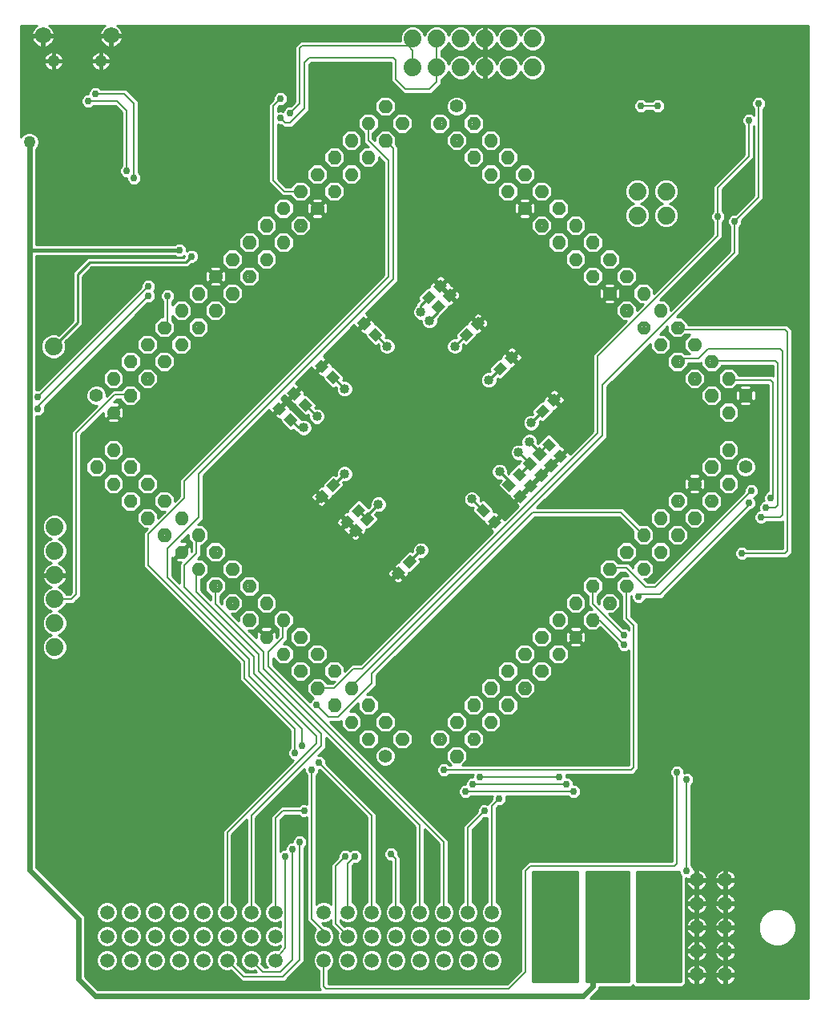
<source format=gbl>
G75*
%MOIN*%
%OFA0B0*%
%FSLAX25Y25*%
%IPPOS*%
%LPD*%
%AMOC8*
5,1,8,0,0,1.08239X$1,22.5*
%
%ADD10R,0.04331X0.03937*%
%ADD11C,0.05600*%
%ADD12C,0.01120*%
%ADD13C,0.05150*%
%ADD14C,0.06791*%
%ADD15C,0.05937*%
%ADD16C,0.07400*%
%ADD17C,0.01000*%
%ADD18C,0.04000*%
%ADD19C,0.03000*%
%ADD20C,0.01600*%
%ADD21C,0.00800*%
%ADD22C,0.02400*%
%ADD23C,0.05000*%
D10*
G36*
X0188148Y0212667D02*
X0191209Y0215728D01*
X0193992Y0212945D01*
X0190931Y0209884D01*
X0188148Y0212667D01*
G37*
G36*
X0184613Y0216202D02*
X0187674Y0219263D01*
X0190457Y0216480D01*
X0187396Y0213419D01*
X0184613Y0216202D01*
G37*
G36*
X0189345Y0220935D02*
X0192406Y0223996D01*
X0195189Y0221213D01*
X0192128Y0218152D01*
X0189345Y0220935D01*
G37*
G36*
X0192881Y0217400D02*
X0195942Y0220461D01*
X0198725Y0217678D01*
X0195664Y0214617D01*
X0192881Y0217400D01*
G37*
G36*
X0178739Y0231542D02*
X0181800Y0234603D01*
X0184583Y0231820D01*
X0181522Y0228759D01*
X0178739Y0231542D01*
G37*
G36*
X0174006Y0226809D02*
X0177067Y0229870D01*
X0179850Y0227087D01*
X0176789Y0224026D01*
X0174006Y0226809D01*
G37*
G36*
X0163844Y0261690D02*
X0166905Y0258629D01*
X0164122Y0255846D01*
X0161061Y0258907D01*
X0163844Y0261690D01*
G37*
G36*
X0159111Y0266422D02*
X0162172Y0263361D01*
X0159389Y0260578D01*
X0156328Y0263639D01*
X0159111Y0266422D01*
G37*
G36*
X0165299Y0272610D02*
X0168360Y0269549D01*
X0165577Y0266766D01*
X0162516Y0269827D01*
X0165299Y0272610D01*
G37*
G36*
X0170031Y0267877D02*
X0173092Y0264816D01*
X0170309Y0262033D01*
X0167248Y0265094D01*
X0170031Y0267877D01*
G37*
G36*
X0181522Y0279368D02*
X0184583Y0276307D01*
X0181800Y0273524D01*
X0178739Y0276585D01*
X0181522Y0279368D01*
G37*
G36*
X0176789Y0284100D02*
X0179850Y0281039D01*
X0177067Y0278256D01*
X0174006Y0281317D01*
X0176789Y0284100D01*
G37*
G36*
X0194467Y0301778D02*
X0197528Y0298717D01*
X0194745Y0295934D01*
X0191684Y0298995D01*
X0194467Y0301778D01*
G37*
G36*
X0199199Y0297045D02*
X0202260Y0293984D01*
X0199477Y0291201D01*
X0196416Y0294262D01*
X0199199Y0297045D01*
G37*
G36*
X0224398Y0309819D02*
X0221337Y0306758D01*
X0218554Y0309541D01*
X0221615Y0312602D01*
X0224398Y0309819D01*
G37*
G36*
X0228287Y0305929D02*
X0225226Y0302868D01*
X0222443Y0305651D01*
X0225504Y0308712D01*
X0228287Y0305929D01*
G37*
G36*
X0233020Y0310662D02*
X0229959Y0307601D01*
X0227176Y0310384D01*
X0230237Y0313445D01*
X0233020Y0310662D01*
G37*
G36*
X0229130Y0314551D02*
X0226069Y0311490D01*
X0223286Y0314273D01*
X0226347Y0317334D01*
X0229130Y0314551D01*
G37*
G36*
X0244687Y0298995D02*
X0241626Y0295934D01*
X0238843Y0298717D01*
X0241904Y0301778D01*
X0244687Y0298995D01*
G37*
G36*
X0239954Y0294262D02*
X0236893Y0291201D01*
X0234110Y0293984D01*
X0237171Y0297045D01*
X0239954Y0294262D01*
G37*
G36*
X0254096Y0280120D02*
X0251035Y0277059D01*
X0248252Y0279842D01*
X0251313Y0282903D01*
X0254096Y0280120D01*
G37*
G36*
X0258829Y0284853D02*
X0255768Y0281792D01*
X0252985Y0284575D01*
X0256046Y0287636D01*
X0258829Y0284853D01*
G37*
G36*
X0276507Y0267175D02*
X0273446Y0264114D01*
X0270663Y0266897D01*
X0273724Y0269958D01*
X0276507Y0267175D01*
G37*
G36*
X0271774Y0262442D02*
X0268713Y0259381D01*
X0265930Y0262164D01*
X0268991Y0265225D01*
X0271774Y0262442D01*
G37*
G36*
X0271643Y0245552D02*
X0268582Y0248613D01*
X0271365Y0251396D01*
X0274426Y0248335D01*
X0271643Y0245552D01*
G37*
G36*
X0267754Y0241663D02*
X0264693Y0244724D01*
X0267476Y0247507D01*
X0270537Y0244446D01*
X0267754Y0241663D01*
G37*
G36*
X0272486Y0236931D02*
X0269425Y0239992D01*
X0272208Y0242775D01*
X0275269Y0239714D01*
X0272486Y0236931D01*
G37*
G36*
X0268420Y0232865D02*
X0265359Y0235926D01*
X0268142Y0238709D01*
X0271203Y0235648D01*
X0268420Y0232865D01*
G37*
G36*
X0264001Y0228445D02*
X0260940Y0231506D01*
X0263723Y0234289D01*
X0266784Y0231228D01*
X0264001Y0228445D01*
G37*
G36*
X0259581Y0224026D02*
X0256520Y0227087D01*
X0259303Y0229870D01*
X0262364Y0226809D01*
X0259581Y0224026D01*
G37*
G36*
X0254849Y0228759D02*
X0251788Y0231820D01*
X0254571Y0234603D01*
X0257632Y0231542D01*
X0254849Y0228759D01*
G37*
G36*
X0259268Y0233178D02*
X0256207Y0236239D01*
X0258990Y0239022D01*
X0262051Y0235961D01*
X0259268Y0233178D01*
G37*
G36*
X0263688Y0237598D02*
X0260627Y0240659D01*
X0263410Y0243442D01*
X0266471Y0240381D01*
X0263688Y0237598D01*
G37*
G36*
X0276375Y0240820D02*
X0273314Y0243881D01*
X0276097Y0246664D01*
X0279158Y0243603D01*
X0276375Y0240820D01*
G37*
G36*
X0248975Y0213419D02*
X0245914Y0216480D01*
X0248697Y0219263D01*
X0251758Y0216202D01*
X0248975Y0213419D01*
G37*
G36*
X0244242Y0218152D02*
X0241181Y0221213D01*
X0243964Y0223996D01*
X0247025Y0220935D01*
X0244242Y0218152D01*
G37*
G36*
X0210559Y0199722D02*
X0213620Y0202783D01*
X0216403Y0200000D01*
X0213342Y0196939D01*
X0210559Y0199722D01*
G37*
G36*
X0205826Y0194989D02*
X0208887Y0198050D01*
X0211670Y0195267D01*
X0208609Y0192206D01*
X0205826Y0194989D01*
G37*
D11*
X0203336Y0119006D03*
X0083128Y0268912D03*
X0233034Y0389121D03*
X0353243Y0239214D03*
D12*
X0344493Y0245917D02*
X0343933Y0245357D01*
X0343933Y0247213D01*
X0345244Y0248524D01*
X0347100Y0248524D01*
X0348411Y0247213D01*
X0348411Y0245357D01*
X0347100Y0244046D01*
X0345244Y0244046D01*
X0343933Y0245357D01*
X0344773Y0245705D01*
X0344773Y0246865D01*
X0345592Y0247684D01*
X0346752Y0247684D01*
X0347571Y0246865D01*
X0347571Y0245705D01*
X0346752Y0244886D01*
X0345592Y0244886D01*
X0344773Y0245705D01*
X0345613Y0246053D01*
X0345613Y0246517D01*
X0345940Y0246844D01*
X0346404Y0246844D01*
X0346731Y0246517D01*
X0346731Y0246053D01*
X0346404Y0245726D01*
X0345940Y0245726D01*
X0345613Y0246053D01*
X0337422Y0238846D02*
X0336862Y0238286D01*
X0336862Y0240142D01*
X0338173Y0241453D01*
X0340029Y0241453D01*
X0341340Y0240142D01*
X0341340Y0238286D01*
X0340029Y0236975D01*
X0338173Y0236975D01*
X0336862Y0238286D01*
X0337702Y0238634D01*
X0337702Y0239794D01*
X0338521Y0240613D01*
X0339681Y0240613D01*
X0340500Y0239794D01*
X0340500Y0238634D01*
X0339681Y0237815D01*
X0338521Y0237815D01*
X0337702Y0238634D01*
X0338542Y0238982D01*
X0338542Y0239446D01*
X0338869Y0239773D01*
X0339333Y0239773D01*
X0339660Y0239446D01*
X0339660Y0238982D01*
X0339333Y0238655D01*
X0338869Y0238655D01*
X0338542Y0238982D01*
X0330350Y0231775D02*
X0329790Y0231215D01*
X0329790Y0233071D01*
X0331101Y0234382D01*
X0332957Y0234382D01*
X0334268Y0233071D01*
X0334268Y0231215D01*
X0332957Y0229904D01*
X0331101Y0229904D01*
X0329790Y0231215D01*
X0330630Y0231563D01*
X0330630Y0232723D01*
X0331449Y0233542D01*
X0332609Y0233542D01*
X0333428Y0232723D01*
X0333428Y0231563D01*
X0332609Y0230744D01*
X0331449Y0230744D01*
X0330630Y0231563D01*
X0331470Y0231911D01*
X0331470Y0232375D01*
X0331797Y0232702D01*
X0332261Y0232702D01*
X0332588Y0232375D01*
X0332588Y0231911D01*
X0332261Y0231584D01*
X0331797Y0231584D01*
X0331470Y0231911D01*
X0323279Y0224704D02*
X0322719Y0224144D01*
X0322719Y0226000D01*
X0324030Y0227311D01*
X0325886Y0227311D01*
X0327197Y0226000D01*
X0327197Y0224144D01*
X0325886Y0222833D01*
X0324030Y0222833D01*
X0322719Y0224144D01*
X0323559Y0224492D01*
X0323559Y0225652D01*
X0324378Y0226471D01*
X0325538Y0226471D01*
X0326357Y0225652D01*
X0326357Y0224492D01*
X0325538Y0223673D01*
X0324378Y0223673D01*
X0323559Y0224492D01*
X0324399Y0224840D01*
X0324399Y0225304D01*
X0324726Y0225631D01*
X0325190Y0225631D01*
X0325517Y0225304D01*
X0325517Y0224840D01*
X0325190Y0224513D01*
X0324726Y0224513D01*
X0324399Y0224840D01*
X0316208Y0217633D02*
X0315648Y0217073D01*
X0315648Y0218929D01*
X0316959Y0220240D01*
X0318815Y0220240D01*
X0320126Y0218929D01*
X0320126Y0217073D01*
X0318815Y0215762D01*
X0316959Y0215762D01*
X0315648Y0217073D01*
X0316488Y0217421D01*
X0316488Y0218581D01*
X0317307Y0219400D01*
X0318467Y0219400D01*
X0319286Y0218581D01*
X0319286Y0217421D01*
X0318467Y0216602D01*
X0317307Y0216602D01*
X0316488Y0217421D01*
X0317328Y0217769D01*
X0317328Y0218233D01*
X0317655Y0218560D01*
X0318119Y0218560D01*
X0318446Y0218233D01*
X0318446Y0217769D01*
X0318119Y0217442D01*
X0317655Y0217442D01*
X0317328Y0217769D01*
X0309137Y0210562D02*
X0308577Y0210002D01*
X0308577Y0211858D01*
X0309888Y0213169D01*
X0311744Y0213169D01*
X0313055Y0211858D01*
X0313055Y0210002D01*
X0311744Y0208691D01*
X0309888Y0208691D01*
X0308577Y0210002D01*
X0309417Y0210350D01*
X0309417Y0211510D01*
X0310236Y0212329D01*
X0311396Y0212329D01*
X0312215Y0211510D01*
X0312215Y0210350D01*
X0311396Y0209531D01*
X0310236Y0209531D01*
X0309417Y0210350D01*
X0310257Y0210698D01*
X0310257Y0211162D01*
X0310584Y0211489D01*
X0311048Y0211489D01*
X0311375Y0211162D01*
X0311375Y0210698D01*
X0311048Y0210371D01*
X0310584Y0210371D01*
X0310257Y0210698D01*
X0302066Y0203491D02*
X0301506Y0202931D01*
X0301506Y0204787D01*
X0302817Y0206098D01*
X0304673Y0206098D01*
X0305984Y0204787D01*
X0305984Y0202931D01*
X0304673Y0201620D01*
X0302817Y0201620D01*
X0301506Y0202931D01*
X0302346Y0203279D01*
X0302346Y0204439D01*
X0303165Y0205258D01*
X0304325Y0205258D01*
X0305144Y0204439D01*
X0305144Y0203279D01*
X0304325Y0202460D01*
X0303165Y0202460D01*
X0302346Y0203279D01*
X0303186Y0203627D01*
X0303186Y0204091D01*
X0303513Y0204418D01*
X0303977Y0204418D01*
X0304304Y0204091D01*
X0304304Y0203627D01*
X0303977Y0203300D01*
X0303513Y0203300D01*
X0303186Y0203627D01*
X0294995Y0196419D02*
X0294435Y0195859D01*
X0294435Y0197715D01*
X0295746Y0199026D01*
X0297602Y0199026D01*
X0298913Y0197715D01*
X0298913Y0195859D01*
X0297602Y0194548D01*
X0295746Y0194548D01*
X0294435Y0195859D01*
X0295275Y0196207D01*
X0295275Y0197367D01*
X0296094Y0198186D01*
X0297254Y0198186D01*
X0298073Y0197367D01*
X0298073Y0196207D01*
X0297254Y0195388D01*
X0296094Y0195388D01*
X0295275Y0196207D01*
X0296115Y0196555D01*
X0296115Y0197019D01*
X0296442Y0197346D01*
X0296906Y0197346D01*
X0297233Y0197019D01*
X0297233Y0196555D01*
X0296906Y0196228D01*
X0296442Y0196228D01*
X0296115Y0196555D01*
X0287924Y0189348D02*
X0287364Y0188788D01*
X0287364Y0190644D01*
X0288675Y0191955D01*
X0290531Y0191955D01*
X0291842Y0190644D01*
X0291842Y0188788D01*
X0290531Y0187477D01*
X0288675Y0187477D01*
X0287364Y0188788D01*
X0288204Y0189136D01*
X0288204Y0190296D01*
X0289023Y0191115D01*
X0290183Y0191115D01*
X0291002Y0190296D01*
X0291002Y0189136D01*
X0290183Y0188317D01*
X0289023Y0188317D01*
X0288204Y0189136D01*
X0289044Y0189484D01*
X0289044Y0189948D01*
X0289371Y0190275D01*
X0289835Y0190275D01*
X0290162Y0189948D01*
X0290162Y0189484D01*
X0289835Y0189157D01*
X0289371Y0189157D01*
X0289044Y0189484D01*
X0280853Y0182277D02*
X0280293Y0181717D01*
X0280293Y0183573D01*
X0281604Y0184884D01*
X0283460Y0184884D01*
X0284771Y0183573D01*
X0284771Y0181717D01*
X0283460Y0180406D01*
X0281604Y0180406D01*
X0280293Y0181717D01*
X0281133Y0182065D01*
X0281133Y0183225D01*
X0281952Y0184044D01*
X0283112Y0184044D01*
X0283931Y0183225D01*
X0283931Y0182065D01*
X0283112Y0181246D01*
X0281952Y0181246D01*
X0281133Y0182065D01*
X0281973Y0182413D01*
X0281973Y0182877D01*
X0282300Y0183204D01*
X0282764Y0183204D01*
X0283091Y0182877D01*
X0283091Y0182413D01*
X0282764Y0182086D01*
X0282300Y0182086D01*
X0281973Y0182413D01*
X0273782Y0175206D02*
X0273222Y0174646D01*
X0273222Y0176502D01*
X0274533Y0177813D01*
X0276389Y0177813D01*
X0277700Y0176502D01*
X0277700Y0174646D01*
X0276389Y0173335D01*
X0274533Y0173335D01*
X0273222Y0174646D01*
X0274062Y0174994D01*
X0274062Y0176154D01*
X0274881Y0176973D01*
X0276041Y0176973D01*
X0276860Y0176154D01*
X0276860Y0174994D01*
X0276041Y0174175D01*
X0274881Y0174175D01*
X0274062Y0174994D01*
X0274902Y0175342D01*
X0274902Y0175806D01*
X0275229Y0176133D01*
X0275693Y0176133D01*
X0276020Y0175806D01*
X0276020Y0175342D01*
X0275693Y0175015D01*
X0275229Y0175015D01*
X0274902Y0175342D01*
X0266711Y0168135D02*
X0266151Y0167575D01*
X0266151Y0169431D01*
X0267462Y0170742D01*
X0269318Y0170742D01*
X0270629Y0169431D01*
X0270629Y0167575D01*
X0269318Y0166264D01*
X0267462Y0166264D01*
X0266151Y0167575D01*
X0266991Y0167923D01*
X0266991Y0169083D01*
X0267810Y0169902D01*
X0268970Y0169902D01*
X0269789Y0169083D01*
X0269789Y0167923D01*
X0268970Y0167104D01*
X0267810Y0167104D01*
X0266991Y0167923D01*
X0267831Y0168271D01*
X0267831Y0168735D01*
X0268158Y0169062D01*
X0268622Y0169062D01*
X0268949Y0168735D01*
X0268949Y0168271D01*
X0268622Y0167944D01*
X0268158Y0167944D01*
X0267831Y0168271D01*
X0259640Y0161064D02*
X0259080Y0160504D01*
X0259080Y0162360D01*
X0260391Y0163671D01*
X0262247Y0163671D01*
X0263558Y0162360D01*
X0263558Y0160504D01*
X0262247Y0159193D01*
X0260391Y0159193D01*
X0259080Y0160504D01*
X0259920Y0160852D01*
X0259920Y0162012D01*
X0260739Y0162831D01*
X0261899Y0162831D01*
X0262718Y0162012D01*
X0262718Y0160852D01*
X0261899Y0160033D01*
X0260739Y0160033D01*
X0259920Y0160852D01*
X0260760Y0161200D01*
X0260760Y0161664D01*
X0261087Y0161991D01*
X0261551Y0161991D01*
X0261878Y0161664D01*
X0261878Y0161200D01*
X0261551Y0160873D01*
X0261087Y0160873D01*
X0260760Y0161200D01*
X0252569Y0153993D02*
X0252009Y0153433D01*
X0252009Y0155289D01*
X0253320Y0156600D01*
X0255176Y0156600D01*
X0256487Y0155289D01*
X0256487Y0153433D01*
X0255176Y0152122D01*
X0253320Y0152122D01*
X0252009Y0153433D01*
X0252849Y0153781D01*
X0252849Y0154941D01*
X0253668Y0155760D01*
X0254828Y0155760D01*
X0255647Y0154941D01*
X0255647Y0153781D01*
X0254828Y0152962D01*
X0253668Y0152962D01*
X0252849Y0153781D01*
X0253689Y0154129D01*
X0253689Y0154593D01*
X0254016Y0154920D01*
X0254480Y0154920D01*
X0254807Y0154593D01*
X0254807Y0154129D01*
X0254480Y0153802D01*
X0254016Y0153802D01*
X0253689Y0154129D01*
X0245498Y0146922D02*
X0244938Y0146362D01*
X0244938Y0148218D01*
X0246249Y0149529D01*
X0248105Y0149529D01*
X0249416Y0148218D01*
X0249416Y0146362D01*
X0248105Y0145051D01*
X0246249Y0145051D01*
X0244938Y0146362D01*
X0245778Y0146710D01*
X0245778Y0147870D01*
X0246597Y0148689D01*
X0247757Y0148689D01*
X0248576Y0147870D01*
X0248576Y0146710D01*
X0247757Y0145891D01*
X0246597Y0145891D01*
X0245778Y0146710D01*
X0246618Y0147058D01*
X0246618Y0147522D01*
X0246945Y0147849D01*
X0247409Y0147849D01*
X0247736Y0147522D01*
X0247736Y0147058D01*
X0247409Y0146731D01*
X0246945Y0146731D01*
X0246618Y0147058D01*
X0238427Y0139851D02*
X0237867Y0139291D01*
X0237867Y0141147D01*
X0239178Y0142458D01*
X0241034Y0142458D01*
X0242345Y0141147D01*
X0242345Y0139291D01*
X0241034Y0137980D01*
X0239178Y0137980D01*
X0237867Y0139291D01*
X0238707Y0139639D01*
X0238707Y0140799D01*
X0239526Y0141618D01*
X0240686Y0141618D01*
X0241505Y0140799D01*
X0241505Y0139639D01*
X0240686Y0138820D01*
X0239526Y0138820D01*
X0238707Y0139639D01*
X0239547Y0139987D01*
X0239547Y0140451D01*
X0239874Y0140778D01*
X0240338Y0140778D01*
X0240665Y0140451D01*
X0240665Y0139987D01*
X0240338Y0139660D01*
X0239874Y0139660D01*
X0239547Y0139987D01*
X0231355Y0132780D02*
X0230795Y0132220D01*
X0230795Y0134076D01*
X0232106Y0135387D01*
X0233962Y0135387D01*
X0235273Y0134076D01*
X0235273Y0132220D01*
X0233962Y0130909D01*
X0232106Y0130909D01*
X0230795Y0132220D01*
X0231635Y0132568D01*
X0231635Y0133728D01*
X0232454Y0134547D01*
X0233614Y0134547D01*
X0234433Y0133728D01*
X0234433Y0132568D01*
X0233614Y0131749D01*
X0232454Y0131749D01*
X0231635Y0132568D01*
X0232475Y0132916D01*
X0232475Y0133380D01*
X0232802Y0133707D01*
X0233266Y0133707D01*
X0233593Y0133380D01*
X0233593Y0132916D01*
X0233266Y0132589D01*
X0232802Y0132589D01*
X0232475Y0132916D01*
X0224284Y0125709D02*
X0223724Y0125149D01*
X0223724Y0127005D01*
X0225035Y0128316D01*
X0226891Y0128316D01*
X0228202Y0127005D01*
X0228202Y0125149D01*
X0226891Y0123838D01*
X0225035Y0123838D01*
X0223724Y0125149D01*
X0224564Y0125497D01*
X0224564Y0126657D01*
X0225383Y0127476D01*
X0226543Y0127476D01*
X0227362Y0126657D01*
X0227362Y0125497D01*
X0226543Y0124678D01*
X0225383Y0124678D01*
X0224564Y0125497D01*
X0225404Y0125845D01*
X0225404Y0126309D01*
X0225731Y0126636D01*
X0226195Y0126636D01*
X0226522Y0126309D01*
X0226522Y0125845D01*
X0226195Y0125518D01*
X0225731Y0125518D01*
X0225404Y0125845D01*
X0231355Y0118638D02*
X0230795Y0118078D01*
X0230795Y0119934D01*
X0232106Y0121245D01*
X0233962Y0121245D01*
X0235273Y0119934D01*
X0235273Y0118078D01*
X0233962Y0116767D01*
X0232106Y0116767D01*
X0230795Y0118078D01*
X0231635Y0118426D01*
X0231635Y0119586D01*
X0232454Y0120405D01*
X0233614Y0120405D01*
X0234433Y0119586D01*
X0234433Y0118426D01*
X0233614Y0117607D01*
X0232454Y0117607D01*
X0231635Y0118426D01*
X0232475Y0118774D01*
X0232475Y0119238D01*
X0232802Y0119565D01*
X0233266Y0119565D01*
X0233593Y0119238D01*
X0233593Y0118774D01*
X0233266Y0118447D01*
X0232802Y0118447D01*
X0232475Y0118774D01*
X0238427Y0125709D02*
X0237867Y0125149D01*
X0237867Y0127005D01*
X0239178Y0128316D01*
X0241034Y0128316D01*
X0242345Y0127005D01*
X0242345Y0125149D01*
X0241034Y0123838D01*
X0239178Y0123838D01*
X0237867Y0125149D01*
X0238707Y0125497D01*
X0238707Y0126657D01*
X0239526Y0127476D01*
X0240686Y0127476D01*
X0241505Y0126657D01*
X0241505Y0125497D01*
X0240686Y0124678D01*
X0239526Y0124678D01*
X0238707Y0125497D01*
X0239547Y0125845D01*
X0239547Y0126309D01*
X0239874Y0126636D01*
X0240338Y0126636D01*
X0240665Y0126309D01*
X0240665Y0125845D01*
X0240338Y0125518D01*
X0239874Y0125518D01*
X0239547Y0125845D01*
X0245498Y0132780D02*
X0244938Y0132220D01*
X0244938Y0134076D01*
X0246249Y0135387D01*
X0248105Y0135387D01*
X0249416Y0134076D01*
X0249416Y0132220D01*
X0248105Y0130909D01*
X0246249Y0130909D01*
X0244938Y0132220D01*
X0245778Y0132568D01*
X0245778Y0133728D01*
X0246597Y0134547D01*
X0247757Y0134547D01*
X0248576Y0133728D01*
X0248576Y0132568D01*
X0247757Y0131749D01*
X0246597Y0131749D01*
X0245778Y0132568D01*
X0246618Y0132916D01*
X0246618Y0133380D01*
X0246945Y0133707D01*
X0247409Y0133707D01*
X0247736Y0133380D01*
X0247736Y0132916D01*
X0247409Y0132589D01*
X0246945Y0132589D01*
X0246618Y0132916D01*
X0252569Y0139851D02*
X0252009Y0139291D01*
X0252009Y0141147D01*
X0253320Y0142458D01*
X0255176Y0142458D01*
X0256487Y0141147D01*
X0256487Y0139291D01*
X0255176Y0137980D01*
X0253320Y0137980D01*
X0252009Y0139291D01*
X0252849Y0139639D01*
X0252849Y0140799D01*
X0253668Y0141618D01*
X0254828Y0141618D01*
X0255647Y0140799D01*
X0255647Y0139639D01*
X0254828Y0138820D01*
X0253668Y0138820D01*
X0252849Y0139639D01*
X0253689Y0139987D01*
X0253689Y0140451D01*
X0254016Y0140778D01*
X0254480Y0140778D01*
X0254807Y0140451D01*
X0254807Y0139987D01*
X0254480Y0139660D01*
X0254016Y0139660D01*
X0253689Y0139987D01*
X0259640Y0146922D02*
X0259080Y0146362D01*
X0259080Y0148218D01*
X0260391Y0149529D01*
X0262247Y0149529D01*
X0263558Y0148218D01*
X0263558Y0146362D01*
X0262247Y0145051D01*
X0260391Y0145051D01*
X0259080Y0146362D01*
X0259920Y0146710D01*
X0259920Y0147870D01*
X0260739Y0148689D01*
X0261899Y0148689D01*
X0262718Y0147870D01*
X0262718Y0146710D01*
X0261899Y0145891D01*
X0260739Y0145891D01*
X0259920Y0146710D01*
X0260760Y0147058D01*
X0260760Y0147522D01*
X0261087Y0147849D01*
X0261551Y0147849D01*
X0261878Y0147522D01*
X0261878Y0147058D01*
X0261551Y0146731D01*
X0261087Y0146731D01*
X0260760Y0147058D01*
X0266711Y0153993D02*
X0266151Y0153433D01*
X0266151Y0155289D01*
X0267462Y0156600D01*
X0269318Y0156600D01*
X0270629Y0155289D01*
X0270629Y0153433D01*
X0269318Y0152122D01*
X0267462Y0152122D01*
X0266151Y0153433D01*
X0266991Y0153781D01*
X0266991Y0154941D01*
X0267810Y0155760D01*
X0268970Y0155760D01*
X0269789Y0154941D01*
X0269789Y0153781D01*
X0268970Y0152962D01*
X0267810Y0152962D01*
X0266991Y0153781D01*
X0267831Y0154129D01*
X0267831Y0154593D01*
X0268158Y0154920D01*
X0268622Y0154920D01*
X0268949Y0154593D01*
X0268949Y0154129D01*
X0268622Y0153802D01*
X0268158Y0153802D01*
X0267831Y0154129D01*
X0273782Y0161064D02*
X0273222Y0160504D01*
X0273222Y0162360D01*
X0274533Y0163671D01*
X0276389Y0163671D01*
X0277700Y0162360D01*
X0277700Y0160504D01*
X0276389Y0159193D01*
X0274533Y0159193D01*
X0273222Y0160504D01*
X0274062Y0160852D01*
X0274062Y0162012D01*
X0274881Y0162831D01*
X0276041Y0162831D01*
X0276860Y0162012D01*
X0276860Y0160852D01*
X0276041Y0160033D01*
X0274881Y0160033D01*
X0274062Y0160852D01*
X0274902Y0161200D01*
X0274902Y0161664D01*
X0275229Y0161991D01*
X0275693Y0161991D01*
X0276020Y0161664D01*
X0276020Y0161200D01*
X0275693Y0160873D01*
X0275229Y0160873D01*
X0274902Y0161200D01*
X0280853Y0168135D02*
X0280293Y0167575D01*
X0280293Y0169431D01*
X0281604Y0170742D01*
X0283460Y0170742D01*
X0284771Y0169431D01*
X0284771Y0167575D01*
X0283460Y0166264D01*
X0281604Y0166264D01*
X0280293Y0167575D01*
X0281133Y0167923D01*
X0281133Y0169083D01*
X0281952Y0169902D01*
X0283112Y0169902D01*
X0283931Y0169083D01*
X0283931Y0167923D01*
X0283112Y0167104D01*
X0281952Y0167104D01*
X0281133Y0167923D01*
X0281973Y0168271D01*
X0281973Y0168735D01*
X0282300Y0169062D01*
X0282764Y0169062D01*
X0283091Y0168735D01*
X0283091Y0168271D01*
X0282764Y0167944D01*
X0282300Y0167944D01*
X0281973Y0168271D01*
X0287924Y0175206D02*
X0287364Y0174646D01*
X0287364Y0176502D01*
X0288675Y0177813D01*
X0290531Y0177813D01*
X0291842Y0176502D01*
X0291842Y0174646D01*
X0290531Y0173335D01*
X0288675Y0173335D01*
X0287364Y0174646D01*
X0288204Y0174994D01*
X0288204Y0176154D01*
X0289023Y0176973D01*
X0290183Y0176973D01*
X0291002Y0176154D01*
X0291002Y0174994D01*
X0290183Y0174175D01*
X0289023Y0174175D01*
X0288204Y0174994D01*
X0289044Y0175342D01*
X0289044Y0175806D01*
X0289371Y0176133D01*
X0289835Y0176133D01*
X0290162Y0175806D01*
X0290162Y0175342D01*
X0289835Y0175015D01*
X0289371Y0175015D01*
X0289044Y0175342D01*
X0294995Y0182277D02*
X0294435Y0181717D01*
X0294435Y0183573D01*
X0295746Y0184884D01*
X0297602Y0184884D01*
X0298913Y0183573D01*
X0298913Y0181717D01*
X0297602Y0180406D01*
X0295746Y0180406D01*
X0294435Y0181717D01*
X0295275Y0182065D01*
X0295275Y0183225D01*
X0296094Y0184044D01*
X0297254Y0184044D01*
X0298073Y0183225D01*
X0298073Y0182065D01*
X0297254Y0181246D01*
X0296094Y0181246D01*
X0295275Y0182065D01*
X0296115Y0182413D01*
X0296115Y0182877D01*
X0296442Y0183204D01*
X0296906Y0183204D01*
X0297233Y0182877D01*
X0297233Y0182413D01*
X0296906Y0182086D01*
X0296442Y0182086D01*
X0296115Y0182413D01*
X0302066Y0189348D02*
X0301506Y0188788D01*
X0301506Y0190644D01*
X0302817Y0191955D01*
X0304673Y0191955D01*
X0305984Y0190644D01*
X0305984Y0188788D01*
X0304673Y0187477D01*
X0302817Y0187477D01*
X0301506Y0188788D01*
X0302346Y0189136D01*
X0302346Y0190296D01*
X0303165Y0191115D01*
X0304325Y0191115D01*
X0305144Y0190296D01*
X0305144Y0189136D01*
X0304325Y0188317D01*
X0303165Y0188317D01*
X0302346Y0189136D01*
X0303186Y0189484D01*
X0303186Y0189948D01*
X0303513Y0190275D01*
X0303977Y0190275D01*
X0304304Y0189948D01*
X0304304Y0189484D01*
X0303977Y0189157D01*
X0303513Y0189157D01*
X0303186Y0189484D01*
X0309137Y0196419D02*
X0308577Y0195859D01*
X0308577Y0197715D01*
X0309888Y0199026D01*
X0311744Y0199026D01*
X0313055Y0197715D01*
X0313055Y0195859D01*
X0311744Y0194548D01*
X0309888Y0194548D01*
X0308577Y0195859D01*
X0309417Y0196207D01*
X0309417Y0197367D01*
X0310236Y0198186D01*
X0311396Y0198186D01*
X0312215Y0197367D01*
X0312215Y0196207D01*
X0311396Y0195388D01*
X0310236Y0195388D01*
X0309417Y0196207D01*
X0310257Y0196555D01*
X0310257Y0197019D01*
X0310584Y0197346D01*
X0311048Y0197346D01*
X0311375Y0197019D01*
X0311375Y0196555D01*
X0311048Y0196228D01*
X0310584Y0196228D01*
X0310257Y0196555D01*
X0316208Y0203491D02*
X0315648Y0202931D01*
X0315648Y0204787D01*
X0316959Y0206098D01*
X0318815Y0206098D01*
X0320126Y0204787D01*
X0320126Y0202931D01*
X0318815Y0201620D01*
X0316959Y0201620D01*
X0315648Y0202931D01*
X0316488Y0203279D01*
X0316488Y0204439D01*
X0317307Y0205258D01*
X0318467Y0205258D01*
X0319286Y0204439D01*
X0319286Y0203279D01*
X0318467Y0202460D01*
X0317307Y0202460D01*
X0316488Y0203279D01*
X0317328Y0203627D01*
X0317328Y0204091D01*
X0317655Y0204418D01*
X0318119Y0204418D01*
X0318446Y0204091D01*
X0318446Y0203627D01*
X0318119Y0203300D01*
X0317655Y0203300D01*
X0317328Y0203627D01*
X0323279Y0210562D02*
X0322719Y0210002D01*
X0322719Y0211858D01*
X0324030Y0213169D01*
X0325886Y0213169D01*
X0327197Y0211858D01*
X0327197Y0210002D01*
X0325886Y0208691D01*
X0324030Y0208691D01*
X0322719Y0210002D01*
X0323559Y0210350D01*
X0323559Y0211510D01*
X0324378Y0212329D01*
X0325538Y0212329D01*
X0326357Y0211510D01*
X0326357Y0210350D01*
X0325538Y0209531D01*
X0324378Y0209531D01*
X0323559Y0210350D01*
X0324399Y0210698D01*
X0324399Y0211162D01*
X0324726Y0211489D01*
X0325190Y0211489D01*
X0325517Y0211162D01*
X0325517Y0210698D01*
X0325190Y0210371D01*
X0324726Y0210371D01*
X0324399Y0210698D01*
X0330350Y0217633D02*
X0329790Y0217073D01*
X0329790Y0218929D01*
X0331101Y0220240D01*
X0332957Y0220240D01*
X0334268Y0218929D01*
X0334268Y0217073D01*
X0332957Y0215762D01*
X0331101Y0215762D01*
X0329790Y0217073D01*
X0330630Y0217421D01*
X0330630Y0218581D01*
X0331449Y0219400D01*
X0332609Y0219400D01*
X0333428Y0218581D01*
X0333428Y0217421D01*
X0332609Y0216602D01*
X0331449Y0216602D01*
X0330630Y0217421D01*
X0331470Y0217769D01*
X0331470Y0218233D01*
X0331797Y0218560D01*
X0332261Y0218560D01*
X0332588Y0218233D01*
X0332588Y0217769D01*
X0332261Y0217442D01*
X0331797Y0217442D01*
X0331470Y0217769D01*
X0337422Y0224704D02*
X0336862Y0224144D01*
X0336862Y0226000D01*
X0338173Y0227311D01*
X0340029Y0227311D01*
X0341340Y0226000D01*
X0341340Y0224144D01*
X0340029Y0222833D01*
X0338173Y0222833D01*
X0336862Y0224144D01*
X0337702Y0224492D01*
X0337702Y0225652D01*
X0338521Y0226471D01*
X0339681Y0226471D01*
X0340500Y0225652D01*
X0340500Y0224492D01*
X0339681Y0223673D01*
X0338521Y0223673D01*
X0337702Y0224492D01*
X0338542Y0224840D01*
X0338542Y0225304D01*
X0338869Y0225631D01*
X0339333Y0225631D01*
X0339660Y0225304D01*
X0339660Y0224840D01*
X0339333Y0224513D01*
X0338869Y0224513D01*
X0338542Y0224840D01*
X0344493Y0231775D02*
X0343933Y0231215D01*
X0343933Y0233071D01*
X0345244Y0234382D01*
X0347100Y0234382D01*
X0348411Y0233071D01*
X0348411Y0231215D01*
X0347100Y0229904D01*
X0345244Y0229904D01*
X0343933Y0231215D01*
X0344773Y0231563D01*
X0344773Y0232723D01*
X0345592Y0233542D01*
X0346752Y0233542D01*
X0347571Y0232723D01*
X0347571Y0231563D01*
X0346752Y0230744D01*
X0345592Y0230744D01*
X0344773Y0231563D01*
X0345613Y0231911D01*
X0345613Y0232375D01*
X0345940Y0232702D01*
X0346404Y0232702D01*
X0346731Y0232375D01*
X0346731Y0231911D01*
X0346404Y0231584D01*
X0345940Y0231584D01*
X0345613Y0231911D01*
X0346540Y0260162D02*
X0347100Y0259602D01*
X0345244Y0259602D01*
X0343933Y0260913D01*
X0343933Y0262769D01*
X0345244Y0264080D01*
X0347100Y0264080D01*
X0348411Y0262769D01*
X0348411Y0260913D01*
X0347100Y0259602D01*
X0346752Y0260442D01*
X0345592Y0260442D01*
X0344773Y0261261D01*
X0344773Y0262421D01*
X0345592Y0263240D01*
X0346752Y0263240D01*
X0347571Y0262421D01*
X0347571Y0261261D01*
X0346752Y0260442D01*
X0346404Y0261282D01*
X0345940Y0261282D01*
X0345613Y0261609D01*
X0345613Y0262073D01*
X0345940Y0262400D01*
X0346404Y0262400D01*
X0346731Y0262073D01*
X0346731Y0261609D01*
X0346404Y0261282D01*
X0353611Y0267233D02*
X0354171Y0266673D01*
X0352315Y0266673D01*
X0351004Y0267984D01*
X0351004Y0269840D01*
X0352315Y0271151D01*
X0354171Y0271151D01*
X0355482Y0269840D01*
X0355482Y0267984D01*
X0354171Y0266673D01*
X0353823Y0267513D01*
X0352663Y0267513D01*
X0351844Y0268332D01*
X0351844Y0269492D01*
X0352663Y0270311D01*
X0353823Y0270311D01*
X0354642Y0269492D01*
X0354642Y0268332D01*
X0353823Y0267513D01*
X0353475Y0268353D01*
X0353011Y0268353D01*
X0352684Y0268680D01*
X0352684Y0269144D01*
X0353011Y0269471D01*
X0353475Y0269471D01*
X0353802Y0269144D01*
X0353802Y0268680D01*
X0353475Y0268353D01*
X0346540Y0274304D02*
X0347100Y0273744D01*
X0345244Y0273744D01*
X0343933Y0275055D01*
X0343933Y0276911D01*
X0345244Y0278222D01*
X0347100Y0278222D01*
X0348411Y0276911D01*
X0348411Y0275055D01*
X0347100Y0273744D01*
X0346752Y0274584D01*
X0345592Y0274584D01*
X0344773Y0275403D01*
X0344773Y0276563D01*
X0345592Y0277382D01*
X0346752Y0277382D01*
X0347571Y0276563D01*
X0347571Y0275403D01*
X0346752Y0274584D01*
X0346404Y0275424D01*
X0345940Y0275424D01*
X0345613Y0275751D01*
X0345613Y0276215D01*
X0345940Y0276542D01*
X0346404Y0276542D01*
X0346731Y0276215D01*
X0346731Y0275751D01*
X0346404Y0275424D01*
X0339469Y0267233D02*
X0340029Y0266673D01*
X0338173Y0266673D01*
X0336862Y0267984D01*
X0336862Y0269840D01*
X0338173Y0271151D01*
X0340029Y0271151D01*
X0341340Y0269840D01*
X0341340Y0267984D01*
X0340029Y0266673D01*
X0339681Y0267513D01*
X0338521Y0267513D01*
X0337702Y0268332D01*
X0337702Y0269492D01*
X0338521Y0270311D01*
X0339681Y0270311D01*
X0340500Y0269492D01*
X0340500Y0268332D01*
X0339681Y0267513D01*
X0339333Y0268353D01*
X0338869Y0268353D01*
X0338542Y0268680D01*
X0338542Y0269144D01*
X0338869Y0269471D01*
X0339333Y0269471D01*
X0339660Y0269144D01*
X0339660Y0268680D01*
X0339333Y0268353D01*
X0332397Y0274304D02*
X0332957Y0273744D01*
X0331101Y0273744D01*
X0329790Y0275055D01*
X0329790Y0276911D01*
X0331101Y0278222D01*
X0332957Y0278222D01*
X0334268Y0276911D01*
X0334268Y0275055D01*
X0332957Y0273744D01*
X0332609Y0274584D01*
X0331449Y0274584D01*
X0330630Y0275403D01*
X0330630Y0276563D01*
X0331449Y0277382D01*
X0332609Y0277382D01*
X0333428Y0276563D01*
X0333428Y0275403D01*
X0332609Y0274584D01*
X0332261Y0275424D01*
X0331797Y0275424D01*
X0331470Y0275751D01*
X0331470Y0276215D01*
X0331797Y0276542D01*
X0332261Y0276542D01*
X0332588Y0276215D01*
X0332588Y0275751D01*
X0332261Y0275424D01*
X0339469Y0281376D02*
X0340029Y0280816D01*
X0338173Y0280816D01*
X0336862Y0282127D01*
X0336862Y0283983D01*
X0338173Y0285294D01*
X0340029Y0285294D01*
X0341340Y0283983D01*
X0341340Y0282127D01*
X0340029Y0280816D01*
X0339681Y0281656D01*
X0338521Y0281656D01*
X0337702Y0282475D01*
X0337702Y0283635D01*
X0338521Y0284454D01*
X0339681Y0284454D01*
X0340500Y0283635D01*
X0340500Y0282475D01*
X0339681Y0281656D01*
X0339333Y0282496D01*
X0338869Y0282496D01*
X0338542Y0282823D01*
X0338542Y0283287D01*
X0338869Y0283614D01*
X0339333Y0283614D01*
X0339660Y0283287D01*
X0339660Y0282823D01*
X0339333Y0282496D01*
X0332397Y0288447D02*
X0332957Y0287887D01*
X0331101Y0287887D01*
X0329790Y0289198D01*
X0329790Y0291054D01*
X0331101Y0292365D01*
X0332957Y0292365D01*
X0334268Y0291054D01*
X0334268Y0289198D01*
X0332957Y0287887D01*
X0332609Y0288727D01*
X0331449Y0288727D01*
X0330630Y0289546D01*
X0330630Y0290706D01*
X0331449Y0291525D01*
X0332609Y0291525D01*
X0333428Y0290706D01*
X0333428Y0289546D01*
X0332609Y0288727D01*
X0332261Y0289567D01*
X0331797Y0289567D01*
X0331470Y0289894D01*
X0331470Y0290358D01*
X0331797Y0290685D01*
X0332261Y0290685D01*
X0332588Y0290358D01*
X0332588Y0289894D01*
X0332261Y0289567D01*
X0325326Y0281376D02*
X0325886Y0280816D01*
X0324030Y0280816D01*
X0322719Y0282127D01*
X0322719Y0283983D01*
X0324030Y0285294D01*
X0325886Y0285294D01*
X0327197Y0283983D01*
X0327197Y0282127D01*
X0325886Y0280816D01*
X0325538Y0281656D01*
X0324378Y0281656D01*
X0323559Y0282475D01*
X0323559Y0283635D01*
X0324378Y0284454D01*
X0325538Y0284454D01*
X0326357Y0283635D01*
X0326357Y0282475D01*
X0325538Y0281656D01*
X0325190Y0282496D01*
X0324726Y0282496D01*
X0324399Y0282823D01*
X0324399Y0283287D01*
X0324726Y0283614D01*
X0325190Y0283614D01*
X0325517Y0283287D01*
X0325517Y0282823D01*
X0325190Y0282496D01*
X0318255Y0288447D02*
X0318815Y0287887D01*
X0316959Y0287887D01*
X0315648Y0289198D01*
X0315648Y0291054D01*
X0316959Y0292365D01*
X0318815Y0292365D01*
X0320126Y0291054D01*
X0320126Y0289198D01*
X0318815Y0287887D01*
X0318467Y0288727D01*
X0317307Y0288727D01*
X0316488Y0289546D01*
X0316488Y0290706D01*
X0317307Y0291525D01*
X0318467Y0291525D01*
X0319286Y0290706D01*
X0319286Y0289546D01*
X0318467Y0288727D01*
X0318119Y0289567D01*
X0317655Y0289567D01*
X0317328Y0289894D01*
X0317328Y0290358D01*
X0317655Y0290685D01*
X0318119Y0290685D01*
X0318446Y0290358D01*
X0318446Y0289894D01*
X0318119Y0289567D01*
X0325326Y0295518D02*
X0325886Y0294958D01*
X0324030Y0294958D01*
X0322719Y0296269D01*
X0322719Y0298125D01*
X0324030Y0299436D01*
X0325886Y0299436D01*
X0327197Y0298125D01*
X0327197Y0296269D01*
X0325886Y0294958D01*
X0325538Y0295798D01*
X0324378Y0295798D01*
X0323559Y0296617D01*
X0323559Y0297777D01*
X0324378Y0298596D01*
X0325538Y0298596D01*
X0326357Y0297777D01*
X0326357Y0296617D01*
X0325538Y0295798D01*
X0325190Y0296638D01*
X0324726Y0296638D01*
X0324399Y0296965D01*
X0324399Y0297429D01*
X0324726Y0297756D01*
X0325190Y0297756D01*
X0325517Y0297429D01*
X0325517Y0296965D01*
X0325190Y0296638D01*
X0318255Y0302589D02*
X0318815Y0302029D01*
X0316959Y0302029D01*
X0315648Y0303340D01*
X0315648Y0305196D01*
X0316959Y0306507D01*
X0318815Y0306507D01*
X0320126Y0305196D01*
X0320126Y0303340D01*
X0318815Y0302029D01*
X0318467Y0302869D01*
X0317307Y0302869D01*
X0316488Y0303688D01*
X0316488Y0304848D01*
X0317307Y0305667D01*
X0318467Y0305667D01*
X0319286Y0304848D01*
X0319286Y0303688D01*
X0318467Y0302869D01*
X0318119Y0303709D01*
X0317655Y0303709D01*
X0317328Y0304036D01*
X0317328Y0304500D01*
X0317655Y0304827D01*
X0318119Y0304827D01*
X0318446Y0304500D01*
X0318446Y0304036D01*
X0318119Y0303709D01*
X0311184Y0295518D02*
X0311744Y0294958D01*
X0309888Y0294958D01*
X0308577Y0296269D01*
X0308577Y0298125D01*
X0309888Y0299436D01*
X0311744Y0299436D01*
X0313055Y0298125D01*
X0313055Y0296269D01*
X0311744Y0294958D01*
X0311396Y0295798D01*
X0310236Y0295798D01*
X0309417Y0296617D01*
X0309417Y0297777D01*
X0310236Y0298596D01*
X0311396Y0298596D01*
X0312215Y0297777D01*
X0312215Y0296617D01*
X0311396Y0295798D01*
X0311048Y0296638D01*
X0310584Y0296638D01*
X0310257Y0296965D01*
X0310257Y0297429D01*
X0310584Y0297756D01*
X0311048Y0297756D01*
X0311375Y0297429D01*
X0311375Y0296965D01*
X0311048Y0296638D01*
X0304113Y0302589D02*
X0304673Y0302029D01*
X0302817Y0302029D01*
X0301506Y0303340D01*
X0301506Y0305196D01*
X0302817Y0306507D01*
X0304673Y0306507D01*
X0305984Y0305196D01*
X0305984Y0303340D01*
X0304673Y0302029D01*
X0304325Y0302869D01*
X0303165Y0302869D01*
X0302346Y0303688D01*
X0302346Y0304848D01*
X0303165Y0305667D01*
X0304325Y0305667D01*
X0305144Y0304848D01*
X0305144Y0303688D01*
X0304325Y0302869D01*
X0303977Y0303709D01*
X0303513Y0303709D01*
X0303186Y0304036D01*
X0303186Y0304500D01*
X0303513Y0304827D01*
X0303977Y0304827D01*
X0304304Y0304500D01*
X0304304Y0304036D01*
X0303977Y0303709D01*
X0311184Y0309660D02*
X0311744Y0309100D01*
X0309888Y0309100D01*
X0308577Y0310411D01*
X0308577Y0312267D01*
X0309888Y0313578D01*
X0311744Y0313578D01*
X0313055Y0312267D01*
X0313055Y0310411D01*
X0311744Y0309100D01*
X0311396Y0309940D01*
X0310236Y0309940D01*
X0309417Y0310759D01*
X0309417Y0311919D01*
X0310236Y0312738D01*
X0311396Y0312738D01*
X0312215Y0311919D01*
X0312215Y0310759D01*
X0311396Y0309940D01*
X0311048Y0310780D01*
X0310584Y0310780D01*
X0310257Y0311107D01*
X0310257Y0311571D01*
X0310584Y0311898D01*
X0311048Y0311898D01*
X0311375Y0311571D01*
X0311375Y0311107D01*
X0311048Y0310780D01*
X0304113Y0316731D02*
X0304673Y0316171D01*
X0302817Y0316171D01*
X0301506Y0317482D01*
X0301506Y0319338D01*
X0302817Y0320649D01*
X0304673Y0320649D01*
X0305984Y0319338D01*
X0305984Y0317482D01*
X0304673Y0316171D01*
X0304325Y0317011D01*
X0303165Y0317011D01*
X0302346Y0317830D01*
X0302346Y0318990D01*
X0303165Y0319809D01*
X0304325Y0319809D01*
X0305144Y0318990D01*
X0305144Y0317830D01*
X0304325Y0317011D01*
X0303977Y0317851D01*
X0303513Y0317851D01*
X0303186Y0318178D01*
X0303186Y0318642D01*
X0303513Y0318969D01*
X0303977Y0318969D01*
X0304304Y0318642D01*
X0304304Y0318178D01*
X0303977Y0317851D01*
X0297042Y0309660D02*
X0297602Y0309100D01*
X0295746Y0309100D01*
X0294435Y0310411D01*
X0294435Y0312267D01*
X0295746Y0313578D01*
X0297602Y0313578D01*
X0298913Y0312267D01*
X0298913Y0310411D01*
X0297602Y0309100D01*
X0297254Y0309940D01*
X0296094Y0309940D01*
X0295275Y0310759D01*
X0295275Y0311919D01*
X0296094Y0312738D01*
X0297254Y0312738D01*
X0298073Y0311919D01*
X0298073Y0310759D01*
X0297254Y0309940D01*
X0296906Y0310780D01*
X0296442Y0310780D01*
X0296115Y0311107D01*
X0296115Y0311571D01*
X0296442Y0311898D01*
X0296906Y0311898D01*
X0297233Y0311571D01*
X0297233Y0311107D01*
X0296906Y0310780D01*
X0289971Y0316731D02*
X0290531Y0316171D01*
X0288675Y0316171D01*
X0287364Y0317482D01*
X0287364Y0319338D01*
X0288675Y0320649D01*
X0290531Y0320649D01*
X0291842Y0319338D01*
X0291842Y0317482D01*
X0290531Y0316171D01*
X0290183Y0317011D01*
X0289023Y0317011D01*
X0288204Y0317830D01*
X0288204Y0318990D01*
X0289023Y0319809D01*
X0290183Y0319809D01*
X0291002Y0318990D01*
X0291002Y0317830D01*
X0290183Y0317011D01*
X0289835Y0317851D01*
X0289371Y0317851D01*
X0289044Y0318178D01*
X0289044Y0318642D01*
X0289371Y0318969D01*
X0289835Y0318969D01*
X0290162Y0318642D01*
X0290162Y0318178D01*
X0289835Y0317851D01*
X0297042Y0323802D02*
X0297602Y0323242D01*
X0295746Y0323242D01*
X0294435Y0324553D01*
X0294435Y0326409D01*
X0295746Y0327720D01*
X0297602Y0327720D01*
X0298913Y0326409D01*
X0298913Y0324553D01*
X0297602Y0323242D01*
X0297254Y0324082D01*
X0296094Y0324082D01*
X0295275Y0324901D01*
X0295275Y0326061D01*
X0296094Y0326880D01*
X0297254Y0326880D01*
X0298073Y0326061D01*
X0298073Y0324901D01*
X0297254Y0324082D01*
X0296906Y0324922D01*
X0296442Y0324922D01*
X0296115Y0325249D01*
X0296115Y0325713D01*
X0296442Y0326040D01*
X0296906Y0326040D01*
X0297233Y0325713D01*
X0297233Y0325249D01*
X0296906Y0324922D01*
X0289971Y0330873D02*
X0290531Y0330313D01*
X0288675Y0330313D01*
X0287364Y0331624D01*
X0287364Y0333480D01*
X0288675Y0334791D01*
X0290531Y0334791D01*
X0291842Y0333480D01*
X0291842Y0331624D01*
X0290531Y0330313D01*
X0290183Y0331153D01*
X0289023Y0331153D01*
X0288204Y0331972D01*
X0288204Y0333132D01*
X0289023Y0333951D01*
X0290183Y0333951D01*
X0291002Y0333132D01*
X0291002Y0331972D01*
X0290183Y0331153D01*
X0289835Y0331993D01*
X0289371Y0331993D01*
X0289044Y0332320D01*
X0289044Y0332784D01*
X0289371Y0333111D01*
X0289835Y0333111D01*
X0290162Y0332784D01*
X0290162Y0332320D01*
X0289835Y0331993D01*
X0282900Y0323802D02*
X0283460Y0323242D01*
X0281604Y0323242D01*
X0280293Y0324553D01*
X0280293Y0326409D01*
X0281604Y0327720D01*
X0283460Y0327720D01*
X0284771Y0326409D01*
X0284771Y0324553D01*
X0283460Y0323242D01*
X0283112Y0324082D01*
X0281952Y0324082D01*
X0281133Y0324901D01*
X0281133Y0326061D01*
X0281952Y0326880D01*
X0283112Y0326880D01*
X0283931Y0326061D01*
X0283931Y0324901D01*
X0283112Y0324082D01*
X0282764Y0324922D01*
X0282300Y0324922D01*
X0281973Y0325249D01*
X0281973Y0325713D01*
X0282300Y0326040D01*
X0282764Y0326040D01*
X0283091Y0325713D01*
X0283091Y0325249D01*
X0282764Y0324922D01*
X0275829Y0330873D02*
X0276389Y0330313D01*
X0274533Y0330313D01*
X0273222Y0331624D01*
X0273222Y0333480D01*
X0274533Y0334791D01*
X0276389Y0334791D01*
X0277700Y0333480D01*
X0277700Y0331624D01*
X0276389Y0330313D01*
X0276041Y0331153D01*
X0274881Y0331153D01*
X0274062Y0331972D01*
X0274062Y0333132D01*
X0274881Y0333951D01*
X0276041Y0333951D01*
X0276860Y0333132D01*
X0276860Y0331972D01*
X0276041Y0331153D01*
X0275693Y0331993D01*
X0275229Y0331993D01*
X0274902Y0332320D01*
X0274902Y0332784D01*
X0275229Y0333111D01*
X0275693Y0333111D01*
X0276020Y0332784D01*
X0276020Y0332320D01*
X0275693Y0331993D01*
X0282900Y0337944D02*
X0283460Y0337384D01*
X0281604Y0337384D01*
X0280293Y0338695D01*
X0280293Y0340551D01*
X0281604Y0341862D01*
X0283460Y0341862D01*
X0284771Y0340551D01*
X0284771Y0338695D01*
X0283460Y0337384D01*
X0283112Y0338224D01*
X0281952Y0338224D01*
X0281133Y0339043D01*
X0281133Y0340203D01*
X0281952Y0341022D01*
X0283112Y0341022D01*
X0283931Y0340203D01*
X0283931Y0339043D01*
X0283112Y0338224D01*
X0282764Y0339064D01*
X0282300Y0339064D01*
X0281973Y0339391D01*
X0281973Y0339855D01*
X0282300Y0340182D01*
X0282764Y0340182D01*
X0283091Y0339855D01*
X0283091Y0339391D01*
X0282764Y0339064D01*
X0275829Y0345015D02*
X0276389Y0344455D01*
X0274533Y0344455D01*
X0273222Y0345766D01*
X0273222Y0347622D01*
X0274533Y0348933D01*
X0276389Y0348933D01*
X0277700Y0347622D01*
X0277700Y0345766D01*
X0276389Y0344455D01*
X0276041Y0345295D01*
X0274881Y0345295D01*
X0274062Y0346114D01*
X0274062Y0347274D01*
X0274881Y0348093D01*
X0276041Y0348093D01*
X0276860Y0347274D01*
X0276860Y0346114D01*
X0276041Y0345295D01*
X0275693Y0346135D01*
X0275229Y0346135D01*
X0274902Y0346462D01*
X0274902Y0346926D01*
X0275229Y0347253D01*
X0275693Y0347253D01*
X0276020Y0346926D01*
X0276020Y0346462D01*
X0275693Y0346135D01*
X0268758Y0337944D02*
X0269318Y0337384D01*
X0267462Y0337384D01*
X0266151Y0338695D01*
X0266151Y0340551D01*
X0267462Y0341862D01*
X0269318Y0341862D01*
X0270629Y0340551D01*
X0270629Y0338695D01*
X0269318Y0337384D01*
X0268970Y0338224D01*
X0267810Y0338224D01*
X0266991Y0339043D01*
X0266991Y0340203D01*
X0267810Y0341022D01*
X0268970Y0341022D01*
X0269789Y0340203D01*
X0269789Y0339043D01*
X0268970Y0338224D01*
X0268622Y0339064D01*
X0268158Y0339064D01*
X0267831Y0339391D01*
X0267831Y0339855D01*
X0268158Y0340182D01*
X0268622Y0340182D01*
X0268949Y0339855D01*
X0268949Y0339391D01*
X0268622Y0339064D01*
X0261687Y0345015D02*
X0262247Y0344455D01*
X0260391Y0344455D01*
X0259080Y0345766D01*
X0259080Y0347622D01*
X0260391Y0348933D01*
X0262247Y0348933D01*
X0263558Y0347622D01*
X0263558Y0345766D01*
X0262247Y0344455D01*
X0261899Y0345295D01*
X0260739Y0345295D01*
X0259920Y0346114D01*
X0259920Y0347274D01*
X0260739Y0348093D01*
X0261899Y0348093D01*
X0262718Y0347274D01*
X0262718Y0346114D01*
X0261899Y0345295D01*
X0261551Y0346135D01*
X0261087Y0346135D01*
X0260760Y0346462D01*
X0260760Y0346926D01*
X0261087Y0347253D01*
X0261551Y0347253D01*
X0261878Y0346926D01*
X0261878Y0346462D01*
X0261551Y0346135D01*
X0268758Y0352086D02*
X0269318Y0351526D01*
X0267462Y0351526D01*
X0266151Y0352837D01*
X0266151Y0354693D01*
X0267462Y0356004D01*
X0269318Y0356004D01*
X0270629Y0354693D01*
X0270629Y0352837D01*
X0269318Y0351526D01*
X0268970Y0352366D01*
X0267810Y0352366D01*
X0266991Y0353185D01*
X0266991Y0354345D01*
X0267810Y0355164D01*
X0268970Y0355164D01*
X0269789Y0354345D01*
X0269789Y0353185D01*
X0268970Y0352366D01*
X0268622Y0353206D01*
X0268158Y0353206D01*
X0267831Y0353533D01*
X0267831Y0353997D01*
X0268158Y0354324D01*
X0268622Y0354324D01*
X0268949Y0353997D01*
X0268949Y0353533D01*
X0268622Y0353206D01*
X0261687Y0359157D02*
X0262247Y0358597D01*
X0260391Y0358597D01*
X0259080Y0359908D01*
X0259080Y0361764D01*
X0260391Y0363075D01*
X0262247Y0363075D01*
X0263558Y0361764D01*
X0263558Y0359908D01*
X0262247Y0358597D01*
X0261899Y0359437D01*
X0260739Y0359437D01*
X0259920Y0360256D01*
X0259920Y0361416D01*
X0260739Y0362235D01*
X0261899Y0362235D01*
X0262718Y0361416D01*
X0262718Y0360256D01*
X0261899Y0359437D01*
X0261551Y0360277D01*
X0261087Y0360277D01*
X0260760Y0360604D01*
X0260760Y0361068D01*
X0261087Y0361395D01*
X0261551Y0361395D01*
X0261878Y0361068D01*
X0261878Y0360604D01*
X0261551Y0360277D01*
X0254616Y0352086D02*
X0255176Y0351526D01*
X0253320Y0351526D01*
X0252009Y0352837D01*
X0252009Y0354693D01*
X0253320Y0356004D01*
X0255176Y0356004D01*
X0256487Y0354693D01*
X0256487Y0352837D01*
X0255176Y0351526D01*
X0254828Y0352366D01*
X0253668Y0352366D01*
X0252849Y0353185D01*
X0252849Y0354345D01*
X0253668Y0355164D01*
X0254828Y0355164D01*
X0255647Y0354345D01*
X0255647Y0353185D01*
X0254828Y0352366D01*
X0254480Y0353206D01*
X0254016Y0353206D01*
X0253689Y0353533D01*
X0253689Y0353997D01*
X0254016Y0354324D01*
X0254480Y0354324D01*
X0254807Y0353997D01*
X0254807Y0353533D01*
X0254480Y0353206D01*
X0247545Y0359157D02*
X0248105Y0358597D01*
X0246249Y0358597D01*
X0244938Y0359908D01*
X0244938Y0361764D01*
X0246249Y0363075D01*
X0248105Y0363075D01*
X0249416Y0361764D01*
X0249416Y0359908D01*
X0248105Y0358597D01*
X0247757Y0359437D01*
X0246597Y0359437D01*
X0245778Y0360256D01*
X0245778Y0361416D01*
X0246597Y0362235D01*
X0247757Y0362235D01*
X0248576Y0361416D01*
X0248576Y0360256D01*
X0247757Y0359437D01*
X0247409Y0360277D01*
X0246945Y0360277D01*
X0246618Y0360604D01*
X0246618Y0361068D01*
X0246945Y0361395D01*
X0247409Y0361395D01*
X0247736Y0361068D01*
X0247736Y0360604D01*
X0247409Y0360277D01*
X0254616Y0366228D02*
X0255176Y0365668D01*
X0253320Y0365668D01*
X0252009Y0366979D01*
X0252009Y0368835D01*
X0253320Y0370146D01*
X0255176Y0370146D01*
X0256487Y0368835D01*
X0256487Y0366979D01*
X0255176Y0365668D01*
X0254828Y0366508D01*
X0253668Y0366508D01*
X0252849Y0367327D01*
X0252849Y0368487D01*
X0253668Y0369306D01*
X0254828Y0369306D01*
X0255647Y0368487D01*
X0255647Y0367327D01*
X0254828Y0366508D01*
X0254480Y0367348D01*
X0254016Y0367348D01*
X0253689Y0367675D01*
X0253689Y0368139D01*
X0254016Y0368466D01*
X0254480Y0368466D01*
X0254807Y0368139D01*
X0254807Y0367675D01*
X0254480Y0367348D01*
X0247545Y0373299D02*
X0248105Y0372739D01*
X0246249Y0372739D01*
X0244938Y0374050D01*
X0244938Y0375906D01*
X0246249Y0377217D01*
X0248105Y0377217D01*
X0249416Y0375906D01*
X0249416Y0374050D01*
X0248105Y0372739D01*
X0247757Y0373579D01*
X0246597Y0373579D01*
X0245778Y0374398D01*
X0245778Y0375558D01*
X0246597Y0376377D01*
X0247757Y0376377D01*
X0248576Y0375558D01*
X0248576Y0374398D01*
X0247757Y0373579D01*
X0247409Y0374419D01*
X0246945Y0374419D01*
X0246618Y0374746D01*
X0246618Y0375210D01*
X0246945Y0375537D01*
X0247409Y0375537D01*
X0247736Y0375210D01*
X0247736Y0374746D01*
X0247409Y0374419D01*
X0240474Y0366228D02*
X0241034Y0365668D01*
X0239178Y0365668D01*
X0237867Y0366979D01*
X0237867Y0368835D01*
X0239178Y0370146D01*
X0241034Y0370146D01*
X0242345Y0368835D01*
X0242345Y0366979D01*
X0241034Y0365668D01*
X0240686Y0366508D01*
X0239526Y0366508D01*
X0238707Y0367327D01*
X0238707Y0368487D01*
X0239526Y0369306D01*
X0240686Y0369306D01*
X0241505Y0368487D01*
X0241505Y0367327D01*
X0240686Y0366508D01*
X0240338Y0367348D01*
X0239874Y0367348D01*
X0239547Y0367675D01*
X0239547Y0368139D01*
X0239874Y0368466D01*
X0240338Y0368466D01*
X0240665Y0368139D01*
X0240665Y0367675D01*
X0240338Y0367348D01*
X0233402Y0373299D02*
X0233962Y0372739D01*
X0232106Y0372739D01*
X0230795Y0374050D01*
X0230795Y0375906D01*
X0232106Y0377217D01*
X0233962Y0377217D01*
X0235273Y0375906D01*
X0235273Y0374050D01*
X0233962Y0372739D01*
X0233614Y0373579D01*
X0232454Y0373579D01*
X0231635Y0374398D01*
X0231635Y0375558D01*
X0232454Y0376377D01*
X0233614Y0376377D01*
X0234433Y0375558D01*
X0234433Y0374398D01*
X0233614Y0373579D01*
X0233266Y0374419D01*
X0232802Y0374419D01*
X0232475Y0374746D01*
X0232475Y0375210D01*
X0232802Y0375537D01*
X0233266Y0375537D01*
X0233593Y0375210D01*
X0233593Y0374746D01*
X0233266Y0374419D01*
X0240474Y0380370D02*
X0241034Y0379810D01*
X0239178Y0379810D01*
X0237867Y0381121D01*
X0237867Y0382977D01*
X0239178Y0384288D01*
X0241034Y0384288D01*
X0242345Y0382977D01*
X0242345Y0381121D01*
X0241034Y0379810D01*
X0240686Y0380650D01*
X0239526Y0380650D01*
X0238707Y0381469D01*
X0238707Y0382629D01*
X0239526Y0383448D01*
X0240686Y0383448D01*
X0241505Y0382629D01*
X0241505Y0381469D01*
X0240686Y0380650D01*
X0240338Y0381490D01*
X0239874Y0381490D01*
X0239547Y0381817D01*
X0239547Y0382281D01*
X0239874Y0382608D01*
X0240338Y0382608D01*
X0240665Y0382281D01*
X0240665Y0381817D01*
X0240338Y0381490D01*
X0226331Y0380370D02*
X0226891Y0379810D01*
X0225035Y0379810D01*
X0223724Y0381121D01*
X0223724Y0382977D01*
X0225035Y0384288D01*
X0226891Y0384288D01*
X0228202Y0382977D01*
X0228202Y0381121D01*
X0226891Y0379810D01*
X0226543Y0380650D01*
X0225383Y0380650D01*
X0224564Y0381469D01*
X0224564Y0382629D01*
X0225383Y0383448D01*
X0226543Y0383448D01*
X0227362Y0382629D01*
X0227362Y0381469D01*
X0226543Y0380650D01*
X0226195Y0381490D01*
X0225731Y0381490D01*
X0225404Y0381817D01*
X0225404Y0382281D01*
X0225731Y0382608D01*
X0226195Y0382608D01*
X0226522Y0382281D01*
X0226522Y0381817D01*
X0226195Y0381490D01*
X0212086Y0382417D02*
X0212646Y0382977D01*
X0212646Y0381121D01*
X0211335Y0379810D01*
X0209479Y0379810D01*
X0208168Y0381121D01*
X0208168Y0382977D01*
X0209479Y0384288D01*
X0211335Y0384288D01*
X0212646Y0382977D01*
X0211806Y0382629D01*
X0211806Y0381469D01*
X0210987Y0380650D01*
X0209827Y0380650D01*
X0209008Y0381469D01*
X0209008Y0382629D01*
X0209827Y0383448D01*
X0210987Y0383448D01*
X0211806Y0382629D01*
X0210966Y0382281D01*
X0210966Y0381817D01*
X0210639Y0381490D01*
X0210175Y0381490D01*
X0209848Y0381817D01*
X0209848Y0382281D01*
X0210175Y0382608D01*
X0210639Y0382608D01*
X0210966Y0382281D01*
X0205015Y0389489D02*
X0205575Y0390049D01*
X0205575Y0388193D01*
X0204264Y0386882D01*
X0202408Y0386882D01*
X0201097Y0388193D01*
X0201097Y0390049D01*
X0202408Y0391360D01*
X0204264Y0391360D01*
X0205575Y0390049D01*
X0204735Y0389701D01*
X0204735Y0388541D01*
X0203916Y0387722D01*
X0202756Y0387722D01*
X0201937Y0388541D01*
X0201937Y0389701D01*
X0202756Y0390520D01*
X0203916Y0390520D01*
X0204735Y0389701D01*
X0203895Y0389353D01*
X0203895Y0388889D01*
X0203568Y0388562D01*
X0203104Y0388562D01*
X0202777Y0388889D01*
X0202777Y0389353D01*
X0203104Y0389680D01*
X0203568Y0389680D01*
X0203895Y0389353D01*
X0197944Y0382417D02*
X0198504Y0382977D01*
X0198504Y0381121D01*
X0197193Y0379810D01*
X0195337Y0379810D01*
X0194026Y0381121D01*
X0194026Y0382977D01*
X0195337Y0384288D01*
X0197193Y0384288D01*
X0198504Y0382977D01*
X0197664Y0382629D01*
X0197664Y0381469D01*
X0196845Y0380650D01*
X0195685Y0380650D01*
X0194866Y0381469D01*
X0194866Y0382629D01*
X0195685Y0383448D01*
X0196845Y0383448D01*
X0197664Y0382629D01*
X0196824Y0382281D01*
X0196824Y0381817D01*
X0196497Y0381490D01*
X0196033Y0381490D01*
X0195706Y0381817D01*
X0195706Y0382281D01*
X0196033Y0382608D01*
X0196497Y0382608D01*
X0196824Y0382281D01*
X0205015Y0375346D02*
X0205575Y0375906D01*
X0205575Y0374050D01*
X0204264Y0372739D01*
X0202408Y0372739D01*
X0201097Y0374050D01*
X0201097Y0375906D01*
X0202408Y0377217D01*
X0204264Y0377217D01*
X0205575Y0375906D01*
X0204735Y0375558D01*
X0204735Y0374398D01*
X0203916Y0373579D01*
X0202756Y0373579D01*
X0201937Y0374398D01*
X0201937Y0375558D01*
X0202756Y0376377D01*
X0203916Y0376377D01*
X0204735Y0375558D01*
X0203895Y0375210D01*
X0203895Y0374746D01*
X0203568Y0374419D01*
X0203104Y0374419D01*
X0202777Y0374746D01*
X0202777Y0375210D01*
X0203104Y0375537D01*
X0203568Y0375537D01*
X0203895Y0375210D01*
X0197944Y0368275D02*
X0198504Y0368835D01*
X0198504Y0366979D01*
X0197193Y0365668D01*
X0195337Y0365668D01*
X0194026Y0366979D01*
X0194026Y0368835D01*
X0195337Y0370146D01*
X0197193Y0370146D01*
X0198504Y0368835D01*
X0197664Y0368487D01*
X0197664Y0367327D01*
X0196845Y0366508D01*
X0195685Y0366508D01*
X0194866Y0367327D01*
X0194866Y0368487D01*
X0195685Y0369306D01*
X0196845Y0369306D01*
X0197664Y0368487D01*
X0196824Y0368139D01*
X0196824Y0367675D01*
X0196497Y0367348D01*
X0196033Y0367348D01*
X0195706Y0367675D01*
X0195706Y0368139D01*
X0196033Y0368466D01*
X0196497Y0368466D01*
X0196824Y0368139D01*
X0190873Y0375346D02*
X0191433Y0375906D01*
X0191433Y0374050D01*
X0190122Y0372739D01*
X0188266Y0372739D01*
X0186955Y0374050D01*
X0186955Y0375906D01*
X0188266Y0377217D01*
X0190122Y0377217D01*
X0191433Y0375906D01*
X0190593Y0375558D01*
X0190593Y0374398D01*
X0189774Y0373579D01*
X0188614Y0373579D01*
X0187795Y0374398D01*
X0187795Y0375558D01*
X0188614Y0376377D01*
X0189774Y0376377D01*
X0190593Y0375558D01*
X0189753Y0375210D01*
X0189753Y0374746D01*
X0189426Y0374419D01*
X0188962Y0374419D01*
X0188635Y0374746D01*
X0188635Y0375210D01*
X0188962Y0375537D01*
X0189426Y0375537D01*
X0189753Y0375210D01*
X0183802Y0368275D02*
X0184362Y0368835D01*
X0184362Y0366979D01*
X0183051Y0365668D01*
X0181195Y0365668D01*
X0179884Y0366979D01*
X0179884Y0368835D01*
X0181195Y0370146D01*
X0183051Y0370146D01*
X0184362Y0368835D01*
X0183522Y0368487D01*
X0183522Y0367327D01*
X0182703Y0366508D01*
X0181543Y0366508D01*
X0180724Y0367327D01*
X0180724Y0368487D01*
X0181543Y0369306D01*
X0182703Y0369306D01*
X0183522Y0368487D01*
X0182682Y0368139D01*
X0182682Y0367675D01*
X0182355Y0367348D01*
X0181891Y0367348D01*
X0181564Y0367675D01*
X0181564Y0368139D01*
X0181891Y0368466D01*
X0182355Y0368466D01*
X0182682Y0368139D01*
X0190873Y0361204D02*
X0191433Y0361764D01*
X0191433Y0359908D01*
X0190122Y0358597D01*
X0188266Y0358597D01*
X0186955Y0359908D01*
X0186955Y0361764D01*
X0188266Y0363075D01*
X0190122Y0363075D01*
X0191433Y0361764D01*
X0190593Y0361416D01*
X0190593Y0360256D01*
X0189774Y0359437D01*
X0188614Y0359437D01*
X0187795Y0360256D01*
X0187795Y0361416D01*
X0188614Y0362235D01*
X0189774Y0362235D01*
X0190593Y0361416D01*
X0189753Y0361068D01*
X0189753Y0360604D01*
X0189426Y0360277D01*
X0188962Y0360277D01*
X0188635Y0360604D01*
X0188635Y0361068D01*
X0188962Y0361395D01*
X0189426Y0361395D01*
X0189753Y0361068D01*
X0183802Y0354133D02*
X0184362Y0354693D01*
X0184362Y0352837D01*
X0183051Y0351526D01*
X0181195Y0351526D01*
X0179884Y0352837D01*
X0179884Y0354693D01*
X0181195Y0356004D01*
X0183051Y0356004D01*
X0184362Y0354693D01*
X0183522Y0354345D01*
X0183522Y0353185D01*
X0182703Y0352366D01*
X0181543Y0352366D01*
X0180724Y0353185D01*
X0180724Y0354345D01*
X0181543Y0355164D01*
X0182703Y0355164D01*
X0183522Y0354345D01*
X0182682Y0353997D01*
X0182682Y0353533D01*
X0182355Y0353206D01*
X0181891Y0353206D01*
X0181564Y0353533D01*
X0181564Y0353997D01*
X0181891Y0354324D01*
X0182355Y0354324D01*
X0182682Y0353997D01*
X0176731Y0361204D02*
X0177291Y0361764D01*
X0177291Y0359908D01*
X0175980Y0358597D01*
X0174124Y0358597D01*
X0172813Y0359908D01*
X0172813Y0361764D01*
X0174124Y0363075D01*
X0175980Y0363075D01*
X0177291Y0361764D01*
X0176451Y0361416D01*
X0176451Y0360256D01*
X0175632Y0359437D01*
X0174472Y0359437D01*
X0173653Y0360256D01*
X0173653Y0361416D01*
X0174472Y0362235D01*
X0175632Y0362235D01*
X0176451Y0361416D01*
X0175611Y0361068D01*
X0175611Y0360604D01*
X0175284Y0360277D01*
X0174820Y0360277D01*
X0174493Y0360604D01*
X0174493Y0361068D01*
X0174820Y0361395D01*
X0175284Y0361395D01*
X0175611Y0361068D01*
X0169660Y0354133D02*
X0170220Y0354693D01*
X0170220Y0352837D01*
X0168909Y0351526D01*
X0167053Y0351526D01*
X0165742Y0352837D01*
X0165742Y0354693D01*
X0167053Y0356004D01*
X0168909Y0356004D01*
X0170220Y0354693D01*
X0169380Y0354345D01*
X0169380Y0353185D01*
X0168561Y0352366D01*
X0167401Y0352366D01*
X0166582Y0353185D01*
X0166582Y0354345D01*
X0167401Y0355164D01*
X0168561Y0355164D01*
X0169380Y0354345D01*
X0168540Y0353997D01*
X0168540Y0353533D01*
X0168213Y0353206D01*
X0167749Y0353206D01*
X0167422Y0353533D01*
X0167422Y0353997D01*
X0167749Y0354324D01*
X0168213Y0354324D01*
X0168540Y0353997D01*
X0176731Y0347062D02*
X0177291Y0347622D01*
X0177291Y0345766D01*
X0175980Y0344455D01*
X0174124Y0344455D01*
X0172813Y0345766D01*
X0172813Y0347622D01*
X0174124Y0348933D01*
X0175980Y0348933D01*
X0177291Y0347622D01*
X0176451Y0347274D01*
X0176451Y0346114D01*
X0175632Y0345295D01*
X0174472Y0345295D01*
X0173653Y0346114D01*
X0173653Y0347274D01*
X0174472Y0348093D01*
X0175632Y0348093D01*
X0176451Y0347274D01*
X0175611Y0346926D01*
X0175611Y0346462D01*
X0175284Y0346135D01*
X0174820Y0346135D01*
X0174493Y0346462D01*
X0174493Y0346926D01*
X0174820Y0347253D01*
X0175284Y0347253D01*
X0175611Y0346926D01*
X0169660Y0339991D02*
X0170220Y0340551D01*
X0170220Y0338695D01*
X0168909Y0337384D01*
X0167053Y0337384D01*
X0165742Y0338695D01*
X0165742Y0340551D01*
X0167053Y0341862D01*
X0168909Y0341862D01*
X0170220Y0340551D01*
X0169380Y0340203D01*
X0169380Y0339043D01*
X0168561Y0338224D01*
X0167401Y0338224D01*
X0166582Y0339043D01*
X0166582Y0340203D01*
X0167401Y0341022D01*
X0168561Y0341022D01*
X0169380Y0340203D01*
X0168540Y0339855D01*
X0168540Y0339391D01*
X0168213Y0339064D01*
X0167749Y0339064D01*
X0167422Y0339391D01*
X0167422Y0339855D01*
X0167749Y0340182D01*
X0168213Y0340182D01*
X0168540Y0339855D01*
X0162589Y0347062D02*
X0163149Y0347622D01*
X0163149Y0345766D01*
X0161838Y0344455D01*
X0159982Y0344455D01*
X0158671Y0345766D01*
X0158671Y0347622D01*
X0159982Y0348933D01*
X0161838Y0348933D01*
X0163149Y0347622D01*
X0162309Y0347274D01*
X0162309Y0346114D01*
X0161490Y0345295D01*
X0160330Y0345295D01*
X0159511Y0346114D01*
X0159511Y0347274D01*
X0160330Y0348093D01*
X0161490Y0348093D01*
X0162309Y0347274D01*
X0161469Y0346926D01*
X0161469Y0346462D01*
X0161142Y0346135D01*
X0160678Y0346135D01*
X0160351Y0346462D01*
X0160351Y0346926D01*
X0160678Y0347253D01*
X0161142Y0347253D01*
X0161469Y0346926D01*
X0155518Y0339991D02*
X0156078Y0340551D01*
X0156078Y0338695D01*
X0154767Y0337384D01*
X0152911Y0337384D01*
X0151600Y0338695D01*
X0151600Y0340551D01*
X0152911Y0341862D01*
X0154767Y0341862D01*
X0156078Y0340551D01*
X0155238Y0340203D01*
X0155238Y0339043D01*
X0154419Y0338224D01*
X0153259Y0338224D01*
X0152440Y0339043D01*
X0152440Y0340203D01*
X0153259Y0341022D01*
X0154419Y0341022D01*
X0155238Y0340203D01*
X0154398Y0339855D01*
X0154398Y0339391D01*
X0154071Y0339064D01*
X0153607Y0339064D01*
X0153280Y0339391D01*
X0153280Y0339855D01*
X0153607Y0340182D01*
X0154071Y0340182D01*
X0154398Y0339855D01*
X0162589Y0332920D02*
X0163149Y0333480D01*
X0163149Y0331624D01*
X0161838Y0330313D01*
X0159982Y0330313D01*
X0158671Y0331624D01*
X0158671Y0333480D01*
X0159982Y0334791D01*
X0161838Y0334791D01*
X0163149Y0333480D01*
X0162309Y0333132D01*
X0162309Y0331972D01*
X0161490Y0331153D01*
X0160330Y0331153D01*
X0159511Y0331972D01*
X0159511Y0333132D01*
X0160330Y0333951D01*
X0161490Y0333951D01*
X0162309Y0333132D01*
X0161469Y0332784D01*
X0161469Y0332320D01*
X0161142Y0331993D01*
X0160678Y0331993D01*
X0160351Y0332320D01*
X0160351Y0332784D01*
X0160678Y0333111D01*
X0161142Y0333111D01*
X0161469Y0332784D01*
X0155518Y0325849D02*
X0156078Y0326409D01*
X0156078Y0324553D01*
X0154767Y0323242D01*
X0152911Y0323242D01*
X0151600Y0324553D01*
X0151600Y0326409D01*
X0152911Y0327720D01*
X0154767Y0327720D01*
X0156078Y0326409D01*
X0155238Y0326061D01*
X0155238Y0324901D01*
X0154419Y0324082D01*
X0153259Y0324082D01*
X0152440Y0324901D01*
X0152440Y0326061D01*
X0153259Y0326880D01*
X0154419Y0326880D01*
X0155238Y0326061D01*
X0154398Y0325713D01*
X0154398Y0325249D01*
X0154071Y0324922D01*
X0153607Y0324922D01*
X0153280Y0325249D01*
X0153280Y0325713D01*
X0153607Y0326040D01*
X0154071Y0326040D01*
X0154398Y0325713D01*
X0148446Y0332920D02*
X0149006Y0333480D01*
X0149006Y0331624D01*
X0147695Y0330313D01*
X0145839Y0330313D01*
X0144528Y0331624D01*
X0144528Y0333480D01*
X0145839Y0334791D01*
X0147695Y0334791D01*
X0149006Y0333480D01*
X0148166Y0333132D01*
X0148166Y0331972D01*
X0147347Y0331153D01*
X0146187Y0331153D01*
X0145368Y0331972D01*
X0145368Y0333132D01*
X0146187Y0333951D01*
X0147347Y0333951D01*
X0148166Y0333132D01*
X0147326Y0332784D01*
X0147326Y0332320D01*
X0146999Y0331993D01*
X0146535Y0331993D01*
X0146208Y0332320D01*
X0146208Y0332784D01*
X0146535Y0333111D01*
X0146999Y0333111D01*
X0147326Y0332784D01*
X0141375Y0325849D02*
X0141935Y0326409D01*
X0141935Y0324553D01*
X0140624Y0323242D01*
X0138768Y0323242D01*
X0137457Y0324553D01*
X0137457Y0326409D01*
X0138768Y0327720D01*
X0140624Y0327720D01*
X0141935Y0326409D01*
X0141095Y0326061D01*
X0141095Y0324901D01*
X0140276Y0324082D01*
X0139116Y0324082D01*
X0138297Y0324901D01*
X0138297Y0326061D01*
X0139116Y0326880D01*
X0140276Y0326880D01*
X0141095Y0326061D01*
X0140255Y0325713D01*
X0140255Y0325249D01*
X0139928Y0324922D01*
X0139464Y0324922D01*
X0139137Y0325249D01*
X0139137Y0325713D01*
X0139464Y0326040D01*
X0139928Y0326040D01*
X0140255Y0325713D01*
X0148446Y0318778D02*
X0149006Y0319338D01*
X0149006Y0317482D01*
X0147695Y0316171D01*
X0145839Y0316171D01*
X0144528Y0317482D01*
X0144528Y0319338D01*
X0145839Y0320649D01*
X0147695Y0320649D01*
X0149006Y0319338D01*
X0148166Y0318990D01*
X0148166Y0317830D01*
X0147347Y0317011D01*
X0146187Y0317011D01*
X0145368Y0317830D01*
X0145368Y0318990D01*
X0146187Y0319809D01*
X0147347Y0319809D01*
X0148166Y0318990D01*
X0147326Y0318642D01*
X0147326Y0318178D01*
X0146999Y0317851D01*
X0146535Y0317851D01*
X0146208Y0318178D01*
X0146208Y0318642D01*
X0146535Y0318969D01*
X0146999Y0318969D01*
X0147326Y0318642D01*
X0141375Y0311707D02*
X0141935Y0312267D01*
X0141935Y0310411D01*
X0140624Y0309100D01*
X0138768Y0309100D01*
X0137457Y0310411D01*
X0137457Y0312267D01*
X0138768Y0313578D01*
X0140624Y0313578D01*
X0141935Y0312267D01*
X0141095Y0311919D01*
X0141095Y0310759D01*
X0140276Y0309940D01*
X0139116Y0309940D01*
X0138297Y0310759D01*
X0138297Y0311919D01*
X0139116Y0312738D01*
X0140276Y0312738D01*
X0141095Y0311919D01*
X0140255Y0311571D01*
X0140255Y0311107D01*
X0139928Y0310780D01*
X0139464Y0310780D01*
X0139137Y0311107D01*
X0139137Y0311571D01*
X0139464Y0311898D01*
X0139928Y0311898D01*
X0140255Y0311571D01*
X0134304Y0318778D02*
X0134864Y0319338D01*
X0134864Y0317482D01*
X0133553Y0316171D01*
X0131697Y0316171D01*
X0130386Y0317482D01*
X0130386Y0319338D01*
X0131697Y0320649D01*
X0133553Y0320649D01*
X0134864Y0319338D01*
X0134024Y0318990D01*
X0134024Y0317830D01*
X0133205Y0317011D01*
X0132045Y0317011D01*
X0131226Y0317830D01*
X0131226Y0318990D01*
X0132045Y0319809D01*
X0133205Y0319809D01*
X0134024Y0318990D01*
X0133184Y0318642D01*
X0133184Y0318178D01*
X0132857Y0317851D01*
X0132393Y0317851D01*
X0132066Y0318178D01*
X0132066Y0318642D01*
X0132393Y0318969D01*
X0132857Y0318969D01*
X0133184Y0318642D01*
X0127233Y0311707D02*
X0127793Y0312267D01*
X0127793Y0310411D01*
X0126482Y0309100D01*
X0124626Y0309100D01*
X0123315Y0310411D01*
X0123315Y0312267D01*
X0124626Y0313578D01*
X0126482Y0313578D01*
X0127793Y0312267D01*
X0126953Y0311919D01*
X0126953Y0310759D01*
X0126134Y0309940D01*
X0124974Y0309940D01*
X0124155Y0310759D01*
X0124155Y0311919D01*
X0124974Y0312738D01*
X0126134Y0312738D01*
X0126953Y0311919D01*
X0126113Y0311571D01*
X0126113Y0311107D01*
X0125786Y0310780D01*
X0125322Y0310780D01*
X0124995Y0311107D01*
X0124995Y0311571D01*
X0125322Y0311898D01*
X0125786Y0311898D01*
X0126113Y0311571D01*
X0134304Y0304636D02*
X0134864Y0305196D01*
X0134864Y0303340D01*
X0133553Y0302029D01*
X0131697Y0302029D01*
X0130386Y0303340D01*
X0130386Y0305196D01*
X0131697Y0306507D01*
X0133553Y0306507D01*
X0134864Y0305196D01*
X0134024Y0304848D01*
X0134024Y0303688D01*
X0133205Y0302869D01*
X0132045Y0302869D01*
X0131226Y0303688D01*
X0131226Y0304848D01*
X0132045Y0305667D01*
X0133205Y0305667D01*
X0134024Y0304848D01*
X0133184Y0304500D01*
X0133184Y0304036D01*
X0132857Y0303709D01*
X0132393Y0303709D01*
X0132066Y0304036D01*
X0132066Y0304500D01*
X0132393Y0304827D01*
X0132857Y0304827D01*
X0133184Y0304500D01*
X0127233Y0297565D02*
X0127793Y0298125D01*
X0127793Y0296269D01*
X0126482Y0294958D01*
X0124626Y0294958D01*
X0123315Y0296269D01*
X0123315Y0298125D01*
X0124626Y0299436D01*
X0126482Y0299436D01*
X0127793Y0298125D01*
X0126953Y0297777D01*
X0126953Y0296617D01*
X0126134Y0295798D01*
X0124974Y0295798D01*
X0124155Y0296617D01*
X0124155Y0297777D01*
X0124974Y0298596D01*
X0126134Y0298596D01*
X0126953Y0297777D01*
X0126113Y0297429D01*
X0126113Y0296965D01*
X0125786Y0296638D01*
X0125322Y0296638D01*
X0124995Y0296965D01*
X0124995Y0297429D01*
X0125322Y0297756D01*
X0125786Y0297756D01*
X0126113Y0297429D01*
X0120162Y0304636D02*
X0120722Y0305196D01*
X0120722Y0303340D01*
X0119411Y0302029D01*
X0117555Y0302029D01*
X0116244Y0303340D01*
X0116244Y0305196D01*
X0117555Y0306507D01*
X0119411Y0306507D01*
X0120722Y0305196D01*
X0119882Y0304848D01*
X0119882Y0303688D01*
X0119063Y0302869D01*
X0117903Y0302869D01*
X0117084Y0303688D01*
X0117084Y0304848D01*
X0117903Y0305667D01*
X0119063Y0305667D01*
X0119882Y0304848D01*
X0119042Y0304500D01*
X0119042Y0304036D01*
X0118715Y0303709D01*
X0118251Y0303709D01*
X0117924Y0304036D01*
X0117924Y0304500D01*
X0118251Y0304827D01*
X0118715Y0304827D01*
X0119042Y0304500D01*
X0113091Y0297565D02*
X0113651Y0298125D01*
X0113651Y0296269D01*
X0112340Y0294958D01*
X0110484Y0294958D01*
X0109173Y0296269D01*
X0109173Y0298125D01*
X0110484Y0299436D01*
X0112340Y0299436D01*
X0113651Y0298125D01*
X0112811Y0297777D01*
X0112811Y0296617D01*
X0111992Y0295798D01*
X0110832Y0295798D01*
X0110013Y0296617D01*
X0110013Y0297777D01*
X0110832Y0298596D01*
X0111992Y0298596D01*
X0112811Y0297777D01*
X0111971Y0297429D01*
X0111971Y0296965D01*
X0111644Y0296638D01*
X0111180Y0296638D01*
X0110853Y0296965D01*
X0110853Y0297429D01*
X0111180Y0297756D01*
X0111644Y0297756D01*
X0111971Y0297429D01*
X0120162Y0290494D02*
X0120722Y0291054D01*
X0120722Y0289198D01*
X0119411Y0287887D01*
X0117555Y0287887D01*
X0116244Y0289198D01*
X0116244Y0291054D01*
X0117555Y0292365D01*
X0119411Y0292365D01*
X0120722Y0291054D01*
X0119882Y0290706D01*
X0119882Y0289546D01*
X0119063Y0288727D01*
X0117903Y0288727D01*
X0117084Y0289546D01*
X0117084Y0290706D01*
X0117903Y0291525D01*
X0119063Y0291525D01*
X0119882Y0290706D01*
X0119042Y0290358D01*
X0119042Y0289894D01*
X0118715Y0289567D01*
X0118251Y0289567D01*
X0117924Y0289894D01*
X0117924Y0290358D01*
X0118251Y0290685D01*
X0118715Y0290685D01*
X0119042Y0290358D01*
X0113091Y0283423D02*
X0113651Y0283983D01*
X0113651Y0282127D01*
X0112340Y0280816D01*
X0110484Y0280816D01*
X0109173Y0282127D01*
X0109173Y0283983D01*
X0110484Y0285294D01*
X0112340Y0285294D01*
X0113651Y0283983D01*
X0112811Y0283635D01*
X0112811Y0282475D01*
X0111992Y0281656D01*
X0110832Y0281656D01*
X0110013Y0282475D01*
X0110013Y0283635D01*
X0110832Y0284454D01*
X0111992Y0284454D01*
X0112811Y0283635D01*
X0111971Y0283287D01*
X0111971Y0282823D01*
X0111644Y0282496D01*
X0111180Y0282496D01*
X0110853Y0282823D01*
X0110853Y0283287D01*
X0111180Y0283614D01*
X0111644Y0283614D01*
X0111971Y0283287D01*
X0106020Y0290494D02*
X0106580Y0291054D01*
X0106580Y0289198D01*
X0105269Y0287887D01*
X0103413Y0287887D01*
X0102102Y0289198D01*
X0102102Y0291054D01*
X0103413Y0292365D01*
X0105269Y0292365D01*
X0106580Y0291054D01*
X0105740Y0290706D01*
X0105740Y0289546D01*
X0104921Y0288727D01*
X0103761Y0288727D01*
X0102942Y0289546D01*
X0102942Y0290706D01*
X0103761Y0291525D01*
X0104921Y0291525D01*
X0105740Y0290706D01*
X0104900Y0290358D01*
X0104900Y0289894D01*
X0104573Y0289567D01*
X0104109Y0289567D01*
X0103782Y0289894D01*
X0103782Y0290358D01*
X0104109Y0290685D01*
X0104573Y0290685D01*
X0104900Y0290358D01*
X0098949Y0283423D02*
X0099509Y0283983D01*
X0099509Y0282127D01*
X0098198Y0280816D01*
X0096342Y0280816D01*
X0095031Y0282127D01*
X0095031Y0283983D01*
X0096342Y0285294D01*
X0098198Y0285294D01*
X0099509Y0283983D01*
X0098669Y0283635D01*
X0098669Y0282475D01*
X0097850Y0281656D01*
X0096690Y0281656D01*
X0095871Y0282475D01*
X0095871Y0283635D01*
X0096690Y0284454D01*
X0097850Y0284454D01*
X0098669Y0283635D01*
X0097829Y0283287D01*
X0097829Y0282823D01*
X0097502Y0282496D01*
X0097038Y0282496D01*
X0096711Y0282823D01*
X0096711Y0283287D01*
X0097038Y0283614D01*
X0097502Y0283614D01*
X0097829Y0283287D01*
X0106020Y0276351D02*
X0106580Y0276911D01*
X0106580Y0275055D01*
X0105269Y0273744D01*
X0103413Y0273744D01*
X0102102Y0275055D01*
X0102102Y0276911D01*
X0103413Y0278222D01*
X0105269Y0278222D01*
X0106580Y0276911D01*
X0105740Y0276563D01*
X0105740Y0275403D01*
X0104921Y0274584D01*
X0103761Y0274584D01*
X0102942Y0275403D01*
X0102942Y0276563D01*
X0103761Y0277382D01*
X0104921Y0277382D01*
X0105740Y0276563D01*
X0104900Y0276215D01*
X0104900Y0275751D01*
X0104573Y0275424D01*
X0104109Y0275424D01*
X0103782Y0275751D01*
X0103782Y0276215D01*
X0104109Y0276542D01*
X0104573Y0276542D01*
X0104900Y0276215D01*
X0098949Y0269280D02*
X0099509Y0269840D01*
X0099509Y0267984D01*
X0098198Y0266673D01*
X0096342Y0266673D01*
X0095031Y0267984D01*
X0095031Y0269840D01*
X0096342Y0271151D01*
X0098198Y0271151D01*
X0099509Y0269840D01*
X0098669Y0269492D01*
X0098669Y0268332D01*
X0097850Y0267513D01*
X0096690Y0267513D01*
X0095871Y0268332D01*
X0095871Y0269492D01*
X0096690Y0270311D01*
X0097850Y0270311D01*
X0098669Y0269492D01*
X0097829Y0269144D01*
X0097829Y0268680D01*
X0097502Y0268353D01*
X0097038Y0268353D01*
X0096711Y0268680D01*
X0096711Y0269144D01*
X0097038Y0269471D01*
X0097502Y0269471D01*
X0097829Y0269144D01*
X0091878Y0276351D02*
X0092438Y0276911D01*
X0092438Y0275055D01*
X0091127Y0273744D01*
X0089271Y0273744D01*
X0087960Y0275055D01*
X0087960Y0276911D01*
X0089271Y0278222D01*
X0091127Y0278222D01*
X0092438Y0276911D01*
X0091598Y0276563D01*
X0091598Y0275403D01*
X0090779Y0274584D01*
X0089619Y0274584D01*
X0088800Y0275403D01*
X0088800Y0276563D01*
X0089619Y0277382D01*
X0090779Y0277382D01*
X0091598Y0276563D01*
X0090758Y0276215D01*
X0090758Y0275751D01*
X0090431Y0275424D01*
X0089967Y0275424D01*
X0089640Y0275751D01*
X0089640Y0276215D01*
X0089967Y0276542D01*
X0090431Y0276542D01*
X0090758Y0276215D01*
X0091878Y0262209D02*
X0092438Y0262769D01*
X0092438Y0260913D01*
X0091127Y0259602D01*
X0089271Y0259602D01*
X0087960Y0260913D01*
X0087960Y0262769D01*
X0089271Y0264080D01*
X0091127Y0264080D01*
X0092438Y0262769D01*
X0091598Y0262421D01*
X0091598Y0261261D01*
X0090779Y0260442D01*
X0089619Y0260442D01*
X0088800Y0261261D01*
X0088800Y0262421D01*
X0089619Y0263240D01*
X0090779Y0263240D01*
X0091598Y0262421D01*
X0090758Y0262073D01*
X0090758Y0261609D01*
X0090431Y0261282D01*
X0089967Y0261282D01*
X0089640Y0261609D01*
X0089640Y0262073D01*
X0089967Y0262400D01*
X0090431Y0262400D01*
X0090758Y0262073D01*
X0089831Y0247964D02*
X0089271Y0248524D01*
X0091127Y0248524D01*
X0092438Y0247213D01*
X0092438Y0245357D01*
X0091127Y0244046D01*
X0089271Y0244046D01*
X0087960Y0245357D01*
X0087960Y0247213D01*
X0089271Y0248524D01*
X0089619Y0247684D01*
X0090779Y0247684D01*
X0091598Y0246865D01*
X0091598Y0245705D01*
X0090779Y0244886D01*
X0089619Y0244886D01*
X0088800Y0245705D01*
X0088800Y0246865D01*
X0089619Y0247684D01*
X0089967Y0246844D01*
X0090431Y0246844D01*
X0090758Y0246517D01*
X0090758Y0246053D01*
X0090431Y0245726D01*
X0089967Y0245726D01*
X0089640Y0246053D01*
X0089640Y0246517D01*
X0089967Y0246844D01*
X0082760Y0240893D02*
X0082200Y0241453D01*
X0084056Y0241453D01*
X0085367Y0240142D01*
X0085367Y0238286D01*
X0084056Y0236975D01*
X0082200Y0236975D01*
X0080889Y0238286D01*
X0080889Y0240142D01*
X0082200Y0241453D01*
X0082548Y0240613D01*
X0083708Y0240613D01*
X0084527Y0239794D01*
X0084527Y0238634D01*
X0083708Y0237815D01*
X0082548Y0237815D01*
X0081729Y0238634D01*
X0081729Y0239794D01*
X0082548Y0240613D01*
X0082896Y0239773D01*
X0083360Y0239773D01*
X0083687Y0239446D01*
X0083687Y0238982D01*
X0083360Y0238655D01*
X0082896Y0238655D01*
X0082569Y0238982D01*
X0082569Y0239446D01*
X0082896Y0239773D01*
X0089831Y0233822D02*
X0089271Y0234382D01*
X0091127Y0234382D01*
X0092438Y0233071D01*
X0092438Y0231215D01*
X0091127Y0229904D01*
X0089271Y0229904D01*
X0087960Y0231215D01*
X0087960Y0233071D01*
X0089271Y0234382D01*
X0089619Y0233542D01*
X0090779Y0233542D01*
X0091598Y0232723D01*
X0091598Y0231563D01*
X0090779Y0230744D01*
X0089619Y0230744D01*
X0088800Y0231563D01*
X0088800Y0232723D01*
X0089619Y0233542D01*
X0089967Y0232702D01*
X0090431Y0232702D01*
X0090758Y0232375D01*
X0090758Y0231911D01*
X0090431Y0231584D01*
X0089967Y0231584D01*
X0089640Y0231911D01*
X0089640Y0232375D01*
X0089967Y0232702D01*
X0096902Y0240893D02*
X0096342Y0241453D01*
X0098198Y0241453D01*
X0099509Y0240142D01*
X0099509Y0238286D01*
X0098198Y0236975D01*
X0096342Y0236975D01*
X0095031Y0238286D01*
X0095031Y0240142D01*
X0096342Y0241453D01*
X0096690Y0240613D01*
X0097850Y0240613D01*
X0098669Y0239794D01*
X0098669Y0238634D01*
X0097850Y0237815D01*
X0096690Y0237815D01*
X0095871Y0238634D01*
X0095871Y0239794D01*
X0096690Y0240613D01*
X0097038Y0239773D01*
X0097502Y0239773D01*
X0097829Y0239446D01*
X0097829Y0238982D01*
X0097502Y0238655D01*
X0097038Y0238655D01*
X0096711Y0238982D01*
X0096711Y0239446D01*
X0097038Y0239773D01*
X0103973Y0233822D02*
X0103413Y0234382D01*
X0105269Y0234382D01*
X0106580Y0233071D01*
X0106580Y0231215D01*
X0105269Y0229904D01*
X0103413Y0229904D01*
X0102102Y0231215D01*
X0102102Y0233071D01*
X0103413Y0234382D01*
X0103761Y0233542D01*
X0104921Y0233542D01*
X0105740Y0232723D01*
X0105740Y0231563D01*
X0104921Y0230744D01*
X0103761Y0230744D01*
X0102942Y0231563D01*
X0102942Y0232723D01*
X0103761Y0233542D01*
X0104109Y0232702D01*
X0104573Y0232702D01*
X0104900Y0232375D01*
X0104900Y0231911D01*
X0104573Y0231584D01*
X0104109Y0231584D01*
X0103782Y0231911D01*
X0103782Y0232375D01*
X0104109Y0232702D01*
X0096902Y0226751D02*
X0096342Y0227311D01*
X0098198Y0227311D01*
X0099509Y0226000D01*
X0099509Y0224144D01*
X0098198Y0222833D01*
X0096342Y0222833D01*
X0095031Y0224144D01*
X0095031Y0226000D01*
X0096342Y0227311D01*
X0096690Y0226471D01*
X0097850Y0226471D01*
X0098669Y0225652D01*
X0098669Y0224492D01*
X0097850Y0223673D01*
X0096690Y0223673D01*
X0095871Y0224492D01*
X0095871Y0225652D01*
X0096690Y0226471D01*
X0097038Y0225631D01*
X0097502Y0225631D01*
X0097829Y0225304D01*
X0097829Y0224840D01*
X0097502Y0224513D01*
X0097038Y0224513D01*
X0096711Y0224840D01*
X0096711Y0225304D01*
X0097038Y0225631D01*
X0103973Y0219680D02*
X0103413Y0220240D01*
X0105269Y0220240D01*
X0106580Y0218929D01*
X0106580Y0217073D01*
X0105269Y0215762D01*
X0103413Y0215762D01*
X0102102Y0217073D01*
X0102102Y0218929D01*
X0103413Y0220240D01*
X0103761Y0219400D01*
X0104921Y0219400D01*
X0105740Y0218581D01*
X0105740Y0217421D01*
X0104921Y0216602D01*
X0103761Y0216602D01*
X0102942Y0217421D01*
X0102942Y0218581D01*
X0103761Y0219400D01*
X0104109Y0218560D01*
X0104573Y0218560D01*
X0104900Y0218233D01*
X0104900Y0217769D01*
X0104573Y0217442D01*
X0104109Y0217442D01*
X0103782Y0217769D01*
X0103782Y0218233D01*
X0104109Y0218560D01*
X0111044Y0226751D02*
X0110484Y0227311D01*
X0112340Y0227311D01*
X0113651Y0226000D01*
X0113651Y0224144D01*
X0112340Y0222833D01*
X0110484Y0222833D01*
X0109173Y0224144D01*
X0109173Y0226000D01*
X0110484Y0227311D01*
X0110832Y0226471D01*
X0111992Y0226471D01*
X0112811Y0225652D01*
X0112811Y0224492D01*
X0111992Y0223673D01*
X0110832Y0223673D01*
X0110013Y0224492D01*
X0110013Y0225652D01*
X0110832Y0226471D01*
X0111180Y0225631D01*
X0111644Y0225631D01*
X0111971Y0225304D01*
X0111971Y0224840D01*
X0111644Y0224513D01*
X0111180Y0224513D01*
X0110853Y0224840D01*
X0110853Y0225304D01*
X0111180Y0225631D01*
X0118115Y0219680D02*
X0117555Y0220240D01*
X0119411Y0220240D01*
X0120722Y0218929D01*
X0120722Y0217073D01*
X0119411Y0215762D01*
X0117555Y0215762D01*
X0116244Y0217073D01*
X0116244Y0218929D01*
X0117555Y0220240D01*
X0117903Y0219400D01*
X0119063Y0219400D01*
X0119882Y0218581D01*
X0119882Y0217421D01*
X0119063Y0216602D01*
X0117903Y0216602D01*
X0117084Y0217421D01*
X0117084Y0218581D01*
X0117903Y0219400D01*
X0118251Y0218560D01*
X0118715Y0218560D01*
X0119042Y0218233D01*
X0119042Y0217769D01*
X0118715Y0217442D01*
X0118251Y0217442D01*
X0117924Y0217769D01*
X0117924Y0218233D01*
X0118251Y0218560D01*
X0111044Y0212609D02*
X0110484Y0213169D01*
X0112340Y0213169D01*
X0113651Y0211858D01*
X0113651Y0210002D01*
X0112340Y0208691D01*
X0110484Y0208691D01*
X0109173Y0210002D01*
X0109173Y0211858D01*
X0110484Y0213169D01*
X0110832Y0212329D01*
X0111992Y0212329D01*
X0112811Y0211510D01*
X0112811Y0210350D01*
X0111992Y0209531D01*
X0110832Y0209531D01*
X0110013Y0210350D01*
X0110013Y0211510D01*
X0110832Y0212329D01*
X0111180Y0211489D01*
X0111644Y0211489D01*
X0111971Y0211162D01*
X0111971Y0210698D01*
X0111644Y0210371D01*
X0111180Y0210371D01*
X0110853Y0210698D01*
X0110853Y0211162D01*
X0111180Y0211489D01*
X0118115Y0205538D02*
X0117555Y0206098D01*
X0119411Y0206098D01*
X0120722Y0204787D01*
X0120722Y0202931D01*
X0119411Y0201620D01*
X0117555Y0201620D01*
X0116244Y0202931D01*
X0116244Y0204787D01*
X0117555Y0206098D01*
X0117903Y0205258D01*
X0119063Y0205258D01*
X0119882Y0204439D01*
X0119882Y0203279D01*
X0119063Y0202460D01*
X0117903Y0202460D01*
X0117084Y0203279D01*
X0117084Y0204439D01*
X0117903Y0205258D01*
X0118251Y0204418D01*
X0118715Y0204418D01*
X0119042Y0204091D01*
X0119042Y0203627D01*
X0118715Y0203300D01*
X0118251Y0203300D01*
X0117924Y0203627D01*
X0117924Y0204091D01*
X0118251Y0204418D01*
X0125186Y0212609D02*
X0124626Y0213169D01*
X0126482Y0213169D01*
X0127793Y0211858D01*
X0127793Y0210002D01*
X0126482Y0208691D01*
X0124626Y0208691D01*
X0123315Y0210002D01*
X0123315Y0211858D01*
X0124626Y0213169D01*
X0124974Y0212329D01*
X0126134Y0212329D01*
X0126953Y0211510D01*
X0126953Y0210350D01*
X0126134Y0209531D01*
X0124974Y0209531D01*
X0124155Y0210350D01*
X0124155Y0211510D01*
X0124974Y0212329D01*
X0125322Y0211489D01*
X0125786Y0211489D01*
X0126113Y0211162D01*
X0126113Y0210698D01*
X0125786Y0210371D01*
X0125322Y0210371D01*
X0124995Y0210698D01*
X0124995Y0211162D01*
X0125322Y0211489D01*
X0132257Y0205538D02*
X0131697Y0206098D01*
X0133553Y0206098D01*
X0134864Y0204787D01*
X0134864Y0202931D01*
X0133553Y0201620D01*
X0131697Y0201620D01*
X0130386Y0202931D01*
X0130386Y0204787D01*
X0131697Y0206098D01*
X0132045Y0205258D01*
X0133205Y0205258D01*
X0134024Y0204439D01*
X0134024Y0203279D01*
X0133205Y0202460D01*
X0132045Y0202460D01*
X0131226Y0203279D01*
X0131226Y0204439D01*
X0132045Y0205258D01*
X0132393Y0204418D01*
X0132857Y0204418D01*
X0133184Y0204091D01*
X0133184Y0203627D01*
X0132857Y0203300D01*
X0132393Y0203300D01*
X0132066Y0203627D01*
X0132066Y0204091D01*
X0132393Y0204418D01*
X0125186Y0198466D02*
X0124626Y0199026D01*
X0126482Y0199026D01*
X0127793Y0197715D01*
X0127793Y0195859D01*
X0126482Y0194548D01*
X0124626Y0194548D01*
X0123315Y0195859D01*
X0123315Y0197715D01*
X0124626Y0199026D01*
X0124974Y0198186D01*
X0126134Y0198186D01*
X0126953Y0197367D01*
X0126953Y0196207D01*
X0126134Y0195388D01*
X0124974Y0195388D01*
X0124155Y0196207D01*
X0124155Y0197367D01*
X0124974Y0198186D01*
X0125322Y0197346D01*
X0125786Y0197346D01*
X0126113Y0197019D01*
X0126113Y0196555D01*
X0125786Y0196228D01*
X0125322Y0196228D01*
X0124995Y0196555D01*
X0124995Y0197019D01*
X0125322Y0197346D01*
X0132257Y0191395D02*
X0131697Y0191955D01*
X0133553Y0191955D01*
X0134864Y0190644D01*
X0134864Y0188788D01*
X0133553Y0187477D01*
X0131697Y0187477D01*
X0130386Y0188788D01*
X0130386Y0190644D01*
X0131697Y0191955D01*
X0132045Y0191115D01*
X0133205Y0191115D01*
X0134024Y0190296D01*
X0134024Y0189136D01*
X0133205Y0188317D01*
X0132045Y0188317D01*
X0131226Y0189136D01*
X0131226Y0190296D01*
X0132045Y0191115D01*
X0132393Y0190275D01*
X0132857Y0190275D01*
X0133184Y0189948D01*
X0133184Y0189484D01*
X0132857Y0189157D01*
X0132393Y0189157D01*
X0132066Y0189484D01*
X0132066Y0189948D01*
X0132393Y0190275D01*
X0139328Y0198466D02*
X0138768Y0199026D01*
X0140624Y0199026D01*
X0141935Y0197715D01*
X0141935Y0195859D01*
X0140624Y0194548D01*
X0138768Y0194548D01*
X0137457Y0195859D01*
X0137457Y0197715D01*
X0138768Y0199026D01*
X0139116Y0198186D01*
X0140276Y0198186D01*
X0141095Y0197367D01*
X0141095Y0196207D01*
X0140276Y0195388D01*
X0139116Y0195388D01*
X0138297Y0196207D01*
X0138297Y0197367D01*
X0139116Y0198186D01*
X0139464Y0197346D01*
X0139928Y0197346D01*
X0140255Y0197019D01*
X0140255Y0196555D01*
X0139928Y0196228D01*
X0139464Y0196228D01*
X0139137Y0196555D01*
X0139137Y0197019D01*
X0139464Y0197346D01*
X0146399Y0191395D02*
X0145839Y0191955D01*
X0147695Y0191955D01*
X0149006Y0190644D01*
X0149006Y0188788D01*
X0147695Y0187477D01*
X0145839Y0187477D01*
X0144528Y0188788D01*
X0144528Y0190644D01*
X0145839Y0191955D01*
X0146187Y0191115D01*
X0147347Y0191115D01*
X0148166Y0190296D01*
X0148166Y0189136D01*
X0147347Y0188317D01*
X0146187Y0188317D01*
X0145368Y0189136D01*
X0145368Y0190296D01*
X0146187Y0191115D01*
X0146535Y0190275D01*
X0146999Y0190275D01*
X0147326Y0189948D01*
X0147326Y0189484D01*
X0146999Y0189157D01*
X0146535Y0189157D01*
X0146208Y0189484D01*
X0146208Y0189948D01*
X0146535Y0190275D01*
X0139328Y0184324D02*
X0138768Y0184884D01*
X0140624Y0184884D01*
X0141935Y0183573D01*
X0141935Y0181717D01*
X0140624Y0180406D01*
X0138768Y0180406D01*
X0137457Y0181717D01*
X0137457Y0183573D01*
X0138768Y0184884D01*
X0139116Y0184044D01*
X0140276Y0184044D01*
X0141095Y0183225D01*
X0141095Y0182065D01*
X0140276Y0181246D01*
X0139116Y0181246D01*
X0138297Y0182065D01*
X0138297Y0183225D01*
X0139116Y0184044D01*
X0139464Y0183204D01*
X0139928Y0183204D01*
X0140255Y0182877D01*
X0140255Y0182413D01*
X0139928Y0182086D01*
X0139464Y0182086D01*
X0139137Y0182413D01*
X0139137Y0182877D01*
X0139464Y0183204D01*
X0146399Y0177253D02*
X0145839Y0177813D01*
X0147695Y0177813D01*
X0149006Y0176502D01*
X0149006Y0174646D01*
X0147695Y0173335D01*
X0145839Y0173335D01*
X0144528Y0174646D01*
X0144528Y0176502D01*
X0145839Y0177813D01*
X0146187Y0176973D01*
X0147347Y0176973D01*
X0148166Y0176154D01*
X0148166Y0174994D01*
X0147347Y0174175D01*
X0146187Y0174175D01*
X0145368Y0174994D01*
X0145368Y0176154D01*
X0146187Y0176973D01*
X0146535Y0176133D01*
X0146999Y0176133D01*
X0147326Y0175806D01*
X0147326Y0175342D01*
X0146999Y0175015D01*
X0146535Y0175015D01*
X0146208Y0175342D01*
X0146208Y0175806D01*
X0146535Y0176133D01*
X0153471Y0184324D02*
X0152911Y0184884D01*
X0154767Y0184884D01*
X0156078Y0183573D01*
X0156078Y0181717D01*
X0154767Y0180406D01*
X0152911Y0180406D01*
X0151600Y0181717D01*
X0151600Y0183573D01*
X0152911Y0184884D01*
X0153259Y0184044D01*
X0154419Y0184044D01*
X0155238Y0183225D01*
X0155238Y0182065D01*
X0154419Y0181246D01*
X0153259Y0181246D01*
X0152440Y0182065D01*
X0152440Y0183225D01*
X0153259Y0184044D01*
X0153607Y0183204D01*
X0154071Y0183204D01*
X0154398Y0182877D01*
X0154398Y0182413D01*
X0154071Y0182086D01*
X0153607Y0182086D01*
X0153280Y0182413D01*
X0153280Y0182877D01*
X0153607Y0183204D01*
X0160542Y0177253D02*
X0159982Y0177813D01*
X0161838Y0177813D01*
X0163149Y0176502D01*
X0163149Y0174646D01*
X0161838Y0173335D01*
X0159982Y0173335D01*
X0158671Y0174646D01*
X0158671Y0176502D01*
X0159982Y0177813D01*
X0160330Y0176973D01*
X0161490Y0176973D01*
X0162309Y0176154D01*
X0162309Y0174994D01*
X0161490Y0174175D01*
X0160330Y0174175D01*
X0159511Y0174994D01*
X0159511Y0176154D01*
X0160330Y0176973D01*
X0160678Y0176133D01*
X0161142Y0176133D01*
X0161469Y0175806D01*
X0161469Y0175342D01*
X0161142Y0175015D01*
X0160678Y0175015D01*
X0160351Y0175342D01*
X0160351Y0175806D01*
X0160678Y0176133D01*
X0153471Y0170182D02*
X0152911Y0170742D01*
X0154767Y0170742D01*
X0156078Y0169431D01*
X0156078Y0167575D01*
X0154767Y0166264D01*
X0152911Y0166264D01*
X0151600Y0167575D01*
X0151600Y0169431D01*
X0152911Y0170742D01*
X0153259Y0169902D01*
X0154419Y0169902D01*
X0155238Y0169083D01*
X0155238Y0167923D01*
X0154419Y0167104D01*
X0153259Y0167104D01*
X0152440Y0167923D01*
X0152440Y0169083D01*
X0153259Y0169902D01*
X0153607Y0169062D01*
X0154071Y0169062D01*
X0154398Y0168735D01*
X0154398Y0168271D01*
X0154071Y0167944D01*
X0153607Y0167944D01*
X0153280Y0168271D01*
X0153280Y0168735D01*
X0153607Y0169062D01*
X0160542Y0163111D02*
X0159982Y0163671D01*
X0161838Y0163671D01*
X0163149Y0162360D01*
X0163149Y0160504D01*
X0161838Y0159193D01*
X0159982Y0159193D01*
X0158671Y0160504D01*
X0158671Y0162360D01*
X0159982Y0163671D01*
X0160330Y0162831D01*
X0161490Y0162831D01*
X0162309Y0162012D01*
X0162309Y0160852D01*
X0161490Y0160033D01*
X0160330Y0160033D01*
X0159511Y0160852D01*
X0159511Y0162012D01*
X0160330Y0162831D01*
X0160678Y0161991D01*
X0161142Y0161991D01*
X0161469Y0161664D01*
X0161469Y0161200D01*
X0161142Y0160873D01*
X0160678Y0160873D01*
X0160351Y0161200D01*
X0160351Y0161664D01*
X0160678Y0161991D01*
X0167613Y0170182D02*
X0167053Y0170742D01*
X0168909Y0170742D01*
X0170220Y0169431D01*
X0170220Y0167575D01*
X0168909Y0166264D01*
X0167053Y0166264D01*
X0165742Y0167575D01*
X0165742Y0169431D01*
X0167053Y0170742D01*
X0167401Y0169902D01*
X0168561Y0169902D01*
X0169380Y0169083D01*
X0169380Y0167923D01*
X0168561Y0167104D01*
X0167401Y0167104D01*
X0166582Y0167923D01*
X0166582Y0169083D01*
X0167401Y0169902D01*
X0167749Y0169062D01*
X0168213Y0169062D01*
X0168540Y0168735D01*
X0168540Y0168271D01*
X0168213Y0167944D01*
X0167749Y0167944D01*
X0167422Y0168271D01*
X0167422Y0168735D01*
X0167749Y0169062D01*
X0174684Y0163111D02*
X0174124Y0163671D01*
X0175980Y0163671D01*
X0177291Y0162360D01*
X0177291Y0160504D01*
X0175980Y0159193D01*
X0174124Y0159193D01*
X0172813Y0160504D01*
X0172813Y0162360D01*
X0174124Y0163671D01*
X0174472Y0162831D01*
X0175632Y0162831D01*
X0176451Y0162012D01*
X0176451Y0160852D01*
X0175632Y0160033D01*
X0174472Y0160033D01*
X0173653Y0160852D01*
X0173653Y0162012D01*
X0174472Y0162831D01*
X0174820Y0161991D01*
X0175284Y0161991D01*
X0175611Y0161664D01*
X0175611Y0161200D01*
X0175284Y0160873D01*
X0174820Y0160873D01*
X0174493Y0161200D01*
X0174493Y0161664D01*
X0174820Y0161991D01*
X0167613Y0156040D02*
X0167053Y0156600D01*
X0168909Y0156600D01*
X0170220Y0155289D01*
X0170220Y0153433D01*
X0168909Y0152122D01*
X0167053Y0152122D01*
X0165742Y0153433D01*
X0165742Y0155289D01*
X0167053Y0156600D01*
X0167401Y0155760D01*
X0168561Y0155760D01*
X0169380Y0154941D01*
X0169380Y0153781D01*
X0168561Y0152962D01*
X0167401Y0152962D01*
X0166582Y0153781D01*
X0166582Y0154941D01*
X0167401Y0155760D01*
X0167749Y0154920D01*
X0168213Y0154920D01*
X0168540Y0154593D01*
X0168540Y0154129D01*
X0168213Y0153802D01*
X0167749Y0153802D01*
X0167422Y0154129D01*
X0167422Y0154593D01*
X0167749Y0154920D01*
X0174684Y0148969D02*
X0174124Y0149529D01*
X0175980Y0149529D01*
X0177291Y0148218D01*
X0177291Y0146362D01*
X0175980Y0145051D01*
X0174124Y0145051D01*
X0172813Y0146362D01*
X0172813Y0148218D01*
X0174124Y0149529D01*
X0174472Y0148689D01*
X0175632Y0148689D01*
X0176451Y0147870D01*
X0176451Y0146710D01*
X0175632Y0145891D01*
X0174472Y0145891D01*
X0173653Y0146710D01*
X0173653Y0147870D01*
X0174472Y0148689D01*
X0174820Y0147849D01*
X0175284Y0147849D01*
X0175611Y0147522D01*
X0175611Y0147058D01*
X0175284Y0146731D01*
X0174820Y0146731D01*
X0174493Y0147058D01*
X0174493Y0147522D01*
X0174820Y0147849D01*
X0181755Y0156040D02*
X0181195Y0156600D01*
X0183051Y0156600D01*
X0184362Y0155289D01*
X0184362Y0153433D01*
X0183051Y0152122D01*
X0181195Y0152122D01*
X0179884Y0153433D01*
X0179884Y0155289D01*
X0181195Y0156600D01*
X0181543Y0155760D01*
X0182703Y0155760D01*
X0183522Y0154941D01*
X0183522Y0153781D01*
X0182703Y0152962D01*
X0181543Y0152962D01*
X0180724Y0153781D01*
X0180724Y0154941D01*
X0181543Y0155760D01*
X0181891Y0154920D01*
X0182355Y0154920D01*
X0182682Y0154593D01*
X0182682Y0154129D01*
X0182355Y0153802D01*
X0181891Y0153802D01*
X0181564Y0154129D01*
X0181564Y0154593D01*
X0181891Y0154920D01*
X0188826Y0148969D02*
X0188266Y0149529D01*
X0190122Y0149529D01*
X0191433Y0148218D01*
X0191433Y0146362D01*
X0190122Y0145051D01*
X0188266Y0145051D01*
X0186955Y0146362D01*
X0186955Y0148218D01*
X0188266Y0149529D01*
X0188614Y0148689D01*
X0189774Y0148689D01*
X0190593Y0147870D01*
X0190593Y0146710D01*
X0189774Y0145891D01*
X0188614Y0145891D01*
X0187795Y0146710D01*
X0187795Y0147870D01*
X0188614Y0148689D01*
X0188962Y0147849D01*
X0189426Y0147849D01*
X0189753Y0147522D01*
X0189753Y0147058D01*
X0189426Y0146731D01*
X0188962Y0146731D01*
X0188635Y0147058D01*
X0188635Y0147522D01*
X0188962Y0147849D01*
X0181755Y0141898D02*
X0181195Y0142458D01*
X0183051Y0142458D01*
X0184362Y0141147D01*
X0184362Y0139291D01*
X0183051Y0137980D01*
X0181195Y0137980D01*
X0179884Y0139291D01*
X0179884Y0141147D01*
X0181195Y0142458D01*
X0181543Y0141618D01*
X0182703Y0141618D01*
X0183522Y0140799D01*
X0183522Y0139639D01*
X0182703Y0138820D01*
X0181543Y0138820D01*
X0180724Y0139639D01*
X0180724Y0140799D01*
X0181543Y0141618D01*
X0181891Y0140778D01*
X0182355Y0140778D01*
X0182682Y0140451D01*
X0182682Y0139987D01*
X0182355Y0139660D01*
X0181891Y0139660D01*
X0181564Y0139987D01*
X0181564Y0140451D01*
X0181891Y0140778D01*
X0188826Y0134827D02*
X0188266Y0135387D01*
X0190122Y0135387D01*
X0191433Y0134076D01*
X0191433Y0132220D01*
X0190122Y0130909D01*
X0188266Y0130909D01*
X0186955Y0132220D01*
X0186955Y0134076D01*
X0188266Y0135387D01*
X0188614Y0134547D01*
X0189774Y0134547D01*
X0190593Y0133728D01*
X0190593Y0132568D01*
X0189774Y0131749D01*
X0188614Y0131749D01*
X0187795Y0132568D01*
X0187795Y0133728D01*
X0188614Y0134547D01*
X0188962Y0133707D01*
X0189426Y0133707D01*
X0189753Y0133380D01*
X0189753Y0132916D01*
X0189426Y0132589D01*
X0188962Y0132589D01*
X0188635Y0132916D01*
X0188635Y0133380D01*
X0188962Y0133707D01*
X0195897Y0141898D02*
X0195337Y0142458D01*
X0197193Y0142458D01*
X0198504Y0141147D01*
X0198504Y0139291D01*
X0197193Y0137980D01*
X0195337Y0137980D01*
X0194026Y0139291D01*
X0194026Y0141147D01*
X0195337Y0142458D01*
X0195685Y0141618D01*
X0196845Y0141618D01*
X0197664Y0140799D01*
X0197664Y0139639D01*
X0196845Y0138820D01*
X0195685Y0138820D01*
X0194866Y0139639D01*
X0194866Y0140799D01*
X0195685Y0141618D01*
X0196033Y0140778D01*
X0196497Y0140778D01*
X0196824Y0140451D01*
X0196824Y0139987D01*
X0196497Y0139660D01*
X0196033Y0139660D01*
X0195706Y0139987D01*
X0195706Y0140451D01*
X0196033Y0140778D01*
X0202968Y0134827D02*
X0202408Y0135387D01*
X0204264Y0135387D01*
X0205575Y0134076D01*
X0205575Y0132220D01*
X0204264Y0130909D01*
X0202408Y0130909D01*
X0201097Y0132220D01*
X0201097Y0134076D01*
X0202408Y0135387D01*
X0202756Y0134547D01*
X0203916Y0134547D01*
X0204735Y0133728D01*
X0204735Y0132568D01*
X0203916Y0131749D01*
X0202756Y0131749D01*
X0201937Y0132568D01*
X0201937Y0133728D01*
X0202756Y0134547D01*
X0203104Y0133707D01*
X0203568Y0133707D01*
X0203895Y0133380D01*
X0203895Y0132916D01*
X0203568Y0132589D01*
X0203104Y0132589D01*
X0202777Y0132916D01*
X0202777Y0133380D01*
X0203104Y0133707D01*
X0195897Y0127756D02*
X0195337Y0128316D01*
X0197193Y0128316D01*
X0198504Y0127005D01*
X0198504Y0125149D01*
X0197193Y0123838D01*
X0195337Y0123838D01*
X0194026Y0125149D01*
X0194026Y0127005D01*
X0195337Y0128316D01*
X0195685Y0127476D01*
X0196845Y0127476D01*
X0197664Y0126657D01*
X0197664Y0125497D01*
X0196845Y0124678D01*
X0195685Y0124678D01*
X0194866Y0125497D01*
X0194866Y0126657D01*
X0195685Y0127476D01*
X0196033Y0126636D01*
X0196497Y0126636D01*
X0196824Y0126309D01*
X0196824Y0125845D01*
X0196497Y0125518D01*
X0196033Y0125518D01*
X0195706Y0125845D01*
X0195706Y0126309D01*
X0196033Y0126636D01*
X0210039Y0127756D02*
X0209479Y0128316D01*
X0211335Y0128316D01*
X0212646Y0127005D01*
X0212646Y0125149D01*
X0211335Y0123838D01*
X0209479Y0123838D01*
X0208168Y0125149D01*
X0208168Y0127005D01*
X0209479Y0128316D01*
X0209827Y0127476D01*
X0210987Y0127476D01*
X0211806Y0126657D01*
X0211806Y0125497D01*
X0210987Y0124678D01*
X0209827Y0124678D01*
X0209008Y0125497D01*
X0209008Y0126657D01*
X0209827Y0127476D01*
X0210175Y0126636D01*
X0210639Y0126636D01*
X0210966Y0126309D01*
X0210966Y0125845D01*
X0210639Y0125518D01*
X0210175Y0125518D01*
X0209848Y0125845D01*
X0209848Y0126309D01*
X0210175Y0126636D01*
D13*
X0084969Y0407909D03*
X0065283Y0407909D03*
D14*
X0060963Y0418539D03*
X0089289Y0418539D03*
D15*
X0268039Y0067535D03*
X0268039Y0057693D03*
X0268039Y0047850D03*
X0268039Y0038008D03*
X0268039Y0028165D03*
X0279850Y0028165D03*
X0279850Y0038008D03*
X0279850Y0047850D03*
X0279850Y0057693D03*
X0289693Y0057693D03*
X0289693Y0047850D03*
X0289693Y0038008D03*
X0289693Y0028165D03*
X0301504Y0028165D03*
X0301504Y0038008D03*
X0301504Y0047850D03*
X0301504Y0057693D03*
X0301504Y0067535D03*
X0311346Y0067535D03*
X0311346Y0057693D03*
X0311346Y0047850D03*
X0311346Y0038008D03*
X0311346Y0028165D03*
X0323157Y0028165D03*
X0323157Y0038008D03*
X0323157Y0047850D03*
X0323157Y0057693D03*
X0323157Y0067535D03*
X0333000Y0067535D03*
X0333000Y0057693D03*
X0333000Y0047850D03*
X0333000Y0038008D03*
X0333000Y0028165D03*
X0344811Y0028165D03*
X0344811Y0038008D03*
X0344811Y0047850D03*
X0344811Y0057693D03*
X0344811Y0067535D03*
X0289693Y0067535D03*
X0279850Y0067535D03*
X0247685Y0054071D03*
X0237685Y0054071D03*
X0227685Y0054071D03*
X0217685Y0054071D03*
X0207685Y0054071D03*
X0197685Y0054071D03*
X0187685Y0054071D03*
X0177685Y0054071D03*
X0177685Y0044071D03*
X0177685Y0034071D03*
X0187685Y0034071D03*
X0187685Y0044071D03*
X0197685Y0044071D03*
X0197685Y0034071D03*
X0207685Y0034071D03*
X0207685Y0044071D03*
X0217685Y0044071D03*
X0217685Y0034071D03*
X0227685Y0034071D03*
X0227685Y0044071D03*
X0237685Y0044071D03*
X0247685Y0044071D03*
X0247685Y0034071D03*
X0237685Y0034071D03*
X0157606Y0034071D03*
X0157606Y0044071D03*
X0147606Y0044071D03*
X0147606Y0034071D03*
X0137606Y0034071D03*
X0127606Y0034071D03*
X0127606Y0044071D03*
X0137606Y0044071D03*
X0137606Y0054071D03*
X0127606Y0054071D03*
X0117606Y0054071D03*
X0107606Y0054071D03*
X0097606Y0054071D03*
X0087606Y0054071D03*
X0087606Y0044071D03*
X0087606Y0034071D03*
X0097606Y0034071D03*
X0097606Y0044071D03*
X0107606Y0044071D03*
X0107606Y0034071D03*
X0117606Y0034071D03*
X0117606Y0044071D03*
X0147606Y0054071D03*
X0157606Y0054071D03*
D16*
X0065744Y0164248D03*
X0065744Y0174248D03*
X0065744Y0184248D03*
X0065744Y0194248D03*
X0065744Y0204248D03*
X0065744Y0214248D03*
X0065244Y0289248D03*
X0214744Y0405248D03*
X0224744Y0405248D03*
X0234744Y0405248D03*
X0244744Y0405248D03*
X0254744Y0405248D03*
X0264744Y0405248D03*
X0264744Y0417248D03*
X0254744Y0417248D03*
X0244744Y0417248D03*
X0234744Y0417248D03*
X0224744Y0417248D03*
X0214744Y0417248D03*
X0308244Y0353748D03*
X0308244Y0343748D03*
X0320244Y0343748D03*
X0320244Y0353748D03*
D17*
X0135706Y0069669D02*
X0061141Y0069669D01*
X0060143Y0070668D02*
X0135706Y0070668D01*
X0135706Y0071666D02*
X0059144Y0071666D01*
X0058146Y0072665D02*
X0135706Y0072665D01*
X0135706Y0073663D02*
X0057944Y0073663D01*
X0057944Y0072866D02*
X0057944Y0260332D01*
X0058147Y0260248D01*
X0059341Y0260248D01*
X0060443Y0260705D01*
X0061287Y0261549D01*
X0061744Y0262651D01*
X0061744Y0263845D01*
X0061534Y0264351D01*
X0104431Y0307248D01*
X0105341Y0307248D01*
X0106443Y0307705D01*
X0107287Y0308549D01*
X0107744Y0309651D01*
X0107744Y0310845D01*
X0107287Y0311947D01*
X0106987Y0312248D01*
X0107287Y0312549D01*
X0107744Y0313651D01*
X0107744Y0314845D01*
X0107287Y0315947D01*
X0106443Y0316791D01*
X0105341Y0317248D01*
X0104147Y0317248D01*
X0103045Y0316791D01*
X0102201Y0315947D01*
X0101744Y0314845D01*
X0101744Y0313935D01*
X0059057Y0271248D01*
X0058147Y0271248D01*
X0057944Y0271164D01*
X0057944Y0326948D01*
X0115801Y0326948D01*
X0116045Y0326705D01*
X0117147Y0326248D01*
X0118341Y0326248D01*
X0119443Y0326705D01*
X0119744Y0327005D01*
X0119744Y0326576D01*
X0119416Y0326248D01*
X0079416Y0326248D01*
X0074416Y0321248D01*
X0073244Y0320076D01*
X0073244Y0300076D01*
X0067224Y0294056D01*
X0066278Y0294448D01*
X0064210Y0294448D01*
X0062299Y0293656D01*
X0060836Y0292194D01*
X0060044Y0290282D01*
X0060044Y0288214D01*
X0060836Y0286302D01*
X0062299Y0284840D01*
X0064210Y0284048D01*
X0066278Y0284048D01*
X0068190Y0284840D01*
X0069652Y0286302D01*
X0070444Y0288214D01*
X0070444Y0290282D01*
X0070052Y0291228D01*
X0077244Y0298420D01*
X0077244Y0318420D01*
X0081073Y0322248D01*
X0121073Y0322248D01*
X0122244Y0323420D01*
X0122573Y0323748D01*
X0123341Y0323748D01*
X0124443Y0324205D01*
X0125287Y0325049D01*
X0125744Y0326151D01*
X0125744Y0327345D01*
X0125287Y0328447D01*
X0124443Y0329291D01*
X0123341Y0329748D01*
X0122147Y0329748D01*
X0121045Y0329291D01*
X0120744Y0328991D01*
X0120744Y0329845D01*
X0120287Y0330947D01*
X0119443Y0331791D01*
X0118341Y0332248D01*
X0117147Y0332248D01*
X0116045Y0331791D01*
X0115801Y0331548D01*
X0057944Y0331548D01*
X0057944Y0371291D01*
X0058635Y0371982D01*
X0059244Y0373452D01*
X0059244Y0375044D01*
X0058635Y0376514D01*
X0057510Y0377639D01*
X0056040Y0378248D01*
X0054448Y0378248D01*
X0052978Y0377639D01*
X0051853Y0376514D01*
X0051744Y0376251D01*
X0051744Y0422748D01*
X0058439Y0422748D01*
X0058397Y0422727D01*
X0057773Y0422274D01*
X0057228Y0421729D01*
X0056775Y0421105D01*
X0056426Y0420419D01*
X0056187Y0419686D01*
X0056085Y0419039D01*
X0060463Y0419039D01*
X0060463Y0418039D01*
X0061463Y0418039D01*
X0061463Y0419039D01*
X0065840Y0419039D01*
X0065738Y0419686D01*
X0065500Y0420419D01*
X0065150Y0421105D01*
X0064697Y0421729D01*
X0064152Y0422274D01*
X0063528Y0422727D01*
X0063486Y0422748D01*
X0086766Y0422748D01*
X0086723Y0422727D01*
X0086100Y0422274D01*
X0085555Y0421729D01*
X0085102Y0421105D01*
X0084752Y0420419D01*
X0084514Y0419686D01*
X0084412Y0419039D01*
X0088789Y0419039D01*
X0088789Y0418039D01*
X0089789Y0418039D01*
X0089789Y0413662D01*
X0090436Y0413764D01*
X0091169Y0414002D01*
X0091855Y0414352D01*
X0092479Y0414805D01*
X0093024Y0415350D01*
X0093477Y0415973D01*
X0093826Y0416660D01*
X0094064Y0417393D01*
X0094167Y0418039D01*
X0089789Y0418039D01*
X0089789Y0419039D01*
X0094167Y0419039D01*
X0094064Y0419686D01*
X0093826Y0420419D01*
X0093477Y0421105D01*
X0093024Y0421729D01*
X0092479Y0422274D01*
X0091855Y0422727D01*
X0091813Y0422748D01*
X0379244Y0422748D01*
X0379244Y0018248D01*
X0288562Y0018248D01*
X0291982Y0021667D01*
X0292393Y0022660D01*
X0292393Y0022998D01*
X0304991Y0022998D01*
X0305910Y0023379D01*
X0306369Y0023837D01*
X0306828Y0023379D01*
X0307747Y0022998D01*
X0326491Y0022998D01*
X0327410Y0023379D01*
X0328113Y0024082D01*
X0328494Y0025001D01*
X0328494Y0068248D01*
X0328589Y0068248D01*
X0328552Y0068020D01*
X0332516Y0068020D01*
X0332516Y0071983D01*
X0331954Y0071894D01*
X0331744Y0071826D01*
X0331744Y0071845D01*
X0331287Y0072947D01*
X0330644Y0073591D01*
X0330644Y0106905D01*
X0331287Y0107549D01*
X0331744Y0108651D01*
X0331744Y0109845D01*
X0331287Y0110947D01*
X0330443Y0111791D01*
X0329341Y0112248D01*
X0328147Y0112248D01*
X0327744Y0112081D01*
X0327744Y0112845D01*
X0327287Y0113947D01*
X0326443Y0114791D01*
X0325341Y0115248D01*
X0324147Y0115248D01*
X0323045Y0114791D01*
X0322201Y0113947D01*
X0321744Y0112845D01*
X0321744Y0111651D01*
X0322201Y0110549D01*
X0322844Y0109905D01*
X0322844Y0075148D01*
X0262957Y0075148D01*
X0260957Y0073148D01*
X0259844Y0072035D01*
X0259844Y0030035D01*
X0253957Y0024148D01*
X0179644Y0024148D01*
X0179644Y0030046D01*
X0180216Y0030283D01*
X0181473Y0031540D01*
X0182154Y0033182D01*
X0182154Y0034960D01*
X0181473Y0036602D01*
X0180216Y0037859D01*
X0178574Y0038539D01*
X0176796Y0038539D01*
X0175154Y0037859D01*
X0173897Y0036602D01*
X0173217Y0034960D01*
X0173217Y0033182D01*
X0173897Y0031540D01*
X0175154Y0030283D01*
X0175844Y0029997D01*
X0175844Y0022461D01*
X0176357Y0021948D01*
X0083862Y0021948D01*
X0078444Y0027366D01*
X0078444Y0051785D01*
X0078033Y0052777D01*
X0057944Y0072866D01*
X0057944Y0074662D02*
X0135706Y0074662D01*
X0135706Y0075660D02*
X0057944Y0075660D01*
X0057944Y0076659D02*
X0135706Y0076659D01*
X0135706Y0077657D02*
X0057944Y0077657D01*
X0057944Y0078656D02*
X0135706Y0078656D01*
X0135706Y0079654D02*
X0057944Y0079654D01*
X0057944Y0080653D02*
X0135706Y0080653D01*
X0135706Y0081651D02*
X0057944Y0081651D01*
X0057944Y0082650D02*
X0135706Y0082650D01*
X0135706Y0083648D02*
X0057944Y0083648D01*
X0057944Y0084647D02*
X0135706Y0084647D01*
X0135706Y0085645D02*
X0057944Y0085645D01*
X0057944Y0086644D02*
X0135706Y0086644D01*
X0135706Y0087642D02*
X0057944Y0087642D01*
X0057944Y0088641D02*
X0136450Y0088641D01*
X0135706Y0087897D02*
X0135706Y0058121D01*
X0135075Y0057859D01*
X0133818Y0056602D01*
X0133138Y0054960D01*
X0133138Y0053182D01*
X0133818Y0051540D01*
X0135075Y0050283D01*
X0136717Y0049602D01*
X0138495Y0049602D01*
X0140138Y0050283D01*
X0141395Y0051540D01*
X0142075Y0053182D01*
X0142075Y0054960D01*
X0141395Y0056602D01*
X0140138Y0057859D01*
X0139506Y0058121D01*
X0139506Y0086323D01*
X0145706Y0092523D01*
X0145706Y0058121D01*
X0145075Y0057859D01*
X0143818Y0056602D01*
X0143138Y0054960D01*
X0143138Y0053182D01*
X0143818Y0051540D01*
X0145075Y0050283D01*
X0146717Y0049602D01*
X0148495Y0049602D01*
X0150138Y0050283D01*
X0151395Y0051540D01*
X0152075Y0053182D01*
X0152075Y0054960D01*
X0151395Y0056602D01*
X0150138Y0057859D01*
X0149506Y0058121D01*
X0149506Y0093323D01*
X0169744Y0113561D01*
X0169744Y0112651D01*
X0170201Y0111549D01*
X0170844Y0110905D01*
X0170844Y0099040D01*
X0170341Y0099248D01*
X0169147Y0099248D01*
X0168045Y0098791D01*
X0167401Y0098148D01*
X0159957Y0098148D01*
X0156957Y0095148D01*
X0155844Y0094035D01*
X0155844Y0058178D01*
X0155075Y0057859D01*
X0153818Y0056602D01*
X0153138Y0054960D01*
X0153138Y0053182D01*
X0153818Y0051540D01*
X0155075Y0050283D01*
X0156717Y0049602D01*
X0158495Y0049602D01*
X0159844Y0050161D01*
X0159844Y0047981D01*
X0158495Y0048539D01*
X0156717Y0048539D01*
X0155075Y0047859D01*
X0153818Y0046602D01*
X0153138Y0044960D01*
X0153138Y0043182D01*
X0153818Y0041540D01*
X0155075Y0040283D01*
X0156717Y0039602D01*
X0158495Y0039602D01*
X0159844Y0040161D01*
X0159844Y0039918D01*
X0158674Y0038465D01*
X0158495Y0038539D01*
X0156717Y0038539D01*
X0155075Y0037859D01*
X0153818Y0036602D01*
X0153138Y0034960D01*
X0153138Y0033182D01*
X0153818Y0031540D01*
X0154210Y0031148D01*
X0153216Y0031148D01*
X0151813Y0032551D01*
X0152075Y0033182D01*
X0152075Y0034960D01*
X0151395Y0036602D01*
X0150138Y0037859D01*
X0148495Y0038539D01*
X0146717Y0038539D01*
X0145075Y0037859D01*
X0143818Y0036602D01*
X0143138Y0034960D01*
X0143138Y0033182D01*
X0143818Y0031540D01*
X0145075Y0030283D01*
X0146717Y0029602D01*
X0148495Y0029602D01*
X0149126Y0029864D01*
X0149842Y0029148D01*
X0145216Y0029148D01*
X0141813Y0032551D01*
X0142075Y0033182D01*
X0142075Y0034960D01*
X0141395Y0036602D01*
X0140138Y0037859D01*
X0138495Y0038539D01*
X0136717Y0038539D01*
X0135075Y0037859D01*
X0133818Y0036602D01*
X0133138Y0034960D01*
X0133138Y0033182D01*
X0133818Y0031540D01*
X0135075Y0030283D01*
X0136717Y0029602D01*
X0138495Y0029602D01*
X0139126Y0029864D01*
X0143642Y0025348D01*
X0161531Y0025348D01*
X0162644Y0026461D01*
X0169644Y0033461D01*
X0169644Y0080905D01*
X0170287Y0081549D01*
X0170744Y0082651D01*
X0170744Y0083845D01*
X0170287Y0084947D01*
X0169443Y0085791D01*
X0168341Y0086248D01*
X0167147Y0086248D01*
X0166045Y0085791D01*
X0165201Y0084947D01*
X0164744Y0083845D01*
X0164744Y0083248D01*
X0164147Y0083248D01*
X0163045Y0082791D01*
X0162201Y0081947D01*
X0161744Y0080845D01*
X0161744Y0080248D01*
X0161147Y0080248D01*
X0160045Y0079791D01*
X0159644Y0079391D01*
X0159644Y0092461D01*
X0161531Y0094348D01*
X0167401Y0094348D01*
X0168045Y0093705D01*
X0169147Y0093248D01*
X0170341Y0093248D01*
X0170844Y0093456D01*
X0170844Y0050461D01*
X0171957Y0049348D01*
X0174300Y0047005D01*
X0173897Y0046602D01*
X0173217Y0044960D01*
X0173217Y0043182D01*
X0173897Y0041540D01*
X0175154Y0040283D01*
X0176796Y0039602D01*
X0178574Y0039602D01*
X0180216Y0040283D01*
X0181473Y0041540D01*
X0182154Y0043182D01*
X0182154Y0044960D01*
X0181473Y0046602D01*
X0180216Y0047859D01*
X0178574Y0048539D01*
X0178140Y0048539D01*
X0177077Y0049602D01*
X0178574Y0049602D01*
X0180216Y0050283D01*
X0180844Y0050911D01*
X0180844Y0048461D01*
X0181957Y0047348D01*
X0183547Y0045758D01*
X0183217Y0044960D01*
X0183217Y0043182D01*
X0183897Y0041540D01*
X0185154Y0040283D01*
X0186796Y0039602D01*
X0188574Y0039602D01*
X0190216Y0040283D01*
X0191473Y0041540D01*
X0192154Y0043182D01*
X0192154Y0044960D01*
X0191473Y0046602D01*
X0190216Y0047859D01*
X0188574Y0048539D01*
X0186796Y0048539D01*
X0186332Y0048347D01*
X0184644Y0050035D01*
X0184644Y0050792D01*
X0185154Y0050283D01*
X0186796Y0049602D01*
X0188574Y0049602D01*
X0190216Y0050283D01*
X0191473Y0051540D01*
X0192154Y0053182D01*
X0192154Y0054960D01*
X0191473Y0056602D01*
X0190216Y0057859D01*
X0189585Y0058121D01*
X0189585Y0073402D01*
X0190431Y0074248D01*
X0191341Y0074248D01*
X0192443Y0074705D01*
X0193287Y0075549D01*
X0193744Y0076651D01*
X0193744Y0077845D01*
X0193287Y0078947D01*
X0192443Y0079791D01*
X0191341Y0080248D01*
X0190147Y0080248D01*
X0189045Y0079791D01*
X0188744Y0079491D01*
X0188443Y0079791D01*
X0187341Y0080248D01*
X0186147Y0080248D01*
X0185045Y0079791D01*
X0184201Y0078947D01*
X0183744Y0077845D01*
X0183744Y0076935D01*
X0180844Y0074035D01*
X0180844Y0057231D01*
X0180216Y0057859D01*
X0178574Y0058539D01*
X0176796Y0058539D01*
X0175154Y0057859D01*
X0174644Y0057349D01*
X0174644Y0110905D01*
X0175287Y0111549D01*
X0175744Y0112651D01*
X0175744Y0113248D01*
X0176057Y0113248D01*
X0195785Y0093520D01*
X0195785Y0058121D01*
X0195154Y0057859D01*
X0193897Y0056602D01*
X0193217Y0054960D01*
X0193217Y0053182D01*
X0193897Y0051540D01*
X0195154Y0050283D01*
X0196796Y0049602D01*
X0198574Y0049602D01*
X0200216Y0050283D01*
X0201473Y0051540D01*
X0202154Y0053182D01*
X0202154Y0054960D01*
X0201473Y0056602D01*
X0200216Y0057859D01*
X0199585Y0058121D01*
X0199585Y0095094D01*
X0178744Y0115935D01*
X0178744Y0116845D01*
X0178287Y0117947D01*
X0177443Y0118791D01*
X0176341Y0119248D01*
X0175431Y0119248D01*
X0177531Y0121348D01*
X0178644Y0122461D01*
X0178644Y0126661D01*
X0215785Y0089520D01*
X0215785Y0058121D01*
X0215154Y0057859D01*
X0213897Y0056602D01*
X0213217Y0054960D01*
X0213217Y0053182D01*
X0213897Y0051540D01*
X0215154Y0050283D01*
X0216796Y0049602D01*
X0218574Y0049602D01*
X0220216Y0050283D01*
X0221473Y0051540D01*
X0222154Y0053182D01*
X0222154Y0054960D01*
X0221473Y0056602D01*
X0220216Y0057859D01*
X0219585Y0058121D01*
X0219585Y0088720D01*
X0225785Y0082520D01*
X0225785Y0058121D01*
X0225154Y0057859D01*
X0223897Y0056602D01*
X0223217Y0054960D01*
X0223217Y0053182D01*
X0223897Y0051540D01*
X0225154Y0050283D01*
X0226796Y0049602D01*
X0228574Y0049602D01*
X0230216Y0050283D01*
X0231473Y0051540D01*
X0232154Y0053182D01*
X0232154Y0054960D01*
X0231473Y0056602D01*
X0230216Y0057859D01*
X0229585Y0058121D01*
X0229585Y0084094D01*
X0180331Y0133348D01*
X0184531Y0133348D01*
X0184894Y0133711D01*
X0184894Y0131367D01*
X0187413Y0128848D01*
X0190975Y0128848D01*
X0193494Y0131367D01*
X0193494Y0134929D01*
X0190975Y0137448D01*
X0188631Y0137448D01*
X0191965Y0140782D01*
X0191965Y0138438D01*
X0194484Y0135919D01*
X0198046Y0135919D01*
X0200565Y0138438D01*
X0200565Y0142000D01*
X0198046Y0144519D01*
X0195702Y0144519D01*
X0198531Y0147348D01*
X0199644Y0148461D01*
X0199644Y0152461D01*
X0265531Y0218348D01*
X0300711Y0218348D01*
X0306516Y0212543D01*
X0306516Y0209148D01*
X0309035Y0206630D01*
X0312597Y0206630D01*
X0315116Y0209148D01*
X0315116Y0212711D01*
X0312597Y0215230D01*
X0309203Y0215230D01*
X0302285Y0222148D01*
X0266331Y0222148D01*
X0294531Y0250348D01*
X0295644Y0251461D01*
X0295644Y0272461D01*
X0313587Y0290404D01*
X0313587Y0288344D01*
X0316106Y0285826D01*
X0319668Y0285826D01*
X0322187Y0288344D01*
X0322187Y0291907D01*
X0319668Y0294426D01*
X0317609Y0294426D01*
X0320658Y0297475D01*
X0320658Y0295416D01*
X0323177Y0292897D01*
X0326739Y0292897D01*
X0328191Y0294348D01*
X0330171Y0294348D01*
X0327729Y0291907D01*
X0327729Y0288344D01*
X0329926Y0286148D01*
X0327946Y0286148D01*
X0326739Y0287354D01*
X0323177Y0287354D01*
X0320658Y0284836D01*
X0320658Y0281273D01*
X0323177Y0278755D01*
X0326739Y0278755D01*
X0329258Y0281273D01*
X0329258Y0282348D01*
X0334531Y0282348D01*
X0334801Y0282617D01*
X0334801Y0281273D01*
X0337319Y0278755D01*
X0340882Y0278755D01*
X0343400Y0281273D01*
X0343400Y0281348D01*
X0364844Y0281348D01*
X0364844Y0276835D01*
X0364531Y0277148D01*
X0350472Y0277148D01*
X0350472Y0277765D01*
X0347953Y0280283D01*
X0344390Y0280283D01*
X0341872Y0277765D01*
X0341872Y0274202D01*
X0344390Y0271683D01*
X0347953Y0271683D01*
X0349617Y0273348D01*
X0362844Y0273348D01*
X0362844Y0229122D01*
X0362045Y0228791D01*
X0361201Y0227947D01*
X0360744Y0226845D01*
X0360744Y0225651D01*
X0360946Y0225165D01*
X0360045Y0224791D01*
X0359201Y0223947D01*
X0358744Y0222845D01*
X0358744Y0221651D01*
X0358946Y0221165D01*
X0358045Y0220791D01*
X0357201Y0219947D01*
X0356744Y0218845D01*
X0356744Y0217651D01*
X0357201Y0216549D01*
X0358045Y0215705D01*
X0359147Y0215248D01*
X0360341Y0215248D01*
X0361443Y0215705D01*
X0362087Y0216348D01*
X0368531Y0216348D01*
X0368844Y0216661D01*
X0368844Y0205148D01*
X0354087Y0205148D01*
X0353443Y0205791D01*
X0352341Y0206248D01*
X0351147Y0206248D01*
X0350045Y0205791D01*
X0349201Y0204947D01*
X0348744Y0203845D01*
X0348744Y0202651D01*
X0349201Y0201549D01*
X0350045Y0200705D01*
X0351147Y0200248D01*
X0352341Y0200248D01*
X0353443Y0200705D01*
X0354087Y0201348D01*
X0370531Y0201348D01*
X0371531Y0202348D01*
X0372644Y0203461D01*
X0372644Y0296035D01*
X0370531Y0298148D01*
X0329258Y0298148D01*
X0329258Y0298978D01*
X0326739Y0301497D01*
X0324680Y0301497D01*
X0350644Y0327461D01*
X0350644Y0338905D01*
X0351287Y0339549D01*
X0351744Y0340651D01*
X0351744Y0341561D01*
X0360644Y0350461D01*
X0360644Y0387905D01*
X0361287Y0388549D01*
X0361744Y0389651D01*
X0361744Y0390845D01*
X0361287Y0391947D01*
X0360443Y0392791D01*
X0359341Y0393248D01*
X0358147Y0393248D01*
X0357045Y0392791D01*
X0356201Y0391947D01*
X0355744Y0390845D01*
X0355744Y0389651D01*
X0356201Y0388549D01*
X0356844Y0387905D01*
X0356844Y0385391D01*
X0356443Y0385791D01*
X0355341Y0386248D01*
X0354147Y0386248D01*
X0353045Y0385791D01*
X0352201Y0384947D01*
X0351744Y0383845D01*
X0351744Y0382651D01*
X0352201Y0381549D01*
X0352844Y0380905D01*
X0352844Y0369035D01*
X0340957Y0357148D01*
X0339844Y0356035D01*
X0339844Y0345591D01*
X0339201Y0344947D01*
X0338744Y0343845D01*
X0338744Y0342651D01*
X0339201Y0341549D01*
X0339844Y0340905D01*
X0339844Y0336035D01*
X0315116Y0311307D01*
X0315116Y0313120D01*
X0312597Y0315639D01*
X0309035Y0315639D01*
X0306516Y0313120D01*
X0306516Y0309558D01*
X0309035Y0307039D01*
X0310848Y0307039D01*
X0308045Y0304236D01*
X0308045Y0306049D01*
X0305526Y0308568D01*
X0301964Y0308568D01*
X0299445Y0306049D01*
X0299445Y0302487D01*
X0301964Y0299968D01*
X0303777Y0299968D01*
X0290957Y0287148D01*
X0289844Y0286035D01*
X0289844Y0254035D01*
X0280346Y0244537D01*
X0279031Y0245852D01*
X0276921Y0243742D01*
X0276236Y0244427D01*
X0278346Y0246537D01*
X0277018Y0247865D01*
X0276676Y0248063D01*
X0276295Y0248165D01*
X0275927Y0248165D01*
X0275927Y0248957D01*
X0271986Y0252898D01*
X0270743Y0252898D01*
X0267081Y0249235D01*
X0267081Y0249008D01*
X0266854Y0249008D01*
X0266791Y0248945D01*
X0266763Y0248972D01*
X0266763Y0250340D01*
X0266230Y0251626D01*
X0265246Y0252611D01*
X0263960Y0253144D01*
X0262567Y0253144D01*
X0261281Y0252611D01*
X0260296Y0251626D01*
X0259763Y0250340D01*
X0259763Y0248948D01*
X0259921Y0248566D01*
X0259540Y0248724D01*
X0258148Y0248724D01*
X0256861Y0248191D01*
X0255877Y0247207D01*
X0255344Y0245920D01*
X0255344Y0244528D01*
X0255877Y0243242D01*
X0256861Y0242257D01*
X0258148Y0241724D01*
X0259515Y0241724D01*
X0259543Y0241697D01*
X0259126Y0241280D01*
X0259126Y0240523D01*
X0258369Y0240523D01*
X0254706Y0236861D01*
X0254706Y0236281D01*
X0254389Y0236598D01*
X0254389Y0237966D01*
X0253856Y0239252D01*
X0252872Y0240236D01*
X0251585Y0240769D01*
X0250193Y0240769D01*
X0248906Y0240236D01*
X0247922Y0239252D01*
X0247389Y0237966D01*
X0247389Y0236573D01*
X0247922Y0235287D01*
X0248906Y0234302D01*
X0250193Y0233769D01*
X0251561Y0233769D01*
X0251588Y0233742D01*
X0250287Y0232441D01*
X0250287Y0231199D01*
X0254228Y0227258D01*
X0255019Y0227258D01*
X0255019Y0226890D01*
X0255122Y0226508D01*
X0255319Y0226166D01*
X0256647Y0224838D01*
X0258758Y0226948D01*
X0259442Y0226263D01*
X0257332Y0224153D01*
X0258647Y0222838D01*
X0252946Y0217137D01*
X0251631Y0218452D01*
X0249521Y0216342D01*
X0248836Y0217026D01*
X0250946Y0219136D01*
X0249618Y0220465D01*
X0249276Y0220662D01*
X0248894Y0220765D01*
X0248526Y0220765D01*
X0248526Y0221556D01*
X0244585Y0225497D01*
X0243343Y0225497D01*
X0242926Y0225080D01*
X0242898Y0225107D01*
X0242898Y0226475D01*
X0242366Y0227761D01*
X0241381Y0228746D01*
X0240095Y0229279D01*
X0238702Y0229279D01*
X0237416Y0228746D01*
X0236431Y0227761D01*
X0235898Y0226475D01*
X0235898Y0225083D01*
X0236431Y0223796D01*
X0237416Y0222812D01*
X0238702Y0222279D01*
X0240070Y0222279D01*
X0240097Y0222252D01*
X0239680Y0221835D01*
X0239680Y0220592D01*
X0243621Y0216651D01*
X0244413Y0216651D01*
X0244413Y0216283D01*
X0244515Y0215902D01*
X0244712Y0215560D01*
X0246041Y0214231D01*
X0248151Y0216341D01*
X0248836Y0215657D01*
X0246726Y0213546D01*
X0248041Y0212232D01*
X0192957Y0157148D01*
X0189294Y0157148D01*
X0186423Y0154277D01*
X0186423Y0156142D01*
X0183904Y0158661D01*
X0180342Y0158661D01*
X0177823Y0156142D01*
X0177823Y0152580D01*
X0180342Y0150061D01*
X0182207Y0150061D01*
X0181336Y0149190D01*
X0179233Y0149190D01*
X0176833Y0151590D01*
X0173271Y0151590D01*
X0170752Y0149071D01*
X0170752Y0145509D01*
X0173271Y0142990D01*
X0173524Y0142990D01*
X0173045Y0142791D01*
X0172201Y0141947D01*
X0172063Y0141616D01*
X0156644Y0157035D01*
X0156644Y0159617D01*
X0159128Y0157132D01*
X0162691Y0157132D01*
X0165210Y0159651D01*
X0165210Y0163213D01*
X0162691Y0165732D01*
X0160915Y0165732D01*
X0161531Y0166348D01*
X0162644Y0167461D01*
X0162644Y0171274D01*
X0162691Y0171274D01*
X0165210Y0173793D01*
X0165210Y0177355D01*
X0162691Y0179874D01*
X0159128Y0179874D01*
X0156610Y0177355D01*
X0156610Y0173793D01*
X0158844Y0171559D01*
X0158844Y0169035D01*
X0158139Y0168329D01*
X0158139Y0170284D01*
X0157162Y0171261D01*
X0154404Y0168503D01*
X0153839Y0169069D01*
X0156596Y0171827D01*
X0155620Y0172803D01*
X0152057Y0172803D01*
X0151081Y0171827D01*
X0153838Y0169069D01*
X0153273Y0168503D01*
X0150515Y0171261D01*
X0149539Y0170284D01*
X0149539Y0168141D01*
X0146405Y0171274D01*
X0148549Y0171274D01*
X0151067Y0173793D01*
X0151067Y0177355D01*
X0148549Y0179874D01*
X0144986Y0179874D01*
X0142467Y0177355D01*
X0142467Y0175212D01*
X0139334Y0178345D01*
X0141478Y0178345D01*
X0143996Y0180864D01*
X0143996Y0184426D01*
X0141478Y0186945D01*
X0137915Y0186945D01*
X0135396Y0184426D01*
X0135396Y0182283D01*
X0134644Y0183035D01*
X0134644Y0185654D01*
X0136925Y0187935D01*
X0136925Y0191498D01*
X0134406Y0194016D01*
X0130844Y0194016D01*
X0128325Y0191498D01*
X0128325Y0187935D01*
X0130844Y0185417D01*
X0130844Y0183835D01*
X0126644Y0188035D01*
X0126644Y0192487D01*
X0127335Y0192487D01*
X0129854Y0195006D01*
X0129854Y0198569D01*
X0127335Y0201087D01*
X0125270Y0201087D01*
X0125531Y0201348D01*
X0126644Y0202461D01*
X0126644Y0206630D01*
X0127335Y0206630D01*
X0129854Y0209148D01*
X0129854Y0212711D01*
X0127335Y0215230D01*
X0125413Y0215230D01*
X0126531Y0216348D01*
X0127644Y0217461D01*
X0127644Y0235461D01*
X0155045Y0262862D01*
X0155127Y0262719D01*
X0156455Y0261390D01*
X0158566Y0263500D01*
X0159250Y0262816D01*
X0157140Y0260705D01*
X0158469Y0259377D01*
X0158811Y0259180D01*
X0159192Y0259077D01*
X0159560Y0259077D01*
X0159560Y0258286D01*
X0163501Y0254345D01*
X0164744Y0254345D01*
X0165161Y0254762D01*
X0166380Y0253542D01*
X0166428Y0253495D01*
X0167412Y0252510D01*
X0168699Y0251977D01*
X0170091Y0251977D01*
X0171377Y0252510D01*
X0172362Y0253495D01*
X0172895Y0254781D01*
X0172895Y0256174D01*
X0172362Y0257460D01*
X0171377Y0258445D01*
X0170091Y0258977D01*
X0168699Y0258977D01*
X0168406Y0258856D01*
X0168406Y0259250D01*
X0164465Y0263191D01*
X0163673Y0263191D01*
X0163673Y0263559D01*
X0163571Y0263940D01*
X0163374Y0264282D01*
X0162045Y0265611D01*
X0159935Y0263501D01*
X0159250Y0264185D01*
X0161361Y0266295D01*
X0160032Y0267624D01*
X0159889Y0267706D01*
X0161232Y0269049D01*
X0161314Y0268906D01*
X0162643Y0267578D01*
X0164753Y0269688D01*
X0165438Y0269003D01*
X0163327Y0266893D01*
X0164656Y0265564D01*
X0164998Y0265367D01*
X0165379Y0265265D01*
X0165747Y0265265D01*
X0165747Y0264473D01*
X0169688Y0260532D01*
X0170931Y0260532D01*
X0171348Y0260949D01*
X0171375Y0260922D01*
X0171375Y0259554D01*
X0171908Y0258268D01*
X0172892Y0257283D01*
X0174179Y0256750D01*
X0175571Y0256750D01*
X0176858Y0257283D01*
X0177842Y0258268D01*
X0178375Y0259554D01*
X0178375Y0260947D01*
X0177842Y0262233D01*
X0176858Y0263217D01*
X0175571Y0263750D01*
X0174203Y0263750D01*
X0174176Y0263777D01*
X0174593Y0264195D01*
X0174593Y0265437D01*
X0170652Y0269378D01*
X0169861Y0269378D01*
X0169861Y0269746D01*
X0169758Y0270127D01*
X0169561Y0270470D01*
X0168233Y0271798D01*
X0166122Y0269688D01*
X0165438Y0270373D01*
X0167548Y0272483D01*
X0166219Y0273811D01*
X0166077Y0273894D01*
X0172722Y0280539D01*
X0172805Y0280396D01*
X0174133Y0279068D01*
X0176243Y0281178D01*
X0176928Y0280493D01*
X0174818Y0278383D01*
X0176146Y0277055D01*
X0176488Y0276857D01*
X0176870Y0276755D01*
X0177238Y0276755D01*
X0177238Y0275963D01*
X0181179Y0272022D01*
X0182421Y0272022D01*
X0182838Y0272440D01*
X0182865Y0272412D01*
X0182865Y0271045D01*
X0183398Y0269758D01*
X0184383Y0268774D01*
X0185669Y0268241D01*
X0187062Y0268241D01*
X0188348Y0268774D01*
X0189333Y0269758D01*
X0189865Y0271045D01*
X0189865Y0272437D01*
X0189333Y0273723D01*
X0188348Y0274708D01*
X0187062Y0275241D01*
X0185694Y0275241D01*
X0185667Y0275268D01*
X0186084Y0275685D01*
X0186084Y0276928D01*
X0182143Y0280869D01*
X0181351Y0280869D01*
X0181351Y0281236D01*
X0181249Y0281618D01*
X0181051Y0281960D01*
X0179723Y0283288D01*
X0177613Y0281178D01*
X0176928Y0281863D01*
X0179038Y0283973D01*
X0177710Y0285302D01*
X0177567Y0285384D01*
X0190400Y0298217D01*
X0190482Y0298074D01*
X0191811Y0296746D01*
X0193921Y0298856D01*
X0194606Y0298171D01*
X0192496Y0296061D01*
X0193824Y0294732D01*
X0194166Y0294535D01*
X0194547Y0294433D01*
X0194915Y0294433D01*
X0194915Y0293641D01*
X0198856Y0289700D01*
X0200099Y0289700D01*
X0200516Y0290117D01*
X0200543Y0290090D01*
X0200543Y0288722D01*
X0201076Y0287436D01*
X0202061Y0286451D01*
X0203347Y0285918D01*
X0204739Y0285918D01*
X0206026Y0286451D01*
X0207010Y0287436D01*
X0207543Y0288722D01*
X0207543Y0290115D01*
X0207010Y0291401D01*
X0206026Y0292386D01*
X0204739Y0292918D01*
X0203372Y0292918D01*
X0203344Y0292946D01*
X0203761Y0293363D01*
X0203761Y0294605D01*
X0199821Y0298546D01*
X0199029Y0298546D01*
X0199029Y0298914D01*
X0198927Y0299296D01*
X0198729Y0299638D01*
X0197401Y0300966D01*
X0195291Y0298856D01*
X0194606Y0299541D01*
X0196716Y0301651D01*
X0195388Y0302979D01*
X0195245Y0303062D01*
X0207531Y0315348D01*
X0208644Y0316461D01*
X0208644Y0372357D01*
X0207636Y0373365D01*
X0207636Y0376759D01*
X0205117Y0379278D01*
X0201555Y0379278D01*
X0199036Y0376759D01*
X0199036Y0374894D01*
X0198165Y0375765D01*
X0198165Y0377868D01*
X0200565Y0380268D01*
X0200565Y0383831D01*
X0198046Y0386349D01*
X0194484Y0386349D01*
X0191965Y0383831D01*
X0191965Y0380268D01*
X0194365Y0377868D01*
X0194365Y0374191D01*
X0195478Y0373078D01*
X0196349Y0372207D01*
X0194484Y0372207D01*
X0191965Y0369688D01*
X0191965Y0366126D01*
X0194484Y0363607D01*
X0198046Y0363607D01*
X0200565Y0366126D01*
X0200565Y0367991D01*
X0202844Y0365712D01*
X0202844Y0319035D01*
X0118957Y0235148D01*
X0117844Y0234035D01*
X0117844Y0227035D01*
X0115712Y0224903D01*
X0115712Y0226853D01*
X0113193Y0229372D01*
X0109631Y0229372D01*
X0107112Y0226853D01*
X0107112Y0223291D01*
X0109631Y0220772D01*
X0111581Y0220772D01*
X0108641Y0217832D01*
X0108641Y0219782D01*
X0106122Y0222301D01*
X0102560Y0222301D01*
X0100041Y0219782D01*
X0100041Y0216220D01*
X0102560Y0213701D01*
X0104510Y0213701D01*
X0102844Y0212035D01*
X0102844Y0197461D01*
X0103957Y0196348D01*
X0142844Y0157461D01*
X0142844Y0150461D01*
X0143957Y0149348D01*
X0163844Y0129461D01*
X0163844Y0122591D01*
X0163201Y0121947D01*
X0162744Y0120845D01*
X0162744Y0119651D01*
X0163201Y0118549D01*
X0164045Y0117705D01*
X0165084Y0117274D01*
X0135706Y0087897D01*
X0137448Y0089639D02*
X0057944Y0089639D01*
X0057944Y0090638D02*
X0138447Y0090638D01*
X0139445Y0091636D02*
X0057944Y0091636D01*
X0057944Y0092635D02*
X0140444Y0092635D01*
X0141442Y0093633D02*
X0057944Y0093633D01*
X0057944Y0094632D02*
X0142441Y0094632D01*
X0143440Y0095630D02*
X0057944Y0095630D01*
X0057944Y0096629D02*
X0144438Y0096629D01*
X0145437Y0097627D02*
X0057944Y0097627D01*
X0057944Y0098626D02*
X0146435Y0098626D01*
X0147434Y0099624D02*
X0057944Y0099624D01*
X0057944Y0100623D02*
X0148432Y0100623D01*
X0149431Y0101621D02*
X0057944Y0101621D01*
X0057944Y0102620D02*
X0150429Y0102620D01*
X0151428Y0103619D02*
X0057944Y0103619D01*
X0057944Y0104617D02*
X0152426Y0104617D01*
X0153425Y0105616D02*
X0057944Y0105616D01*
X0057944Y0106614D02*
X0154423Y0106614D01*
X0155422Y0107613D02*
X0057944Y0107613D01*
X0057944Y0108611D02*
X0156420Y0108611D01*
X0157419Y0109610D02*
X0057944Y0109610D01*
X0057944Y0110608D02*
X0158417Y0110608D01*
X0159416Y0111607D02*
X0057944Y0111607D01*
X0057944Y0112605D02*
X0160414Y0112605D01*
X0161413Y0113604D02*
X0057944Y0113604D01*
X0057944Y0114602D02*
X0162411Y0114602D01*
X0163410Y0115601D02*
X0057944Y0115601D01*
X0057944Y0116599D02*
X0164408Y0116599D01*
X0164303Y0117598D02*
X0057944Y0117598D01*
X0057944Y0118596D02*
X0163181Y0118596D01*
X0162768Y0119595D02*
X0057944Y0119595D01*
X0057944Y0120593D02*
X0162744Y0120593D01*
X0163053Y0121592D02*
X0057944Y0121592D01*
X0057944Y0122590D02*
X0163844Y0122590D01*
X0163844Y0123589D02*
X0057944Y0123589D01*
X0057944Y0124587D02*
X0163844Y0124587D01*
X0163844Y0125586D02*
X0057944Y0125586D01*
X0057944Y0126584D02*
X0163844Y0126584D01*
X0163844Y0127583D02*
X0057944Y0127583D01*
X0057944Y0128581D02*
X0163844Y0128581D01*
X0163725Y0129580D02*
X0057944Y0129580D01*
X0057944Y0130578D02*
X0162727Y0130578D01*
X0161728Y0131577D02*
X0057944Y0131577D01*
X0057944Y0132575D02*
X0160730Y0132575D01*
X0159731Y0133574D02*
X0057944Y0133574D01*
X0057944Y0134572D02*
X0158733Y0134572D01*
X0157734Y0135571D02*
X0057944Y0135571D01*
X0057944Y0136569D02*
X0156736Y0136569D01*
X0155737Y0137568D02*
X0057944Y0137568D01*
X0057944Y0138566D02*
X0154739Y0138566D01*
X0153740Y0139565D02*
X0057944Y0139565D01*
X0057944Y0140563D02*
X0152742Y0140563D01*
X0151743Y0141562D02*
X0057944Y0141562D01*
X0057944Y0142560D02*
X0150745Y0142560D01*
X0149746Y0143559D02*
X0057944Y0143559D01*
X0057944Y0144557D02*
X0148748Y0144557D01*
X0147749Y0145556D02*
X0057944Y0145556D01*
X0057944Y0146555D02*
X0146751Y0146555D01*
X0145752Y0147553D02*
X0057944Y0147553D01*
X0057944Y0148552D02*
X0144754Y0148552D01*
X0143755Y0149550D02*
X0057944Y0149550D01*
X0057944Y0150549D02*
X0142844Y0150549D01*
X0142844Y0151547D02*
X0057944Y0151547D01*
X0057944Y0152546D02*
X0142844Y0152546D01*
X0142844Y0153544D02*
X0057944Y0153544D01*
X0057944Y0154543D02*
X0142844Y0154543D01*
X0142844Y0155541D02*
X0057944Y0155541D01*
X0057944Y0156540D02*
X0142844Y0156540D01*
X0142767Y0157538D02*
X0057944Y0157538D01*
X0057944Y0158537D02*
X0141768Y0158537D01*
X0140770Y0159535D02*
X0067954Y0159535D01*
X0068690Y0159840D02*
X0070152Y0161302D01*
X0070944Y0163214D01*
X0070944Y0165282D01*
X0070152Y0167194D01*
X0068690Y0168656D01*
X0067261Y0169248D01*
X0068690Y0169840D01*
X0070152Y0171302D01*
X0070944Y0173214D01*
X0070944Y0175282D01*
X0070152Y0177194D01*
X0068690Y0178656D01*
X0067261Y0179248D01*
X0068690Y0179840D01*
X0070152Y0181302D01*
X0070586Y0182348D01*
X0073531Y0182348D01*
X0074644Y0183461D01*
X0075531Y0184348D01*
X0076644Y0185461D01*
X0076644Y0252461D01*
X0085899Y0261716D01*
X0085899Y0260060D01*
X0086875Y0259084D01*
X0089633Y0261841D01*
X0090199Y0261276D01*
X0090765Y0261841D01*
X0093522Y0259084D01*
X0094499Y0260060D01*
X0094499Y0263622D01*
X0093522Y0264599D01*
X0090765Y0261841D01*
X0090199Y0262407D01*
X0092957Y0265165D01*
X0091980Y0266141D01*
X0090324Y0266141D01*
X0091531Y0267348D01*
X0092970Y0267348D01*
X0092970Y0267131D01*
X0095489Y0264612D01*
X0099051Y0264612D01*
X0101570Y0267131D01*
X0101570Y0270693D01*
X0099051Y0273212D01*
X0095489Y0273212D01*
X0093425Y0271148D01*
X0089957Y0271148D01*
X0088844Y0270035D01*
X0087428Y0268619D01*
X0087428Y0269768D01*
X0086773Y0271348D01*
X0085564Y0272558D01*
X0083983Y0273212D01*
X0082273Y0273212D01*
X0080692Y0272558D01*
X0079482Y0271348D01*
X0078828Y0269768D01*
X0078828Y0268057D01*
X0079482Y0266477D01*
X0080692Y0265267D01*
X0082273Y0264612D01*
X0083421Y0264612D01*
X0072844Y0254035D01*
X0072844Y0187035D01*
X0071957Y0186148D01*
X0070586Y0186148D01*
X0070152Y0187194D01*
X0068690Y0188656D01*
X0067227Y0189262D01*
X0067740Y0189429D01*
X0068469Y0189801D01*
X0069132Y0190282D01*
X0069710Y0190860D01*
X0070192Y0191523D01*
X0070563Y0192252D01*
X0070816Y0193030D01*
X0070930Y0193748D01*
X0066244Y0193748D01*
X0066244Y0194748D01*
X0070930Y0194748D01*
X0070816Y0195466D01*
X0070563Y0196244D01*
X0070192Y0196973D01*
X0069710Y0197636D01*
X0069132Y0198214D01*
X0068469Y0198695D01*
X0067740Y0199067D01*
X0067227Y0199234D01*
X0068690Y0199840D01*
X0070152Y0201302D01*
X0070944Y0203214D01*
X0070944Y0205282D01*
X0070152Y0207194D01*
X0068690Y0208656D01*
X0067261Y0209248D01*
X0068690Y0209840D01*
X0070152Y0211302D01*
X0070944Y0213214D01*
X0070944Y0215282D01*
X0070152Y0217194D01*
X0068690Y0218656D01*
X0066778Y0219448D01*
X0064710Y0219448D01*
X0062799Y0218656D01*
X0061336Y0217194D01*
X0060544Y0215282D01*
X0060544Y0213214D01*
X0061336Y0211302D01*
X0062799Y0209840D01*
X0064227Y0209248D01*
X0062799Y0208656D01*
X0061336Y0207194D01*
X0060544Y0205282D01*
X0060544Y0203214D01*
X0061336Y0201302D01*
X0062799Y0199840D01*
X0064261Y0199234D01*
X0063748Y0199067D01*
X0063019Y0198695D01*
X0062357Y0198214D01*
X0061778Y0197636D01*
X0061297Y0196973D01*
X0060925Y0196244D01*
X0060672Y0195466D01*
X0060558Y0194748D01*
X0065244Y0194748D01*
X0065244Y0193748D01*
X0060558Y0193748D01*
X0060672Y0193030D01*
X0060925Y0192252D01*
X0061297Y0191523D01*
X0061778Y0190860D01*
X0062357Y0190282D01*
X0063019Y0189801D01*
X0063748Y0189429D01*
X0064261Y0189262D01*
X0062799Y0188656D01*
X0061336Y0187194D01*
X0060544Y0185282D01*
X0060544Y0183214D01*
X0061336Y0181302D01*
X0062799Y0179840D01*
X0064227Y0179248D01*
X0062799Y0178656D01*
X0061336Y0177194D01*
X0060544Y0175282D01*
X0060544Y0173214D01*
X0061336Y0171302D01*
X0062799Y0169840D01*
X0064227Y0169248D01*
X0062799Y0168656D01*
X0061336Y0167194D01*
X0060544Y0165282D01*
X0060544Y0163214D01*
X0061336Y0161302D01*
X0062799Y0159840D01*
X0064710Y0159048D01*
X0066778Y0159048D01*
X0068690Y0159840D01*
X0069384Y0160534D02*
X0139771Y0160534D01*
X0138773Y0161532D02*
X0070248Y0161532D01*
X0070661Y0162531D02*
X0137774Y0162531D01*
X0136776Y0163529D02*
X0070944Y0163529D01*
X0070944Y0164528D02*
X0135777Y0164528D01*
X0134779Y0165526D02*
X0070843Y0165526D01*
X0070429Y0166525D02*
X0133780Y0166525D01*
X0132782Y0167523D02*
X0069823Y0167523D01*
X0068824Y0168522D02*
X0131783Y0168522D01*
X0130785Y0169520D02*
X0067918Y0169520D01*
X0069369Y0170519D02*
X0129786Y0170519D01*
X0128788Y0171517D02*
X0070241Y0171517D01*
X0070655Y0172516D02*
X0127789Y0172516D01*
X0126791Y0173514D02*
X0070944Y0173514D01*
X0070944Y0174513D02*
X0125792Y0174513D01*
X0124794Y0175511D02*
X0070849Y0175511D01*
X0070436Y0176510D02*
X0123795Y0176510D01*
X0122797Y0177508D02*
X0069838Y0177508D01*
X0068839Y0178507D02*
X0121798Y0178507D01*
X0120800Y0179505D02*
X0067883Y0179505D01*
X0069354Y0180504D02*
X0119801Y0180504D01*
X0118803Y0181502D02*
X0070235Y0181502D01*
X0073684Y0182501D02*
X0117804Y0182501D01*
X0116806Y0183499D02*
X0074682Y0183499D01*
X0075681Y0184498D02*
X0115807Y0184498D01*
X0114809Y0185496D02*
X0076644Y0185496D01*
X0076644Y0186495D02*
X0113810Y0186495D01*
X0112812Y0187493D02*
X0076644Y0187493D01*
X0076644Y0188492D02*
X0111813Y0188492D01*
X0110815Y0189490D02*
X0076644Y0189490D01*
X0076644Y0190489D02*
X0109816Y0190489D01*
X0108818Y0191488D02*
X0076644Y0191488D01*
X0076644Y0192486D02*
X0107819Y0192486D01*
X0106821Y0193485D02*
X0076644Y0193485D01*
X0076644Y0194483D02*
X0105822Y0194483D01*
X0104824Y0195482D02*
X0076644Y0195482D01*
X0076644Y0196480D02*
X0103825Y0196480D01*
X0102844Y0197479D02*
X0076644Y0197479D01*
X0076644Y0198477D02*
X0102844Y0198477D01*
X0102844Y0199476D02*
X0076644Y0199476D01*
X0076644Y0200474D02*
X0102844Y0200474D01*
X0102844Y0201473D02*
X0076644Y0201473D01*
X0076644Y0202471D02*
X0102844Y0202471D01*
X0102844Y0203470D02*
X0076644Y0203470D01*
X0076644Y0204468D02*
X0102844Y0204468D01*
X0102844Y0205467D02*
X0076644Y0205467D01*
X0076644Y0206465D02*
X0102844Y0206465D01*
X0102844Y0207464D02*
X0076644Y0207464D01*
X0076644Y0208462D02*
X0102844Y0208462D01*
X0102844Y0209461D02*
X0076644Y0209461D01*
X0076644Y0210459D02*
X0102844Y0210459D01*
X0102844Y0211458D02*
X0076644Y0211458D01*
X0076644Y0212456D02*
X0103265Y0212456D01*
X0104264Y0213455D02*
X0076644Y0213455D01*
X0076644Y0214453D02*
X0101807Y0214453D01*
X0100809Y0215452D02*
X0076644Y0215452D01*
X0076644Y0216450D02*
X0100041Y0216450D01*
X0100041Y0217449D02*
X0076644Y0217449D01*
X0076644Y0218447D02*
X0100041Y0218447D01*
X0100041Y0219446D02*
X0076644Y0219446D01*
X0076644Y0220444D02*
X0100704Y0220444D01*
X0099722Y0221443D02*
X0101702Y0221443D01*
X0100721Y0222441D02*
X0107961Y0222441D01*
X0107112Y0223440D02*
X0101570Y0223440D01*
X0101570Y0223291D02*
X0101570Y0226853D01*
X0099051Y0229372D01*
X0095489Y0229372D01*
X0092970Y0226853D01*
X0092970Y0223291D01*
X0095489Y0220772D01*
X0099051Y0220772D01*
X0101570Y0223291D01*
X0101570Y0224438D02*
X0107112Y0224438D01*
X0107112Y0225437D02*
X0101570Y0225437D01*
X0101570Y0226435D02*
X0107112Y0226435D01*
X0107693Y0227434D02*
X0100989Y0227434D01*
X0101970Y0228432D02*
X0099990Y0228432D01*
X0100972Y0229431D02*
X0093568Y0229431D01*
X0094499Y0230362D02*
X0094499Y0233924D01*
X0091980Y0236443D01*
X0088418Y0236443D01*
X0085899Y0233924D01*
X0085899Y0230362D01*
X0088418Y0227843D01*
X0091980Y0227843D01*
X0094499Y0230362D01*
X0094499Y0230429D02*
X0100041Y0230429D01*
X0100041Y0230362D02*
X0102560Y0227843D01*
X0106122Y0227843D01*
X0108641Y0230362D01*
X0108641Y0233924D01*
X0106122Y0236443D01*
X0102560Y0236443D01*
X0100041Y0233924D01*
X0100041Y0230362D01*
X0100041Y0231428D02*
X0094499Y0231428D01*
X0094499Y0232426D02*
X0100041Y0232426D01*
X0100041Y0233425D02*
X0094499Y0233425D01*
X0093999Y0234423D02*
X0100541Y0234423D01*
X0099559Y0235422D02*
X0101539Y0235422D01*
X0100558Y0236421D02*
X0102538Y0236421D01*
X0101556Y0237419D02*
X0121228Y0237419D01*
X0120230Y0236421D02*
X0106144Y0236421D01*
X0107143Y0235422D02*
X0119231Y0235422D01*
X0118957Y0235148D02*
X0118957Y0235148D01*
X0118233Y0234423D02*
X0108141Y0234423D01*
X0108641Y0233425D02*
X0117844Y0233425D01*
X0117844Y0232426D02*
X0108641Y0232426D01*
X0108641Y0231428D02*
X0117844Y0231428D01*
X0117844Y0230429D02*
X0108641Y0230429D01*
X0107710Y0229431D02*
X0117844Y0229431D01*
X0117844Y0228432D02*
X0114133Y0228432D01*
X0115131Y0227434D02*
X0117844Y0227434D01*
X0117244Y0226435D02*
X0115712Y0226435D01*
X0115712Y0225437D02*
X0116246Y0225437D01*
X0111253Y0220444D02*
X0107978Y0220444D01*
X0108641Y0219446D02*
X0110255Y0219446D01*
X0109256Y0218447D02*
X0108641Y0218447D01*
X0108960Y0221443D02*
X0106980Y0221443D01*
X0106712Y0228432D02*
X0108692Y0228432D01*
X0101570Y0237433D02*
X0101570Y0240995D01*
X0099051Y0243514D01*
X0095489Y0243514D01*
X0092970Y0240995D01*
X0092970Y0237433D01*
X0095489Y0234914D01*
X0099051Y0234914D01*
X0101570Y0237433D01*
X0101570Y0238418D02*
X0122227Y0238418D01*
X0123225Y0239416D02*
X0101570Y0239416D01*
X0101570Y0240415D02*
X0124224Y0240415D01*
X0125222Y0241413D02*
X0101152Y0241413D01*
X0100153Y0242412D02*
X0126221Y0242412D01*
X0127219Y0243410D02*
X0099155Y0243410D01*
X0095385Y0243410D02*
X0093405Y0243410D01*
X0094387Y0242412D02*
X0092407Y0242412D01*
X0091980Y0241985D02*
X0094499Y0244504D01*
X0094499Y0248066D01*
X0091980Y0250585D01*
X0088418Y0250585D01*
X0085899Y0248066D01*
X0085899Y0244504D01*
X0088418Y0241985D01*
X0091980Y0241985D01*
X0093388Y0241413D02*
X0087010Y0241413D01*
X0087428Y0240995D02*
X0084909Y0243514D01*
X0081347Y0243514D01*
X0078828Y0240995D01*
X0078828Y0237433D01*
X0081347Y0234914D01*
X0084909Y0234914D01*
X0087428Y0237433D01*
X0087428Y0240995D01*
X0087428Y0240415D02*
X0092970Y0240415D01*
X0092970Y0239416D02*
X0087428Y0239416D01*
X0087428Y0238418D02*
X0092970Y0238418D01*
X0092984Y0237419D02*
X0087414Y0237419D01*
X0088396Y0236421D02*
X0086416Y0236421D01*
X0087397Y0235422D02*
X0085417Y0235422D01*
X0086399Y0234423D02*
X0076644Y0234423D01*
X0076644Y0233425D02*
X0085899Y0233425D01*
X0085899Y0232426D02*
X0076644Y0232426D01*
X0076644Y0231428D02*
X0085899Y0231428D01*
X0085899Y0230429D02*
X0076644Y0230429D01*
X0076644Y0229431D02*
X0086830Y0229431D01*
X0087828Y0228432D02*
X0076644Y0228432D01*
X0076644Y0227434D02*
X0093551Y0227434D01*
X0092970Y0226435D02*
X0076644Y0226435D01*
X0076644Y0225437D02*
X0092970Y0225437D01*
X0092970Y0224438D02*
X0076644Y0224438D01*
X0076644Y0223440D02*
X0092970Y0223440D01*
X0093819Y0222441D02*
X0076644Y0222441D01*
X0076644Y0221443D02*
X0094818Y0221443D01*
X0094550Y0228432D02*
X0092570Y0228432D01*
X0093001Y0235422D02*
X0094981Y0235422D01*
X0093982Y0236421D02*
X0092002Y0236421D01*
X0087991Y0242412D02*
X0086011Y0242412D01*
X0086993Y0243410D02*
X0085013Y0243410D01*
X0085994Y0244409D02*
X0076644Y0244409D01*
X0076644Y0245407D02*
X0085899Y0245407D01*
X0085899Y0246406D02*
X0076644Y0246406D01*
X0076644Y0247404D02*
X0085899Y0247404D01*
X0086236Y0248403D02*
X0076644Y0248403D01*
X0076644Y0249401D02*
X0087234Y0249401D01*
X0088233Y0250400D02*
X0076644Y0250400D01*
X0076644Y0251398D02*
X0135207Y0251398D01*
X0134209Y0250400D02*
X0092165Y0250400D01*
X0093164Y0249401D02*
X0133210Y0249401D01*
X0132212Y0248403D02*
X0094162Y0248403D01*
X0094499Y0247404D02*
X0131213Y0247404D01*
X0130215Y0246406D02*
X0094499Y0246406D01*
X0094499Y0245407D02*
X0129216Y0245407D01*
X0128218Y0244409D02*
X0094404Y0244409D01*
X0081243Y0243410D02*
X0076644Y0243410D01*
X0076644Y0242412D02*
X0080244Y0242412D01*
X0079246Y0241413D02*
X0076644Y0241413D01*
X0076644Y0240415D02*
X0078828Y0240415D01*
X0078828Y0239416D02*
X0076644Y0239416D01*
X0076644Y0238418D02*
X0078828Y0238418D01*
X0078842Y0237419D02*
X0076644Y0237419D01*
X0076644Y0236421D02*
X0079840Y0236421D01*
X0080839Y0235422D02*
X0076644Y0235422D01*
X0072844Y0235422D02*
X0057944Y0235422D01*
X0057944Y0234423D02*
X0072844Y0234423D01*
X0072844Y0233425D02*
X0057944Y0233425D01*
X0057944Y0232426D02*
X0072844Y0232426D01*
X0072844Y0231428D02*
X0057944Y0231428D01*
X0057944Y0230429D02*
X0072844Y0230429D01*
X0072844Y0229431D02*
X0057944Y0229431D01*
X0057944Y0228432D02*
X0072844Y0228432D01*
X0072844Y0227434D02*
X0057944Y0227434D01*
X0057944Y0226435D02*
X0072844Y0226435D01*
X0072844Y0225437D02*
X0057944Y0225437D01*
X0057944Y0224438D02*
X0072844Y0224438D01*
X0072844Y0223440D02*
X0057944Y0223440D01*
X0057944Y0222441D02*
X0072844Y0222441D01*
X0072844Y0221443D02*
X0057944Y0221443D01*
X0057944Y0220444D02*
X0072844Y0220444D01*
X0072844Y0219446D02*
X0066784Y0219446D01*
X0064704Y0219446D02*
X0057944Y0219446D01*
X0057944Y0218447D02*
X0062589Y0218447D01*
X0061591Y0217449D02*
X0057944Y0217449D01*
X0057944Y0216450D02*
X0061028Y0216450D01*
X0060614Y0215452D02*
X0057944Y0215452D01*
X0057944Y0214453D02*
X0060544Y0214453D01*
X0060544Y0213455D02*
X0057944Y0213455D01*
X0057944Y0212456D02*
X0060858Y0212456D01*
X0061271Y0211458D02*
X0057944Y0211458D01*
X0057944Y0210459D02*
X0062179Y0210459D01*
X0063713Y0209461D02*
X0057944Y0209461D01*
X0057944Y0208462D02*
X0062604Y0208462D01*
X0061606Y0207464D02*
X0057944Y0207464D01*
X0057944Y0206465D02*
X0061034Y0206465D01*
X0060620Y0205467D02*
X0057944Y0205467D01*
X0057944Y0204468D02*
X0060544Y0204468D01*
X0060544Y0203470D02*
X0057944Y0203470D01*
X0057944Y0202471D02*
X0060852Y0202471D01*
X0061265Y0201473D02*
X0057944Y0201473D01*
X0057944Y0200474D02*
X0062164Y0200474D01*
X0063677Y0199476D02*
X0057944Y0199476D01*
X0057944Y0198477D02*
X0062718Y0198477D01*
X0061664Y0197479D02*
X0057944Y0197479D01*
X0057944Y0196480D02*
X0061045Y0196480D01*
X0060677Y0195482D02*
X0057944Y0195482D01*
X0057944Y0194483D02*
X0065244Y0194483D01*
X0066244Y0194483D02*
X0072844Y0194483D01*
X0072844Y0193485D02*
X0070888Y0193485D01*
X0070639Y0192486D02*
X0072844Y0192486D01*
X0072844Y0191488D02*
X0070166Y0191488D01*
X0069339Y0190489D02*
X0072844Y0190489D01*
X0072844Y0189490D02*
X0067861Y0189490D01*
X0068854Y0188492D02*
X0072844Y0188492D01*
X0072844Y0187493D02*
X0069853Y0187493D01*
X0070442Y0186495D02*
X0072304Y0186495D01*
X0072844Y0195482D02*
X0070811Y0195482D01*
X0070443Y0196480D02*
X0072844Y0196480D01*
X0072844Y0197479D02*
X0069825Y0197479D01*
X0068770Y0198477D02*
X0072844Y0198477D01*
X0072844Y0199476D02*
X0067811Y0199476D01*
X0069324Y0200474D02*
X0072844Y0200474D01*
X0072844Y0201473D02*
X0070223Y0201473D01*
X0070637Y0202471D02*
X0072844Y0202471D01*
X0072844Y0203470D02*
X0070944Y0203470D01*
X0070944Y0204468D02*
X0072844Y0204468D01*
X0072844Y0205467D02*
X0070868Y0205467D01*
X0070454Y0206465D02*
X0072844Y0206465D01*
X0072844Y0207464D02*
X0069882Y0207464D01*
X0068884Y0208462D02*
X0072844Y0208462D01*
X0072844Y0209461D02*
X0067775Y0209461D01*
X0069309Y0210459D02*
X0072844Y0210459D01*
X0072844Y0211458D02*
X0070217Y0211458D01*
X0070630Y0212456D02*
X0072844Y0212456D01*
X0072844Y0213455D02*
X0070944Y0213455D01*
X0070944Y0214453D02*
X0072844Y0214453D01*
X0072844Y0215452D02*
X0070874Y0215452D01*
X0070460Y0216450D02*
X0072844Y0216450D01*
X0072844Y0217449D02*
X0069897Y0217449D01*
X0068899Y0218447D02*
X0072844Y0218447D01*
X0072844Y0236421D02*
X0057944Y0236421D01*
X0057944Y0237419D02*
X0072844Y0237419D01*
X0072844Y0238418D02*
X0057944Y0238418D01*
X0057944Y0239416D02*
X0072844Y0239416D01*
X0072844Y0240415D02*
X0057944Y0240415D01*
X0057944Y0241413D02*
X0072844Y0241413D01*
X0072844Y0242412D02*
X0057944Y0242412D01*
X0057944Y0243410D02*
X0072844Y0243410D01*
X0072844Y0244409D02*
X0057944Y0244409D01*
X0057944Y0245407D02*
X0072844Y0245407D01*
X0072844Y0246406D02*
X0057944Y0246406D01*
X0057944Y0247404D02*
X0072844Y0247404D01*
X0072844Y0248403D02*
X0057944Y0248403D01*
X0057944Y0249401D02*
X0072844Y0249401D01*
X0072844Y0250400D02*
X0057944Y0250400D01*
X0057944Y0251398D02*
X0072844Y0251398D01*
X0072844Y0252397D02*
X0057944Y0252397D01*
X0057944Y0253395D02*
X0072844Y0253395D01*
X0073203Y0254394D02*
X0057944Y0254394D01*
X0057944Y0255392D02*
X0074201Y0255392D01*
X0075200Y0256391D02*
X0057944Y0256391D01*
X0057944Y0257389D02*
X0076198Y0257389D01*
X0077197Y0258388D02*
X0057944Y0258388D01*
X0057944Y0259386D02*
X0078195Y0259386D01*
X0079194Y0260385D02*
X0059671Y0260385D01*
X0061122Y0261383D02*
X0080192Y0261383D01*
X0081191Y0262382D02*
X0061632Y0262382D01*
X0061744Y0263380D02*
X0082189Y0263380D01*
X0083188Y0264379D02*
X0061562Y0264379D01*
X0062560Y0265377D02*
X0080582Y0265377D01*
X0079583Y0266376D02*
X0063559Y0266376D01*
X0064557Y0267374D02*
X0079111Y0267374D01*
X0078828Y0268373D02*
X0065556Y0268373D01*
X0066554Y0269371D02*
X0078828Y0269371D01*
X0079077Y0270370D02*
X0067553Y0270370D01*
X0068551Y0271368D02*
X0079503Y0271368D01*
X0080501Y0272367D02*
X0069550Y0272367D01*
X0070548Y0273365D02*
X0086736Y0273365D01*
X0085899Y0274202D02*
X0088418Y0271683D01*
X0091980Y0271683D01*
X0094499Y0274202D01*
X0094499Y0277765D01*
X0091980Y0280283D01*
X0088418Y0280283D01*
X0085899Y0277765D01*
X0085899Y0274202D01*
X0085899Y0274364D02*
X0071547Y0274364D01*
X0072546Y0275362D02*
X0085899Y0275362D01*
X0085899Y0276361D02*
X0073544Y0276361D01*
X0074543Y0277359D02*
X0085899Y0277359D01*
X0086492Y0278358D02*
X0075541Y0278358D01*
X0076540Y0279357D02*
X0087491Y0279357D01*
X0092970Y0283351D02*
X0080534Y0283351D01*
X0081532Y0284349D02*
X0092970Y0284349D01*
X0092970Y0284836D02*
X0092970Y0281273D01*
X0095489Y0278755D01*
X0099051Y0278755D01*
X0101570Y0281273D01*
X0101570Y0284836D01*
X0099051Y0287354D01*
X0095489Y0287354D01*
X0092970Y0284836D01*
X0093482Y0285348D02*
X0082531Y0285348D01*
X0083529Y0286346D02*
X0094480Y0286346D01*
X0095479Y0287345D02*
X0084528Y0287345D01*
X0085526Y0288343D02*
X0100042Y0288343D01*
X0100041Y0288344D02*
X0102560Y0285826D01*
X0106122Y0285826D01*
X0108641Y0288344D01*
X0108641Y0291907D01*
X0106122Y0294426D01*
X0102560Y0294426D01*
X0100041Y0291907D01*
X0100041Y0288344D01*
X0100041Y0289342D02*
X0086525Y0289342D01*
X0087523Y0290340D02*
X0100041Y0290340D01*
X0100041Y0291339D02*
X0088522Y0291339D01*
X0089520Y0292337D02*
X0100472Y0292337D01*
X0101470Y0293336D02*
X0090519Y0293336D01*
X0091517Y0294334D02*
X0102469Y0294334D01*
X0106214Y0294334D02*
X0108193Y0294334D01*
X0107212Y0293336D02*
X0109192Y0293336D01*
X0109631Y0292897D02*
X0113193Y0292897D01*
X0115712Y0295416D01*
X0115712Y0298978D01*
X0114644Y0300046D01*
X0114644Y0302026D01*
X0116702Y0299968D01*
X0120264Y0299968D01*
X0122783Y0302487D01*
X0122783Y0306049D01*
X0120264Y0308568D01*
X0116702Y0308568D01*
X0114644Y0306510D01*
X0114644Y0307905D01*
X0115287Y0308549D01*
X0115744Y0309651D01*
X0115744Y0310845D01*
X0115287Y0311947D01*
X0114443Y0312791D01*
X0113341Y0313248D01*
X0112147Y0313248D01*
X0111045Y0312791D01*
X0110201Y0311947D01*
X0109744Y0310845D01*
X0109744Y0309651D01*
X0110201Y0308549D01*
X0110844Y0307905D01*
X0110844Y0301497D01*
X0109631Y0301497D01*
X0107112Y0298978D01*
X0107112Y0295416D01*
X0109631Y0292897D01*
X0108211Y0292337D02*
X0114614Y0292337D01*
X0114183Y0291907D02*
X0114183Y0288344D01*
X0116702Y0285826D01*
X0120264Y0285826D01*
X0122783Y0288344D01*
X0122783Y0291907D01*
X0120264Y0294426D01*
X0116702Y0294426D01*
X0114183Y0291907D01*
X0114183Y0291339D02*
X0108641Y0291339D01*
X0108641Y0290340D02*
X0114183Y0290340D01*
X0114183Y0289342D02*
X0108641Y0289342D01*
X0108640Y0288343D02*
X0114185Y0288343D01*
X0113193Y0287354D02*
X0109631Y0287354D01*
X0107112Y0284836D01*
X0107112Y0281273D01*
X0109631Y0278755D01*
X0113193Y0278755D01*
X0115712Y0281273D01*
X0115712Y0284836D01*
X0113193Y0287354D01*
X0113203Y0287345D02*
X0115183Y0287345D01*
X0114202Y0286346D02*
X0116182Y0286346D01*
X0115200Y0285348D02*
X0169157Y0285348D01*
X0170155Y0286346D02*
X0120785Y0286346D01*
X0121783Y0287345D02*
X0171154Y0287345D01*
X0172152Y0288343D02*
X0122782Y0288343D01*
X0122783Y0289342D02*
X0173151Y0289342D01*
X0174149Y0290340D02*
X0122783Y0290340D01*
X0122783Y0291339D02*
X0175148Y0291339D01*
X0176146Y0292337D02*
X0122353Y0292337D01*
X0123334Y0293336D02*
X0121354Y0293336D01*
X0122336Y0294334D02*
X0120356Y0294334D01*
X0121337Y0295333D02*
X0115629Y0295333D01*
X0115712Y0296331D02*
X0121254Y0296331D01*
X0121254Y0295416D02*
X0123773Y0292897D01*
X0127335Y0292897D01*
X0129854Y0295416D01*
X0129854Y0298978D01*
X0127335Y0301497D01*
X0123773Y0301497D01*
X0121254Y0298978D01*
X0121254Y0295416D01*
X0121254Y0297330D02*
X0115712Y0297330D01*
X0115712Y0298328D02*
X0121254Y0298328D01*
X0121603Y0299327D02*
X0115363Y0299327D01*
X0114644Y0300325D02*
X0116345Y0300325D01*
X0115346Y0301324D02*
X0114644Y0301324D01*
X0110844Y0302322D02*
X0099505Y0302322D01*
X0098507Y0301324D02*
X0109458Y0301324D01*
X0108460Y0300325D02*
X0097508Y0300325D01*
X0096510Y0299327D02*
X0107461Y0299327D01*
X0107112Y0298328D02*
X0095511Y0298328D01*
X0094513Y0297330D02*
X0107112Y0297330D01*
X0107112Y0296331D02*
X0093514Y0296331D01*
X0092516Y0295333D02*
X0107195Y0295333D01*
X0113632Y0293336D02*
X0115612Y0293336D01*
X0114631Y0294334D02*
X0116611Y0294334D01*
X0120622Y0300325D02*
X0122602Y0300325D01*
X0121620Y0301324D02*
X0123600Y0301324D01*
X0122619Y0302322D02*
X0128490Y0302322D01*
X0128325Y0302487D02*
X0130844Y0299968D01*
X0134406Y0299968D01*
X0136925Y0302487D01*
X0136925Y0306049D01*
X0134406Y0308568D01*
X0130844Y0308568D01*
X0128325Y0306049D01*
X0128325Y0302487D01*
X0128325Y0303321D02*
X0122783Y0303321D01*
X0122783Y0304319D02*
X0128325Y0304319D01*
X0128325Y0305318D02*
X0122783Y0305318D01*
X0122516Y0306316D02*
X0128593Y0306316D01*
X0127611Y0307315D02*
X0129591Y0307315D01*
X0128610Y0308313D02*
X0130590Y0308313D01*
X0129608Y0309312D02*
X0135642Y0309312D01*
X0135396Y0309558D02*
X0137915Y0307039D01*
X0141478Y0307039D01*
X0143996Y0309558D01*
X0143996Y0313120D01*
X0141478Y0315639D01*
X0137915Y0315639D01*
X0135396Y0313120D01*
X0135396Y0309558D01*
X0135396Y0310310D02*
X0129854Y0310310D01*
X0129854Y0309558D02*
X0129854Y0313120D01*
X0127335Y0315639D01*
X0123773Y0315639D01*
X0121254Y0313120D01*
X0121254Y0309558D01*
X0123773Y0307039D01*
X0127335Y0307039D01*
X0129854Y0309558D01*
X0129854Y0311309D02*
X0135396Y0311309D01*
X0135396Y0312307D02*
X0129854Y0312307D01*
X0129668Y0313306D02*
X0135582Y0313306D01*
X0134601Y0314304D02*
X0136581Y0314304D01*
X0137579Y0315303D02*
X0135167Y0315303D01*
X0135383Y0315086D02*
X0132625Y0317844D01*
X0129868Y0315086D01*
X0130844Y0314110D01*
X0134406Y0314110D01*
X0135383Y0315086D01*
X0135949Y0315652D02*
X0136925Y0316629D01*
X0136925Y0320191D01*
X0135949Y0321168D01*
X0133191Y0318410D01*
X0132625Y0318976D01*
X0132060Y0318410D01*
X0129302Y0321168D01*
X0128325Y0320191D01*
X0128325Y0316629D01*
X0129302Y0315652D01*
X0132060Y0318410D01*
X0132625Y0317844D01*
X0133191Y0318410D01*
X0135949Y0315652D01*
X0136598Y0316301D02*
X0142795Y0316301D01*
X0142467Y0316629D02*
X0144986Y0314110D01*
X0148549Y0314110D01*
X0151067Y0316629D01*
X0151067Y0320191D01*
X0148549Y0322710D01*
X0144986Y0322710D01*
X0142467Y0320191D01*
X0142467Y0316629D01*
X0142467Y0317300D02*
X0136925Y0317300D01*
X0136925Y0318298D02*
X0142467Y0318298D01*
X0142467Y0319297D02*
X0136925Y0319297D01*
X0136821Y0320295D02*
X0142572Y0320295D01*
X0141591Y0321294D02*
X0143571Y0321294D01*
X0142589Y0322292D02*
X0144569Y0322292D01*
X0143588Y0323291D02*
X0149947Y0323291D01*
X0149539Y0323700D02*
X0152057Y0321181D01*
X0155620Y0321181D01*
X0158139Y0323700D01*
X0158139Y0327262D01*
X0155620Y0329781D01*
X0152057Y0329781D01*
X0149539Y0327262D01*
X0149539Y0323700D01*
X0149539Y0324290D02*
X0143996Y0324290D01*
X0143996Y0323700D02*
X0143996Y0327262D01*
X0141478Y0329781D01*
X0137915Y0329781D01*
X0135396Y0327262D01*
X0135396Y0323700D01*
X0137915Y0321181D01*
X0141478Y0321181D01*
X0143996Y0323700D01*
X0143996Y0325288D02*
X0149539Y0325288D01*
X0149539Y0326287D02*
X0143996Y0326287D01*
X0143973Y0327285D02*
X0149562Y0327285D01*
X0148580Y0328284D02*
X0150560Y0328284D01*
X0149579Y0329282D02*
X0151559Y0329282D01*
X0150577Y0330281D02*
X0157100Y0330281D01*
X0156610Y0330771D02*
X0156610Y0334333D01*
X0159128Y0336852D01*
X0162691Y0336852D01*
X0165210Y0334333D01*
X0165210Y0330771D01*
X0162691Y0328252D01*
X0159128Y0328252D01*
X0156610Y0330771D01*
X0156610Y0331279D02*
X0151067Y0331279D01*
X0151067Y0330771D02*
X0151067Y0334333D01*
X0148549Y0336852D01*
X0144986Y0336852D01*
X0142467Y0334333D01*
X0142467Y0330771D01*
X0144986Y0328252D01*
X0148549Y0328252D01*
X0151067Y0330771D01*
X0151067Y0332278D02*
X0156610Y0332278D01*
X0156610Y0333276D02*
X0151067Y0333276D01*
X0151067Y0334275D02*
X0156610Y0334275D01*
X0157550Y0335273D02*
X0150127Y0335273D01*
X0151109Y0336272D02*
X0149129Y0336272D01*
X0150110Y0337270D02*
X0057944Y0337270D01*
X0057944Y0336272D02*
X0144406Y0336272D01*
X0143408Y0335273D02*
X0057944Y0335273D01*
X0057944Y0334275D02*
X0142467Y0334275D01*
X0142467Y0333276D02*
X0057944Y0333276D01*
X0057944Y0332278D02*
X0142467Y0332278D01*
X0142467Y0331279D02*
X0119956Y0331279D01*
X0120564Y0330281D02*
X0142958Y0330281D01*
X0141976Y0329282D02*
X0143956Y0329282D01*
X0142975Y0328284D02*
X0144955Y0328284D01*
X0148966Y0322292D02*
X0150946Y0322292D01*
X0149964Y0321294D02*
X0151944Y0321294D01*
X0150963Y0320295D02*
X0202844Y0320295D01*
X0202844Y0319297D02*
X0151067Y0319297D01*
X0151067Y0318298D02*
X0202108Y0318298D01*
X0201109Y0317300D02*
X0151067Y0317300D01*
X0150740Y0316301D02*
X0200111Y0316301D01*
X0199112Y0315303D02*
X0149742Y0315303D01*
X0148743Y0314304D02*
X0198113Y0314304D01*
X0197115Y0313306D02*
X0143810Y0313306D01*
X0143996Y0312307D02*
X0196116Y0312307D01*
X0195118Y0311309D02*
X0143996Y0311309D01*
X0143996Y0310310D02*
X0194119Y0310310D01*
X0193121Y0309312D02*
X0143751Y0309312D01*
X0142752Y0308313D02*
X0192122Y0308313D01*
X0191124Y0307315D02*
X0141754Y0307315D01*
X0137639Y0307315D02*
X0135659Y0307315D01*
X0136641Y0308313D02*
X0134661Y0308313D01*
X0136658Y0306316D02*
X0190125Y0306316D01*
X0189127Y0305318D02*
X0136925Y0305318D01*
X0136925Y0304319D02*
X0188128Y0304319D01*
X0187130Y0303321D02*
X0136925Y0303321D01*
X0136761Y0302322D02*
X0186131Y0302322D01*
X0185133Y0301324D02*
X0135762Y0301324D01*
X0134764Y0300325D02*
X0184134Y0300325D01*
X0183136Y0299327D02*
X0129505Y0299327D01*
X0129854Y0298328D02*
X0182137Y0298328D01*
X0181139Y0297330D02*
X0129854Y0297330D01*
X0129854Y0296331D02*
X0180140Y0296331D01*
X0179142Y0295333D02*
X0129771Y0295333D01*
X0128773Y0294334D02*
X0178143Y0294334D01*
X0177145Y0293336D02*
X0127774Y0293336D01*
X0128507Y0300325D02*
X0130487Y0300325D01*
X0129488Y0301324D02*
X0127508Y0301324D01*
X0123497Y0307315D02*
X0121517Y0307315D01*
X0122499Y0308313D02*
X0120519Y0308313D01*
X0121500Y0309312D02*
X0115603Y0309312D01*
X0115744Y0310310D02*
X0121254Y0310310D01*
X0121254Y0311309D02*
X0115552Y0311309D01*
X0114927Y0312307D02*
X0121254Y0312307D01*
X0121440Y0313306D02*
X0107601Y0313306D01*
X0107744Y0314304D02*
X0122439Y0314304D01*
X0123437Y0315303D02*
X0107554Y0315303D01*
X0106933Y0316301D02*
X0128653Y0316301D01*
X0128325Y0317300D02*
X0077244Y0317300D01*
X0077244Y0318298D02*
X0128325Y0318298D01*
X0128325Y0319297D02*
X0078121Y0319297D01*
X0079120Y0320295D02*
X0128430Y0320295D01*
X0130174Y0320295D02*
X0131305Y0320295D01*
X0131172Y0319297D02*
X0132304Y0319297D01*
X0132625Y0318976D02*
X0129868Y0321733D01*
X0130844Y0322710D01*
X0134406Y0322710D01*
X0135383Y0321733D01*
X0132625Y0318976D01*
X0132947Y0319297D02*
X0134078Y0319297D01*
X0133945Y0320295D02*
X0135077Y0320295D01*
X0134944Y0321294D02*
X0137802Y0321294D01*
X0136804Y0322292D02*
X0134824Y0322292D01*
X0135805Y0323291D02*
X0122115Y0323291D01*
X0121117Y0322292D02*
X0130427Y0322292D01*
X0130307Y0321294D02*
X0080118Y0321294D01*
X0080244Y0324248D02*
X0075244Y0319248D01*
X0075244Y0299248D01*
X0065244Y0289248D01*
X0070084Y0287345D02*
X0075154Y0287345D01*
X0076152Y0288343D02*
X0070444Y0288343D01*
X0070444Y0289342D02*
X0077151Y0289342D01*
X0078149Y0290340D02*
X0070420Y0290340D01*
X0070163Y0291339D02*
X0079148Y0291339D01*
X0080146Y0292337D02*
X0071162Y0292337D01*
X0072160Y0293336D02*
X0081145Y0293336D01*
X0082143Y0294334D02*
X0073159Y0294334D01*
X0074157Y0295333D02*
X0083142Y0295333D01*
X0084140Y0296331D02*
X0075156Y0296331D01*
X0076154Y0297330D02*
X0085139Y0297330D01*
X0086137Y0298328D02*
X0077153Y0298328D01*
X0077244Y0299327D02*
X0087136Y0299327D01*
X0088134Y0300325D02*
X0077244Y0300325D01*
X0077244Y0301324D02*
X0089133Y0301324D01*
X0090131Y0302322D02*
X0077244Y0302322D01*
X0077244Y0303321D02*
X0091130Y0303321D01*
X0092128Y0304319D02*
X0077244Y0304319D01*
X0077244Y0305318D02*
X0093127Y0305318D01*
X0094125Y0306316D02*
X0077244Y0306316D01*
X0077244Y0307315D02*
X0095124Y0307315D01*
X0096122Y0308313D02*
X0077244Y0308313D01*
X0077244Y0309312D02*
X0097121Y0309312D01*
X0098119Y0310310D02*
X0077244Y0310310D01*
X0077244Y0311309D02*
X0099118Y0311309D01*
X0100116Y0312307D02*
X0077244Y0312307D01*
X0077244Y0313306D02*
X0101115Y0313306D01*
X0101744Y0314304D02*
X0077244Y0314304D01*
X0077244Y0315303D02*
X0101934Y0315303D01*
X0102555Y0316301D02*
X0077244Y0316301D01*
X0073244Y0316301D02*
X0057944Y0316301D01*
X0057944Y0315303D02*
X0073244Y0315303D01*
X0073244Y0314304D02*
X0057944Y0314304D01*
X0057944Y0313306D02*
X0073244Y0313306D01*
X0073244Y0312307D02*
X0057944Y0312307D01*
X0057944Y0311309D02*
X0073244Y0311309D01*
X0073244Y0310310D02*
X0057944Y0310310D01*
X0057944Y0309312D02*
X0073244Y0309312D01*
X0073244Y0308313D02*
X0057944Y0308313D01*
X0057944Y0307315D02*
X0073244Y0307315D01*
X0073244Y0306316D02*
X0057944Y0306316D01*
X0057944Y0305318D02*
X0073244Y0305318D01*
X0073244Y0304319D02*
X0057944Y0304319D01*
X0057944Y0303321D02*
X0073244Y0303321D01*
X0073244Y0302322D02*
X0057944Y0302322D01*
X0057944Y0301324D02*
X0073244Y0301324D01*
X0073244Y0300325D02*
X0057944Y0300325D01*
X0057944Y0299327D02*
X0072494Y0299327D01*
X0071496Y0298328D02*
X0057944Y0298328D01*
X0057944Y0297330D02*
X0070497Y0297330D01*
X0069499Y0296331D02*
X0057944Y0296331D01*
X0057944Y0295333D02*
X0068500Y0295333D01*
X0067502Y0294334D02*
X0066553Y0294334D01*
X0063935Y0294334D02*
X0057944Y0294334D01*
X0057944Y0293336D02*
X0061978Y0293336D01*
X0060979Y0292337D02*
X0057944Y0292337D01*
X0057944Y0291339D02*
X0060482Y0291339D01*
X0060068Y0290340D02*
X0057944Y0290340D01*
X0057944Y0289342D02*
X0060044Y0289342D01*
X0060044Y0288343D02*
X0057944Y0288343D01*
X0057944Y0287345D02*
X0060404Y0287345D01*
X0060818Y0286346D02*
X0057944Y0286346D01*
X0057944Y0285348D02*
X0061791Y0285348D01*
X0063483Y0284349D02*
X0057944Y0284349D01*
X0057944Y0283351D02*
X0071160Y0283351D01*
X0072158Y0284349D02*
X0067005Y0284349D01*
X0068698Y0285348D02*
X0073157Y0285348D01*
X0074155Y0286346D02*
X0069670Y0286346D01*
X0070161Y0282352D02*
X0057944Y0282352D01*
X0057944Y0281354D02*
X0069163Y0281354D01*
X0068164Y0280355D02*
X0057944Y0280355D01*
X0057944Y0279357D02*
X0067166Y0279357D01*
X0066167Y0278358D02*
X0057944Y0278358D01*
X0057944Y0277359D02*
X0065169Y0277359D01*
X0064170Y0276361D02*
X0057944Y0276361D01*
X0057944Y0275362D02*
X0063172Y0275362D01*
X0062173Y0274364D02*
X0057944Y0274364D01*
X0057944Y0273365D02*
X0061175Y0273365D01*
X0060176Y0272367D02*
X0057944Y0272367D01*
X0057944Y0271368D02*
X0059177Y0271368D01*
X0077538Y0280355D02*
X0093888Y0280355D01*
X0092970Y0281354D02*
X0078537Y0281354D01*
X0079535Y0282352D02*
X0092970Y0282352D01*
X0092907Y0279357D02*
X0094887Y0279357D01*
X0093905Y0278358D02*
X0100635Y0278358D01*
X0100041Y0277765D02*
X0100041Y0274202D01*
X0102560Y0271683D01*
X0106122Y0271683D01*
X0108641Y0274202D01*
X0108641Y0277765D01*
X0106122Y0280283D01*
X0102560Y0280283D01*
X0100041Y0277765D01*
X0100041Y0277359D02*
X0094499Y0277359D01*
X0094499Y0276361D02*
X0100041Y0276361D01*
X0100041Y0275362D02*
X0094499Y0275362D01*
X0094499Y0274364D02*
X0100041Y0274364D01*
X0100878Y0273365D02*
X0093662Y0273365D01*
X0094643Y0272367D02*
X0092664Y0272367D01*
X0093645Y0271368D02*
X0086753Y0271368D01*
X0087178Y0270370D02*
X0089179Y0270370D01*
X0088180Y0269371D02*
X0087428Y0269371D01*
X0087734Y0272367D02*
X0085754Y0272367D01*
X0090559Y0266376D02*
X0093725Y0266376D01*
X0092744Y0265377D02*
X0094724Y0265377D01*
X0093742Y0264379D02*
X0148188Y0264379D01*
X0149186Y0265377D02*
X0099816Y0265377D01*
X0100815Y0266376D02*
X0150185Y0266376D01*
X0151183Y0267374D02*
X0101570Y0267374D01*
X0101570Y0268373D02*
X0152182Y0268373D01*
X0153180Y0269371D02*
X0101570Y0269371D01*
X0101570Y0270370D02*
X0154179Y0270370D01*
X0155177Y0271368D02*
X0100895Y0271368D01*
X0101876Y0272367D02*
X0099897Y0272367D01*
X0106806Y0272367D02*
X0156176Y0272367D01*
X0157175Y0273365D02*
X0107804Y0273365D01*
X0108641Y0274364D02*
X0158173Y0274364D01*
X0159172Y0275362D02*
X0108641Y0275362D01*
X0108641Y0276361D02*
X0160170Y0276361D01*
X0161169Y0277359D02*
X0108641Y0277359D01*
X0108048Y0278358D02*
X0162167Y0278358D01*
X0163166Y0279357D02*
X0113795Y0279357D01*
X0114794Y0280355D02*
X0164164Y0280355D01*
X0165163Y0281354D02*
X0115712Y0281354D01*
X0115712Y0282352D02*
X0166161Y0282352D01*
X0167160Y0283351D02*
X0115712Y0283351D01*
X0115712Y0284349D02*
X0168158Y0284349D01*
X0171540Y0279357D02*
X0173845Y0279357D01*
X0174422Y0279357D02*
X0175791Y0279357D01*
X0175420Y0280355D02*
X0176790Y0280355D01*
X0177438Y0281354D02*
X0177788Y0281354D01*
X0177417Y0282352D02*
X0178787Y0282352D01*
X0178416Y0283351D02*
X0249639Y0283351D01*
X0250637Y0284349D02*
X0178662Y0284349D01*
X0177630Y0285348D02*
X0251698Y0285348D01*
X0251784Y0285496D02*
X0251586Y0285153D01*
X0251484Y0284772D01*
X0251484Y0284404D01*
X0250692Y0284404D01*
X0246751Y0280463D01*
X0246751Y0279221D01*
X0247168Y0278804D01*
X0247141Y0278776D01*
X0245773Y0278776D01*
X0244487Y0278243D01*
X0243502Y0277259D01*
X0242970Y0275973D01*
X0242970Y0274580D01*
X0243502Y0273294D01*
X0244487Y0272309D01*
X0245773Y0271776D01*
X0247166Y0271776D01*
X0248452Y0272309D01*
X0249437Y0273294D01*
X0249970Y0274580D01*
X0249970Y0275948D01*
X0249997Y0275975D01*
X0250414Y0275558D01*
X0251656Y0275558D01*
X0255597Y0279499D01*
X0255597Y0280291D01*
X0255965Y0280291D01*
X0256347Y0280393D01*
X0256689Y0280590D01*
X0258017Y0281919D01*
X0255907Y0284029D01*
X0256592Y0284714D01*
X0255907Y0285399D01*
X0258156Y0287648D01*
X0256967Y0288837D01*
X0256625Y0289035D01*
X0256244Y0289137D01*
X0255849Y0289137D01*
X0255467Y0289035D01*
X0255125Y0288837D01*
X0253797Y0287509D01*
X0255907Y0285399D01*
X0255222Y0284714D01*
X0253112Y0286824D01*
X0251784Y0285496D01*
X0252634Y0286346D02*
X0234056Y0286346D01*
X0234310Y0286451D02*
X0235295Y0287436D01*
X0235827Y0288722D01*
X0235827Y0290090D01*
X0235855Y0290117D01*
X0236272Y0289700D01*
X0237514Y0289700D01*
X0241455Y0293641D01*
X0241455Y0294433D01*
X0241823Y0294433D01*
X0242205Y0294535D01*
X0242547Y0294732D01*
X0243875Y0296061D01*
X0241765Y0298171D01*
X0242450Y0298856D01*
X0241765Y0299541D01*
X0244014Y0301790D01*
X0242825Y0302979D01*
X0242483Y0303177D01*
X0242101Y0303279D01*
X0241706Y0303279D01*
X0241325Y0303177D01*
X0240983Y0302979D01*
X0239655Y0301651D01*
X0241765Y0299541D01*
X0241080Y0298856D01*
X0238970Y0300966D01*
X0237641Y0299638D01*
X0237444Y0299296D01*
X0237342Y0298914D01*
X0237342Y0298546D01*
X0236550Y0298546D01*
X0232609Y0294605D01*
X0232609Y0293363D01*
X0233026Y0292946D01*
X0232999Y0292918D01*
X0231631Y0292918D01*
X0230345Y0292386D01*
X0229360Y0291401D01*
X0228827Y0290115D01*
X0228827Y0288722D01*
X0229360Y0287436D01*
X0230345Y0286451D01*
X0231631Y0285918D01*
X0233024Y0285918D01*
X0234310Y0286451D01*
X0235203Y0287345D02*
X0253961Y0287345D01*
X0253590Y0286346D02*
X0254959Y0286346D01*
X0254588Y0285348D02*
X0255856Y0285348D01*
X0255958Y0285348D02*
X0257226Y0285348D01*
X0256592Y0284714D02*
X0258841Y0286963D01*
X0260030Y0285774D01*
X0260228Y0285432D01*
X0260330Y0285050D01*
X0260330Y0284655D01*
X0260228Y0284274D01*
X0260030Y0283932D01*
X0258702Y0282604D01*
X0256592Y0284714D01*
X0256956Y0284349D02*
X0256227Y0284349D01*
X0256585Y0283351D02*
X0257955Y0283351D01*
X0257584Y0282352D02*
X0289844Y0282352D01*
X0289844Y0281354D02*
X0257452Y0281354D01*
X0256205Y0280355D02*
X0289844Y0280355D01*
X0289844Y0279357D02*
X0255455Y0279357D01*
X0254456Y0278358D02*
X0289844Y0278358D01*
X0289844Y0277359D02*
X0253458Y0277359D01*
X0252459Y0276361D02*
X0289844Y0276361D01*
X0289844Y0275362D02*
X0249970Y0275362D01*
X0249880Y0274364D02*
X0289844Y0274364D01*
X0289844Y0273365D02*
X0249466Y0273365D01*
X0248510Y0272367D02*
X0289844Y0272367D01*
X0289844Y0271368D02*
X0274260Y0271368D01*
X0274303Y0271357D02*
X0273921Y0271459D01*
X0273526Y0271459D01*
X0273145Y0271357D01*
X0272803Y0271159D01*
X0271474Y0269831D01*
X0273585Y0267721D01*
X0275834Y0269970D01*
X0274645Y0271159D01*
X0274303Y0271357D01*
X0273188Y0271368D02*
X0189865Y0271368D01*
X0189865Y0272367D02*
X0244429Y0272367D01*
X0243473Y0273365D02*
X0189481Y0273365D01*
X0188692Y0274364D02*
X0243059Y0274364D01*
X0242970Y0275362D02*
X0185761Y0275362D01*
X0186084Y0276361D02*
X0243130Y0276361D01*
X0243603Y0277359D02*
X0185652Y0277359D01*
X0184653Y0278358D02*
X0244763Y0278358D01*
X0246751Y0279357D02*
X0183655Y0279357D01*
X0182656Y0280355D02*
X0246751Y0280355D01*
X0247642Y0281354D02*
X0181320Y0281354D01*
X0180659Y0282352D02*
X0248640Y0282352D01*
X0251174Y0279981D02*
X0246470Y0275276D01*
X0256854Y0286346D02*
X0258224Y0286346D01*
X0257853Y0287345D02*
X0291154Y0287345D01*
X0292152Y0288343D02*
X0257461Y0288343D01*
X0259458Y0286346D02*
X0290155Y0286346D01*
X0289844Y0285348D02*
X0260250Y0285348D01*
X0260248Y0284349D02*
X0289844Y0284349D01*
X0289844Y0283351D02*
X0259449Y0283351D01*
X0254631Y0288343D02*
X0235670Y0288343D01*
X0235827Y0289342D02*
X0293151Y0289342D01*
X0294149Y0290340D02*
X0238154Y0290340D01*
X0239153Y0291339D02*
X0295148Y0291339D01*
X0296146Y0292337D02*
X0240151Y0292337D01*
X0241150Y0293336D02*
X0297145Y0293336D01*
X0298143Y0294334D02*
X0241455Y0294334D01*
X0243147Y0295333D02*
X0299142Y0295333D01*
X0300140Y0296331D02*
X0243605Y0296331D01*
X0244560Y0296746D02*
X0245888Y0298074D01*
X0246086Y0298416D01*
X0246188Y0298798D01*
X0246188Y0299193D01*
X0246086Y0299574D01*
X0245888Y0299916D01*
X0244699Y0301105D01*
X0242450Y0298856D01*
X0244560Y0296746D01*
X0245144Y0297330D02*
X0301139Y0297330D01*
X0302137Y0298328D02*
X0246035Y0298328D01*
X0246152Y0299327D02*
X0303136Y0299327D01*
X0301607Y0300325D02*
X0245479Y0300325D01*
X0243919Y0300325D02*
X0242549Y0300325D01*
X0242921Y0299327D02*
X0241979Y0299327D01*
X0241551Y0299327D02*
X0240609Y0299327D01*
X0240980Y0300325D02*
X0239610Y0300325D01*
X0239982Y0301324D02*
X0225848Y0301324D01*
X0226193Y0301669D02*
X0226788Y0302263D01*
X0227365Y0302841D01*
X0227365Y0302885D01*
X0229788Y0305308D01*
X0229788Y0306100D01*
X0230156Y0306100D01*
X0230537Y0306202D01*
X0230879Y0306400D01*
X0232208Y0307728D01*
X0230098Y0309838D01*
X0230782Y0310523D01*
X0232893Y0308413D01*
X0234221Y0309741D01*
X0234418Y0310083D01*
X0234521Y0310465D01*
X0234521Y0310860D01*
X0234418Y0311241D01*
X0234221Y0311583D01*
X0233032Y0312772D01*
X0230782Y0310523D01*
X0230098Y0311208D01*
X0232347Y0313457D01*
X0231158Y0314646D01*
X0230816Y0314844D01*
X0230590Y0314904D01*
X0230529Y0315130D01*
X0230332Y0315472D01*
X0229143Y0316662D01*
X0226893Y0314412D01*
X0227987Y0313318D01*
X0230097Y0311208D01*
X0229413Y0310523D01*
X0228319Y0311617D01*
X0226208Y0313727D01*
X0226893Y0314412D01*
X0226208Y0315097D01*
X0225524Y0314412D01*
X0223413Y0316522D01*
X0222085Y0315194D01*
X0221888Y0314852D01*
X0221785Y0314470D01*
X0221785Y0314103D01*
X0220994Y0314103D01*
X0217053Y0310162D01*
X0217053Y0308919D01*
X0217470Y0308502D01*
X0216869Y0307902D01*
X0216185Y0307217D01*
X0216185Y0306510D01*
X0215218Y0305543D01*
X0214685Y0304257D01*
X0214685Y0302864D01*
X0215218Y0301578D01*
X0216203Y0300593D01*
X0217489Y0300061D01*
X0218221Y0300061D01*
X0218221Y0299329D01*
X0218754Y0298042D01*
X0219738Y0297058D01*
X0221025Y0296525D01*
X0222417Y0296525D01*
X0223703Y0297058D01*
X0224688Y0298042D01*
X0225221Y0299329D01*
X0225221Y0300697D01*
X0226193Y0301669D01*
X0226193Y0301669D01*
X0226846Y0302322D02*
X0240326Y0302322D01*
X0238329Y0300325D02*
X0225221Y0300325D01*
X0225220Y0299327D02*
X0237462Y0299327D01*
X0236332Y0298328D02*
X0224806Y0298328D01*
X0223975Y0297330D02*
X0235333Y0297330D01*
X0234335Y0296331D02*
X0202036Y0296331D01*
X0203034Y0295333D02*
X0233336Y0295333D01*
X0232609Y0294334D02*
X0203761Y0294334D01*
X0203734Y0293336D02*
X0232636Y0293336D01*
X0230296Y0292337D02*
X0206074Y0292337D01*
X0207036Y0291339D02*
X0229334Y0291339D01*
X0228921Y0290340D02*
X0207450Y0290340D01*
X0207543Y0289342D02*
X0228827Y0289342D01*
X0228984Y0288343D02*
X0207386Y0288343D01*
X0206919Y0287345D02*
X0229452Y0287345D01*
X0230599Y0286346D02*
X0205772Y0286346D01*
X0202315Y0286346D02*
X0178529Y0286346D01*
X0179528Y0287345D02*
X0201167Y0287345D01*
X0200700Y0288343D02*
X0180526Y0288343D01*
X0181525Y0289342D02*
X0200543Y0289342D01*
X0198216Y0290340D02*
X0182523Y0290340D01*
X0183522Y0291339D02*
X0197218Y0291339D01*
X0196219Y0292337D02*
X0184520Y0292337D01*
X0185519Y0293336D02*
X0195221Y0293336D01*
X0194915Y0294334D02*
X0186517Y0294334D01*
X0187516Y0295333D02*
X0193224Y0295333D01*
X0192766Y0296331D02*
X0188514Y0296331D01*
X0189513Y0297330D02*
X0191227Y0297330D01*
X0192395Y0297330D02*
X0193765Y0297330D01*
X0193393Y0298328D02*
X0194448Y0298328D01*
X0194820Y0299327D02*
X0195762Y0299327D01*
X0195390Y0300325D02*
X0196760Y0300325D01*
X0196389Y0301324D02*
X0215472Y0301324D01*
X0214910Y0302322D02*
X0196045Y0302322D01*
X0195504Y0303321D02*
X0214685Y0303321D01*
X0214711Y0304319D02*
X0196502Y0304319D01*
X0197501Y0305318D02*
X0215125Y0305318D01*
X0215991Y0306316D02*
X0198499Y0306316D01*
X0199498Y0307315D02*
X0216283Y0307315D01*
X0217281Y0308313D02*
X0200496Y0308313D01*
X0201495Y0309312D02*
X0217053Y0309312D01*
X0217201Y0310310D02*
X0202493Y0310310D01*
X0203492Y0311309D02*
X0218200Y0311309D01*
X0219198Y0312307D02*
X0204490Y0312307D01*
X0205489Y0313306D02*
X0220197Y0313306D01*
X0221785Y0314304D02*
X0206487Y0314304D01*
X0207486Y0315303D02*
X0222194Y0315303D01*
X0223192Y0316301D02*
X0208484Y0316301D01*
X0208644Y0317300D02*
X0224191Y0317300D01*
X0224098Y0317207D02*
X0225427Y0318536D01*
X0225769Y0318733D01*
X0226150Y0318835D01*
X0226545Y0318835D01*
X0226927Y0318733D01*
X0227269Y0318536D01*
X0228458Y0317346D01*
X0226208Y0315097D01*
X0224098Y0317207D01*
X0223634Y0316301D02*
X0225004Y0316301D01*
X0224633Y0315303D02*
X0226003Y0315303D01*
X0226414Y0315303D02*
X0227784Y0315303D01*
X0227413Y0316301D02*
X0228783Y0316301D01*
X0229503Y0316301D02*
X0285630Y0316301D01*
X0285303Y0316629D02*
X0287822Y0314110D01*
X0291384Y0314110D01*
X0293903Y0316629D01*
X0293903Y0320191D01*
X0291384Y0322710D01*
X0287822Y0322710D01*
X0285303Y0320191D01*
X0285303Y0316629D01*
X0285303Y0317300D02*
X0228411Y0317300D01*
X0227506Y0318298D02*
X0285303Y0318298D01*
X0285303Y0319297D02*
X0208644Y0319297D01*
X0208644Y0320295D02*
X0285408Y0320295D01*
X0284426Y0321294D02*
X0286406Y0321294D01*
X0285425Y0322292D02*
X0287405Y0322292D01*
X0286423Y0323291D02*
X0292783Y0323291D01*
X0292374Y0323700D02*
X0294893Y0321181D01*
X0298455Y0321181D01*
X0300974Y0323700D01*
X0300974Y0327262D01*
X0298455Y0329781D01*
X0294893Y0329781D01*
X0292374Y0327262D01*
X0292374Y0323700D01*
X0292374Y0324290D02*
X0286832Y0324290D01*
X0286832Y0323700D02*
X0286832Y0327262D01*
X0284313Y0329781D01*
X0280751Y0329781D01*
X0278232Y0327262D01*
X0278232Y0323700D01*
X0280751Y0321181D01*
X0284313Y0321181D01*
X0286832Y0323700D01*
X0286832Y0325288D02*
X0292374Y0325288D01*
X0292374Y0326287D02*
X0286832Y0326287D01*
X0286809Y0327285D02*
X0292397Y0327285D01*
X0291416Y0328284D02*
X0293396Y0328284D01*
X0292414Y0329282D02*
X0294394Y0329282D01*
X0293413Y0330281D02*
X0334090Y0330281D01*
X0335088Y0331279D02*
X0293903Y0331279D01*
X0293903Y0330771D02*
X0293903Y0334333D01*
X0291384Y0336852D01*
X0287822Y0336852D01*
X0285303Y0334333D01*
X0285303Y0330771D01*
X0287822Y0328252D01*
X0291384Y0328252D01*
X0293903Y0330771D01*
X0293903Y0332278D02*
X0336087Y0332278D01*
X0337085Y0333276D02*
X0293903Y0333276D01*
X0293903Y0334275D02*
X0338084Y0334275D01*
X0339082Y0335273D02*
X0292963Y0335273D01*
X0291964Y0336272D02*
X0339844Y0336272D01*
X0339844Y0337270D02*
X0286260Y0337270D01*
X0286832Y0337842D02*
X0284313Y0335323D01*
X0280751Y0335323D01*
X0278232Y0337842D01*
X0278232Y0341404D01*
X0280751Y0343923D01*
X0284313Y0343923D01*
X0286832Y0341404D01*
X0286832Y0337842D01*
X0286832Y0338269D02*
X0339844Y0338269D01*
X0339844Y0339267D02*
X0323015Y0339267D01*
X0323190Y0339340D02*
X0324652Y0340802D01*
X0325444Y0342714D01*
X0325444Y0344782D01*
X0324652Y0346694D01*
X0323190Y0348156D01*
X0321761Y0348748D01*
X0323190Y0349340D01*
X0324652Y0350802D01*
X0325444Y0352714D01*
X0325444Y0354782D01*
X0324652Y0356694D01*
X0323190Y0358156D01*
X0321278Y0358948D01*
X0319210Y0358948D01*
X0317299Y0358156D01*
X0315836Y0356694D01*
X0315044Y0354782D01*
X0315044Y0352714D01*
X0315836Y0350802D01*
X0317299Y0349340D01*
X0318727Y0348748D01*
X0317299Y0348156D01*
X0315836Y0346694D01*
X0315044Y0344782D01*
X0315044Y0342714D01*
X0315836Y0340802D01*
X0317299Y0339340D01*
X0319210Y0338548D01*
X0321278Y0338548D01*
X0323190Y0339340D01*
X0324116Y0340266D02*
X0339844Y0340266D01*
X0339485Y0341264D02*
X0324844Y0341264D01*
X0325257Y0342263D02*
X0338905Y0342263D01*
X0338744Y0343261D02*
X0325444Y0343261D01*
X0325444Y0344260D02*
X0338916Y0344260D01*
X0339512Y0345258D02*
X0325247Y0345258D01*
X0324833Y0346257D02*
X0339844Y0346257D01*
X0339844Y0347255D02*
X0324091Y0347255D01*
X0322954Y0348254D02*
X0339844Y0348254D01*
X0339844Y0349252D02*
X0322979Y0349252D01*
X0324101Y0350251D02*
X0339844Y0350251D01*
X0339844Y0351249D02*
X0324838Y0351249D01*
X0325251Y0352248D02*
X0339844Y0352248D01*
X0339844Y0353246D02*
X0325444Y0353246D01*
X0325444Y0354245D02*
X0339844Y0354245D01*
X0339844Y0355243D02*
X0325253Y0355243D01*
X0324840Y0356242D02*
X0340051Y0356242D01*
X0341049Y0357240D02*
X0324106Y0357240D01*
X0322990Y0358239D02*
X0342048Y0358239D01*
X0343046Y0359237D02*
X0265619Y0359237D01*
X0265619Y0359055D02*
X0265619Y0362617D01*
X0263100Y0365136D01*
X0259538Y0365136D01*
X0257019Y0362617D01*
X0257019Y0359055D01*
X0259538Y0356536D01*
X0263100Y0356536D01*
X0265619Y0359055D01*
X0264803Y0358239D02*
X0305498Y0358239D01*
X0305299Y0358156D02*
X0303836Y0356694D01*
X0303044Y0354782D01*
X0303044Y0352714D01*
X0303836Y0350802D01*
X0305299Y0349340D01*
X0306727Y0348748D01*
X0305299Y0348156D01*
X0303836Y0346694D01*
X0303044Y0344782D01*
X0303044Y0342714D01*
X0303836Y0340802D01*
X0305299Y0339340D01*
X0307210Y0338548D01*
X0309278Y0338548D01*
X0311190Y0339340D01*
X0312652Y0340802D01*
X0313444Y0342714D01*
X0313444Y0344782D01*
X0312652Y0346694D01*
X0311190Y0348156D01*
X0309761Y0348748D01*
X0311190Y0349340D01*
X0312652Y0350802D01*
X0313444Y0352714D01*
X0313444Y0354782D01*
X0312652Y0356694D01*
X0311190Y0358156D01*
X0309278Y0358948D01*
X0307210Y0358948D01*
X0305299Y0358156D01*
X0304383Y0357240D02*
X0270996Y0357240D01*
X0270171Y0358065D02*
X0266609Y0358065D01*
X0264090Y0355546D01*
X0264090Y0351984D01*
X0266609Y0349465D01*
X0270171Y0349465D01*
X0272690Y0351984D01*
X0272690Y0355546D01*
X0270171Y0358065D01*
X0271994Y0356242D02*
X0303649Y0356242D01*
X0303235Y0355243D02*
X0272690Y0355243D01*
X0272690Y0354245D02*
X0303044Y0354245D01*
X0303044Y0353246D02*
X0272690Y0353246D01*
X0272690Y0352248D02*
X0303237Y0352248D01*
X0303651Y0351249D02*
X0271955Y0351249D01*
X0272936Y0350251D02*
X0270957Y0350251D01*
X0271938Y0349252D02*
X0264842Y0349252D01*
X0264642Y0349452D02*
X0265619Y0348475D01*
X0265619Y0344913D01*
X0264642Y0343936D01*
X0261885Y0346694D01*
X0261319Y0346128D01*
X0264076Y0343371D01*
X0263100Y0342394D01*
X0259538Y0342394D01*
X0258561Y0343371D01*
X0261319Y0346128D01*
X0260753Y0346694D01*
X0257995Y0343936D01*
X0257019Y0344913D01*
X0257019Y0348475D01*
X0257995Y0349452D01*
X0260753Y0346694D01*
X0261319Y0347260D01*
X0264076Y0350018D01*
X0263100Y0350994D01*
X0259538Y0350994D01*
X0258561Y0350018D01*
X0261319Y0347260D01*
X0261885Y0346694D01*
X0264642Y0349452D01*
X0264443Y0349252D02*
X0263311Y0349252D01*
X0263444Y0348254D02*
X0262313Y0348254D01*
X0262446Y0347255D02*
X0261323Y0347255D01*
X0261314Y0347255D02*
X0260192Y0347255D01*
X0260316Y0346257D02*
X0261190Y0346257D01*
X0261447Y0346257D02*
X0262322Y0346257D01*
X0262189Y0345258D02*
X0263320Y0345258D01*
X0263187Y0344260D02*
X0264319Y0344260D01*
X0264965Y0344260D02*
X0271814Y0344260D01*
X0271161Y0344913D02*
X0271161Y0348475D01*
X0273680Y0350994D01*
X0277242Y0350994D01*
X0279761Y0348475D01*
X0279761Y0344913D01*
X0277242Y0342394D01*
X0273680Y0342394D01*
X0271161Y0344913D01*
X0271161Y0345258D02*
X0265619Y0345258D01*
X0265619Y0346257D02*
X0271161Y0346257D01*
X0271161Y0347255D02*
X0265619Y0347255D01*
X0265619Y0348254D02*
X0271161Y0348254D01*
X0270171Y0343923D02*
X0266609Y0343923D01*
X0264090Y0341404D01*
X0264090Y0337842D01*
X0266609Y0335323D01*
X0270171Y0335323D01*
X0272690Y0337842D01*
X0272690Y0341404D01*
X0270171Y0343923D01*
X0270833Y0343261D02*
X0272813Y0343261D01*
X0271831Y0342263D02*
X0279091Y0342263D01*
X0278232Y0341264D02*
X0272690Y0341264D01*
X0272690Y0340266D02*
X0278232Y0340266D01*
X0278232Y0339267D02*
X0272690Y0339267D01*
X0272690Y0338269D02*
X0278232Y0338269D01*
X0278804Y0337270D02*
X0272118Y0337270D01*
X0273099Y0336272D02*
X0271120Y0336272D01*
X0272101Y0335273D02*
X0208644Y0335273D01*
X0208644Y0334275D02*
X0271161Y0334275D01*
X0271161Y0334333D02*
X0271161Y0330771D01*
X0273680Y0328252D01*
X0277242Y0328252D01*
X0279761Y0330771D01*
X0279761Y0334333D01*
X0277242Y0336852D01*
X0273680Y0336852D01*
X0271161Y0334333D01*
X0271161Y0333276D02*
X0208644Y0333276D01*
X0208644Y0332278D02*
X0271161Y0332278D01*
X0271161Y0331279D02*
X0208644Y0331279D01*
X0208644Y0330281D02*
X0271651Y0330281D01*
X0272650Y0329282D02*
X0208644Y0329282D01*
X0208644Y0328284D02*
X0273648Y0328284D01*
X0277274Y0328284D02*
X0279253Y0328284D01*
X0278272Y0329282D02*
X0280252Y0329282D01*
X0279271Y0330281D02*
X0285793Y0330281D01*
X0285303Y0331279D02*
X0279761Y0331279D01*
X0279761Y0332278D02*
X0285303Y0332278D01*
X0285303Y0333276D02*
X0279761Y0333276D01*
X0279761Y0334275D02*
X0285303Y0334275D01*
X0286243Y0335273D02*
X0278821Y0335273D01*
X0279802Y0336272D02*
X0277822Y0336272D01*
X0278109Y0343261D02*
X0280089Y0343261D01*
X0279108Y0344260D02*
X0303044Y0344260D01*
X0303044Y0343261D02*
X0284975Y0343261D01*
X0285973Y0342263D02*
X0303231Y0342263D01*
X0303644Y0341264D02*
X0286832Y0341264D01*
X0286832Y0340266D02*
X0304373Y0340266D01*
X0305474Y0339267D02*
X0286832Y0339267D01*
X0287242Y0336272D02*
X0285262Y0336272D01*
X0284812Y0329282D02*
X0286792Y0329282D01*
X0285810Y0328284D02*
X0287790Y0328284D01*
X0291801Y0322292D02*
X0293781Y0322292D01*
X0292800Y0321294D02*
X0294780Y0321294D01*
X0293799Y0320295D02*
X0299550Y0320295D01*
X0299445Y0320191D02*
X0299445Y0316629D01*
X0301964Y0314110D01*
X0305526Y0314110D01*
X0308045Y0316629D01*
X0308045Y0320191D01*
X0305526Y0322710D01*
X0301964Y0322710D01*
X0299445Y0320191D01*
X0299445Y0319297D02*
X0293903Y0319297D01*
X0293903Y0318298D02*
X0299445Y0318298D01*
X0299445Y0317300D02*
X0293903Y0317300D01*
X0293576Y0316301D02*
X0299772Y0316301D01*
X0298791Y0315303D02*
X0300771Y0315303D01*
X0301770Y0314304D02*
X0299074Y0314304D01*
X0299432Y0314662D02*
X0298455Y0315639D01*
X0294893Y0315639D01*
X0293916Y0314662D01*
X0296674Y0311905D01*
X0296108Y0311339D01*
X0293351Y0314096D01*
X0292374Y0313120D01*
X0292374Y0309558D01*
X0293351Y0308581D01*
X0296108Y0311339D01*
X0296674Y0310773D01*
X0293916Y0308015D01*
X0294893Y0307039D01*
X0298455Y0307039D01*
X0299432Y0308015D01*
X0296674Y0310773D01*
X0297240Y0311339D01*
X0296674Y0311905D01*
X0299432Y0314662D01*
X0299997Y0314096D02*
X0300974Y0313120D01*
X0300974Y0309558D01*
X0299998Y0308581D01*
X0297240Y0311339D01*
X0299997Y0314096D01*
X0299207Y0313306D02*
X0298075Y0313306D01*
X0298208Y0312307D02*
X0297077Y0312307D01*
X0296271Y0312307D02*
X0295140Y0312307D01*
X0295273Y0313306D02*
X0294141Y0313306D01*
X0294274Y0314304D02*
X0291579Y0314304D01*
X0292560Y0313306D02*
X0232195Y0313306D01*
X0232567Y0312307D02*
X0231197Y0312307D01*
X0231568Y0311309D02*
X0230198Y0311309D01*
X0229997Y0311309D02*
X0228627Y0311309D01*
X0228319Y0311617D02*
X0228319Y0311617D01*
X0228998Y0312307D02*
X0227628Y0312307D01*
X0228000Y0313306D02*
X0226630Y0313306D01*
X0226786Y0314304D02*
X0227001Y0314304D01*
X0227987Y0313318D02*
X0227987Y0313318D01*
X0230430Y0315303D02*
X0286629Y0315303D01*
X0287627Y0314304D02*
X0231500Y0314304D01*
X0233497Y0312307D02*
X0292374Y0312307D01*
X0292374Y0311309D02*
X0234379Y0311309D01*
X0234479Y0310310D02*
X0292374Y0310310D01*
X0292620Y0309312D02*
X0233791Y0309312D01*
X0231994Y0309312D02*
X0230624Y0309312D01*
X0230570Y0310310D02*
X0230995Y0310310D01*
X0231622Y0308313D02*
X0294214Y0308313D01*
X0294081Y0309312D02*
X0295213Y0309312D01*
X0295080Y0310310D02*
X0296211Y0310310D01*
X0297137Y0310310D02*
X0298268Y0310310D01*
X0298135Y0309312D02*
X0299267Y0309312D01*
X0299134Y0308313D02*
X0301710Y0308313D01*
X0300728Y0309312D02*
X0306762Y0309312D01*
X0306516Y0310310D02*
X0300974Y0310310D01*
X0300974Y0311309D02*
X0306516Y0311309D01*
X0306516Y0312307D02*
X0300974Y0312307D01*
X0300788Y0313306D02*
X0306702Y0313306D01*
X0305721Y0314304D02*
X0307701Y0314304D01*
X0306719Y0315303D02*
X0308699Y0315303D01*
X0307718Y0316301D02*
X0320111Y0316301D01*
X0321109Y0317300D02*
X0308045Y0317300D01*
X0308045Y0318298D02*
X0322108Y0318298D01*
X0323106Y0319297D02*
X0308045Y0319297D01*
X0307941Y0320295D02*
X0324105Y0320295D01*
X0325103Y0321294D02*
X0306942Y0321294D01*
X0305944Y0322292D02*
X0326102Y0322292D01*
X0327100Y0323291D02*
X0300565Y0323291D01*
X0300974Y0324290D02*
X0328099Y0324290D01*
X0329097Y0325288D02*
X0300974Y0325288D01*
X0300974Y0326287D02*
X0330096Y0326287D01*
X0331094Y0327285D02*
X0300951Y0327285D01*
X0299953Y0328284D02*
X0332093Y0328284D01*
X0333091Y0329282D02*
X0298954Y0329282D01*
X0299567Y0322292D02*
X0301547Y0322292D01*
X0300548Y0321294D02*
X0298568Y0321294D01*
X0294557Y0315303D02*
X0292577Y0315303D01*
X0296078Y0311309D02*
X0296138Y0311309D01*
X0297210Y0311309D02*
X0297270Y0311309D01*
X0298731Y0307315D02*
X0300711Y0307315D01*
X0299713Y0306316D02*
X0230735Y0306316D01*
X0229788Y0305318D02*
X0299445Y0305318D01*
X0299445Y0304319D02*
X0228799Y0304319D01*
X0227800Y0303321D02*
X0299445Y0303321D01*
X0299609Y0302322D02*
X0243482Y0302322D01*
X0243548Y0301324D02*
X0300608Y0301324D01*
X0294617Y0307315D02*
X0231794Y0307315D01*
X0225365Y0305790D02*
X0225365Y0303669D01*
X0221721Y0300025D01*
X0219466Y0297330D02*
X0201037Y0297330D01*
X0200039Y0298328D02*
X0218635Y0298328D01*
X0218222Y0299327D02*
X0198909Y0299327D01*
X0198042Y0300325D02*
X0216850Y0300325D01*
X0218185Y0303561D02*
X0218185Y0306389D01*
X0221476Y0309680D01*
X0225190Y0318298D02*
X0208644Y0318298D01*
X0208644Y0321294D02*
X0280638Y0321294D01*
X0279639Y0322292D02*
X0208644Y0322292D01*
X0208644Y0323291D02*
X0278641Y0323291D01*
X0278232Y0324290D02*
X0208644Y0324290D01*
X0208644Y0325288D02*
X0278232Y0325288D01*
X0278232Y0326287D02*
X0208644Y0326287D01*
X0208644Y0327285D02*
X0278255Y0327285D01*
X0265660Y0336272D02*
X0208644Y0336272D01*
X0208644Y0337270D02*
X0264662Y0337270D01*
X0264090Y0338269D02*
X0208644Y0338269D01*
X0208644Y0339267D02*
X0264090Y0339267D01*
X0264090Y0340266D02*
X0208644Y0340266D01*
X0208644Y0341264D02*
X0264090Y0341264D01*
X0264948Y0342263D02*
X0208644Y0342263D01*
X0208644Y0343261D02*
X0258671Y0343261D01*
X0258319Y0344260D02*
X0259450Y0344260D01*
X0259317Y0345258D02*
X0260449Y0345258D01*
X0257672Y0344260D02*
X0208644Y0344260D01*
X0208644Y0345258D02*
X0257019Y0345258D01*
X0257019Y0346257D02*
X0208644Y0346257D01*
X0208644Y0347255D02*
X0257019Y0347255D01*
X0257019Y0348254D02*
X0208644Y0348254D01*
X0208644Y0349252D02*
X0257796Y0349252D01*
X0258195Y0349252D02*
X0259326Y0349252D01*
X0259193Y0348254D02*
X0260325Y0348254D01*
X0258794Y0350251D02*
X0256814Y0350251D01*
X0256029Y0349465D02*
X0258548Y0351984D01*
X0258548Y0355546D01*
X0256029Y0358065D01*
X0252467Y0358065D01*
X0249948Y0355546D01*
X0249948Y0351984D01*
X0252467Y0349465D01*
X0256029Y0349465D01*
X0257813Y0351249D02*
X0264825Y0351249D01*
X0264090Y0352248D02*
X0258548Y0352248D01*
X0258548Y0353246D02*
X0264090Y0353246D01*
X0264090Y0354245D02*
X0258548Y0354245D01*
X0258548Y0355243D02*
X0264090Y0355243D01*
X0264785Y0356242D02*
X0257852Y0356242D01*
X0258834Y0357240D02*
X0256854Y0357240D01*
X0257835Y0358239D02*
X0250660Y0358239D01*
X0251477Y0359055D02*
X0251477Y0362617D01*
X0248958Y0365136D01*
X0245395Y0365136D01*
X0242877Y0362617D01*
X0242877Y0359055D01*
X0245395Y0356536D01*
X0248958Y0356536D01*
X0251477Y0359055D01*
X0251477Y0359237D02*
X0257019Y0359237D01*
X0257019Y0360236D02*
X0251477Y0360236D01*
X0251477Y0361234D02*
X0257019Y0361234D01*
X0257019Y0362233D02*
X0251477Y0362233D01*
X0250863Y0363231D02*
X0257633Y0363231D01*
X0256651Y0364230D02*
X0258631Y0364230D01*
X0257650Y0365228D02*
X0349038Y0365228D01*
X0348039Y0364230D02*
X0264006Y0364230D01*
X0265005Y0363231D02*
X0347041Y0363231D01*
X0346042Y0362233D02*
X0265619Y0362233D01*
X0265619Y0361234D02*
X0345044Y0361234D01*
X0344045Y0360236D02*
X0265619Y0360236D01*
X0265784Y0357240D02*
X0263804Y0357240D01*
X0263843Y0350251D02*
X0265823Y0350251D01*
X0265947Y0343261D02*
X0263967Y0343261D01*
X0277985Y0350251D02*
X0304387Y0350251D01*
X0305509Y0349252D02*
X0278984Y0349252D01*
X0279761Y0348254D02*
X0305534Y0348254D01*
X0304397Y0347255D02*
X0279761Y0347255D01*
X0279761Y0346257D02*
X0303655Y0346257D01*
X0303241Y0345258D02*
X0279761Y0345258D01*
X0258548Y0366126D02*
X0258548Y0369688D01*
X0256029Y0372207D01*
X0252467Y0372207D01*
X0249948Y0369688D01*
X0249948Y0366126D01*
X0252467Y0363607D01*
X0256029Y0363607D01*
X0258548Y0366126D01*
X0258548Y0366227D02*
X0350036Y0366227D01*
X0351035Y0367226D02*
X0258548Y0367226D01*
X0258548Y0368224D02*
X0352033Y0368224D01*
X0352844Y0369223D02*
X0258548Y0369223D01*
X0258015Y0370221D02*
X0352844Y0370221D01*
X0352844Y0371220D02*
X0257017Y0371220D01*
X0251479Y0371220D02*
X0249499Y0371220D01*
X0248958Y0370678D02*
X0245395Y0370678D01*
X0242877Y0373197D01*
X0242877Y0376760D01*
X0245395Y0379278D01*
X0248958Y0379278D01*
X0251477Y0376760D01*
X0251477Y0373197D01*
X0248958Y0370678D01*
X0250480Y0370221D02*
X0243873Y0370221D01*
X0244406Y0369688D02*
X0241887Y0372207D01*
X0238324Y0372207D01*
X0235806Y0369688D01*
X0235806Y0366126D01*
X0238324Y0363607D01*
X0241887Y0363607D01*
X0244406Y0366126D01*
X0244406Y0369688D01*
X0244406Y0369223D02*
X0249948Y0369223D01*
X0249948Y0368224D02*
X0244406Y0368224D01*
X0244406Y0367226D02*
X0249948Y0367226D01*
X0249948Y0366227D02*
X0244406Y0366227D01*
X0243508Y0365228D02*
X0250845Y0365228D01*
X0249864Y0364230D02*
X0251844Y0364230D01*
X0251642Y0357240D02*
X0249662Y0357240D01*
X0250643Y0356242D02*
X0208644Y0356242D01*
X0208644Y0357240D02*
X0244691Y0357240D01*
X0243693Y0358239D02*
X0208644Y0358239D01*
X0208644Y0359237D02*
X0242877Y0359237D01*
X0242877Y0360236D02*
X0208644Y0360236D01*
X0208644Y0361234D02*
X0242877Y0361234D01*
X0242877Y0362233D02*
X0208644Y0362233D01*
X0208644Y0363231D02*
X0243491Y0363231D01*
X0242509Y0364230D02*
X0244489Y0364230D01*
X0237702Y0364230D02*
X0208644Y0364230D01*
X0208644Y0365228D02*
X0236703Y0365228D01*
X0235806Y0366227D02*
X0208644Y0366227D01*
X0208644Y0367226D02*
X0235806Y0367226D01*
X0235806Y0368224D02*
X0208644Y0368224D01*
X0208644Y0369223D02*
X0235806Y0369223D01*
X0236338Y0370221D02*
X0208644Y0370221D01*
X0208644Y0371220D02*
X0230712Y0371220D01*
X0231253Y0370678D02*
X0234816Y0370678D01*
X0237334Y0373197D01*
X0237334Y0376760D01*
X0234816Y0379278D01*
X0231253Y0379278D01*
X0228734Y0376760D01*
X0228734Y0373197D01*
X0231253Y0370678D01*
X0229714Y0372218D02*
X0208644Y0372218D01*
X0207785Y0373217D02*
X0228734Y0373217D01*
X0228734Y0374215D02*
X0207636Y0374215D01*
X0207636Y0375214D02*
X0228734Y0375214D01*
X0228734Y0376212D02*
X0207636Y0376212D01*
X0207185Y0377211D02*
X0229186Y0377211D01*
X0228204Y0378209D02*
X0230184Y0378209D01*
X0229203Y0379208D02*
X0231183Y0379208D01*
X0230201Y0380206D02*
X0235868Y0380206D01*
X0235806Y0380268D02*
X0238324Y0377749D01*
X0241887Y0377749D01*
X0244406Y0380268D01*
X0244406Y0383831D01*
X0241887Y0386349D01*
X0238324Y0386349D01*
X0235806Y0383831D01*
X0235806Y0380268D01*
X0235806Y0381205D02*
X0230263Y0381205D01*
X0230263Y0380268D02*
X0230263Y0383831D01*
X0227745Y0386349D01*
X0224182Y0386349D01*
X0221663Y0383831D01*
X0221663Y0380268D01*
X0224182Y0377749D01*
X0227745Y0377749D01*
X0230263Y0380268D01*
X0230263Y0382203D02*
X0235806Y0382203D01*
X0235806Y0383202D02*
X0230263Y0383202D01*
X0229894Y0384200D02*
X0236175Y0384200D01*
X0237174Y0385199D02*
X0234803Y0385199D01*
X0235470Y0385475D02*
X0236680Y0386685D01*
X0237334Y0388265D01*
X0237334Y0389976D01*
X0236680Y0391556D01*
X0235470Y0392766D01*
X0233890Y0393421D01*
X0232179Y0393421D01*
X0230599Y0392766D01*
X0229389Y0391556D01*
X0228734Y0389976D01*
X0228734Y0388265D01*
X0229389Y0386685D01*
X0230599Y0385475D01*
X0232179Y0384821D01*
X0233890Y0384821D01*
X0235470Y0385475D01*
X0236192Y0386197D02*
X0238172Y0386197D01*
X0236891Y0387196D02*
X0307554Y0387196D01*
X0307201Y0387549D02*
X0308045Y0386705D01*
X0309147Y0386248D01*
X0310341Y0386248D01*
X0311443Y0386705D01*
X0312087Y0387348D01*
X0314401Y0387348D01*
X0315045Y0386705D01*
X0316147Y0386248D01*
X0317341Y0386248D01*
X0318443Y0386705D01*
X0319287Y0387549D01*
X0319744Y0388651D01*
X0319744Y0389845D01*
X0319287Y0390947D01*
X0318443Y0391791D01*
X0317341Y0392248D01*
X0316147Y0392248D01*
X0315045Y0391791D01*
X0314401Y0391148D01*
X0312087Y0391148D01*
X0311443Y0391791D01*
X0310341Y0392248D01*
X0309147Y0392248D01*
X0308045Y0391791D01*
X0307201Y0390947D01*
X0306744Y0389845D01*
X0306744Y0388651D01*
X0307201Y0387549D01*
X0306933Y0388194D02*
X0237305Y0388194D01*
X0237334Y0389193D02*
X0306744Y0389193D01*
X0306888Y0390191D02*
X0237245Y0390191D01*
X0236832Y0391190D02*
X0307443Y0391190D01*
X0309003Y0392188D02*
X0236048Y0392188D01*
X0234454Y0393187D02*
X0358000Y0393187D01*
X0359489Y0393187D02*
X0379244Y0393187D01*
X0379244Y0394185D02*
X0171644Y0394185D01*
X0171644Y0393187D02*
X0201321Y0393187D01*
X0201555Y0393420D02*
X0199036Y0390902D01*
X0199036Y0387339D01*
X0201555Y0384821D01*
X0205117Y0384821D01*
X0207636Y0387339D01*
X0207636Y0390902D01*
X0205117Y0393420D01*
X0201555Y0393420D01*
X0200323Y0392188D02*
X0171644Y0392188D01*
X0171644Y0391190D02*
X0199324Y0391190D01*
X0199036Y0390191D02*
X0171644Y0390191D01*
X0171644Y0389193D02*
X0199036Y0389193D01*
X0199036Y0388194D02*
X0171644Y0388194D01*
X0171644Y0387461D02*
X0171644Y0406461D01*
X0172531Y0407348D01*
X0205844Y0407348D01*
X0205844Y0399461D01*
X0209844Y0395461D01*
X0210957Y0394348D01*
X0222531Y0394348D01*
X0225531Y0397348D01*
X0226644Y0398461D01*
X0226644Y0400407D01*
X0227690Y0400840D01*
X0229152Y0402302D01*
X0229744Y0403731D01*
X0230336Y0402302D01*
X0231799Y0400840D01*
X0233710Y0400048D01*
X0235778Y0400048D01*
X0237690Y0400840D01*
X0239152Y0402302D01*
X0239758Y0403765D01*
X0239925Y0403252D01*
X0240297Y0402523D01*
X0240778Y0401860D01*
X0241357Y0401282D01*
X0242019Y0400801D01*
X0242748Y0400429D01*
X0243526Y0400176D01*
X0244244Y0400062D01*
X0244244Y0404748D01*
X0245244Y0404748D01*
X0245244Y0400062D01*
X0245962Y0400176D01*
X0246740Y0400429D01*
X0247469Y0400801D01*
X0248132Y0401282D01*
X0248710Y0401860D01*
X0249192Y0402523D01*
X0249563Y0403252D01*
X0249730Y0403765D01*
X0250336Y0402302D01*
X0251799Y0400840D01*
X0253710Y0400048D01*
X0255778Y0400048D01*
X0257690Y0400840D01*
X0259152Y0402302D01*
X0259744Y0403731D01*
X0260336Y0402302D01*
X0261799Y0400840D01*
X0263710Y0400048D01*
X0265778Y0400048D01*
X0267690Y0400840D01*
X0269152Y0402302D01*
X0269944Y0404214D01*
X0269944Y0406282D01*
X0269152Y0408194D01*
X0267690Y0409656D01*
X0265778Y0410448D01*
X0263710Y0410448D01*
X0261799Y0409656D01*
X0260336Y0408194D01*
X0259744Y0406765D01*
X0259152Y0408194D01*
X0257690Y0409656D01*
X0255778Y0410448D01*
X0253710Y0410448D01*
X0251799Y0409656D01*
X0250336Y0408194D01*
X0249730Y0406731D01*
X0249563Y0407244D01*
X0249192Y0407973D01*
X0248710Y0408636D01*
X0248132Y0409214D01*
X0247469Y0409695D01*
X0246740Y0410067D01*
X0245962Y0410320D01*
X0245244Y0410434D01*
X0245244Y0405748D01*
X0244244Y0405748D01*
X0244244Y0410434D01*
X0243526Y0410320D01*
X0242748Y0410067D01*
X0242019Y0409695D01*
X0241357Y0409214D01*
X0240778Y0408636D01*
X0240297Y0407973D01*
X0239925Y0407244D01*
X0239758Y0406731D01*
X0239152Y0408194D01*
X0237690Y0409656D01*
X0235778Y0410448D01*
X0233710Y0410448D01*
X0231799Y0409656D01*
X0230336Y0408194D01*
X0229744Y0406765D01*
X0229152Y0408194D01*
X0227690Y0409656D01*
X0226644Y0410089D01*
X0226644Y0412407D01*
X0227690Y0412840D01*
X0229152Y0414302D01*
X0229744Y0415731D01*
X0230336Y0414302D01*
X0231799Y0412840D01*
X0233710Y0412048D01*
X0235778Y0412048D01*
X0237690Y0412840D01*
X0239152Y0414302D01*
X0239758Y0415765D01*
X0239925Y0415252D01*
X0240297Y0414523D01*
X0240778Y0413860D01*
X0241357Y0413282D01*
X0242019Y0412801D01*
X0242748Y0412429D01*
X0243526Y0412176D01*
X0244244Y0412062D01*
X0244244Y0416748D01*
X0245244Y0416748D01*
X0245244Y0412062D01*
X0245962Y0412176D01*
X0246740Y0412429D01*
X0247469Y0412801D01*
X0248132Y0413282D01*
X0248710Y0413860D01*
X0249192Y0414523D01*
X0249563Y0415252D01*
X0249730Y0415765D01*
X0250336Y0414302D01*
X0251799Y0412840D01*
X0253710Y0412048D01*
X0255778Y0412048D01*
X0257690Y0412840D01*
X0259152Y0414302D01*
X0259744Y0415731D01*
X0260336Y0414302D01*
X0261799Y0412840D01*
X0263710Y0412048D01*
X0265778Y0412048D01*
X0267690Y0412840D01*
X0269152Y0414302D01*
X0269944Y0416214D01*
X0269944Y0418282D01*
X0269152Y0420194D01*
X0267690Y0421656D01*
X0265778Y0422448D01*
X0263710Y0422448D01*
X0261799Y0421656D01*
X0260336Y0420194D01*
X0259744Y0418765D01*
X0259152Y0420194D01*
X0257690Y0421656D01*
X0255778Y0422448D01*
X0253710Y0422448D01*
X0251799Y0421656D01*
X0250336Y0420194D01*
X0249730Y0418731D01*
X0249563Y0419244D01*
X0249192Y0419973D01*
X0248710Y0420636D01*
X0248132Y0421214D01*
X0247469Y0421695D01*
X0246740Y0422067D01*
X0245962Y0422320D01*
X0245244Y0422434D01*
X0245244Y0417748D01*
X0244244Y0417748D01*
X0244244Y0422434D01*
X0243526Y0422320D01*
X0242748Y0422067D01*
X0242019Y0421695D01*
X0241357Y0421214D01*
X0240778Y0420636D01*
X0240297Y0419973D01*
X0239925Y0419244D01*
X0239758Y0418731D01*
X0239152Y0420194D01*
X0237690Y0421656D01*
X0235778Y0422448D01*
X0233710Y0422448D01*
X0231799Y0421656D01*
X0230336Y0420194D01*
X0229744Y0418765D01*
X0229152Y0420194D01*
X0227690Y0421656D01*
X0225778Y0422448D01*
X0223710Y0422448D01*
X0221799Y0421656D01*
X0220336Y0420194D01*
X0219744Y0418765D01*
X0219152Y0420194D01*
X0217690Y0421656D01*
X0215778Y0422448D01*
X0213710Y0422448D01*
X0211799Y0421656D01*
X0210336Y0420194D01*
X0209544Y0418282D01*
X0209544Y0416214D01*
X0209571Y0416148D01*
X0167957Y0416148D01*
X0165844Y0414035D01*
X0165844Y0391035D01*
X0164057Y0389248D01*
X0163147Y0389248D01*
X0162045Y0388791D01*
X0161201Y0387947D01*
X0160828Y0387046D01*
X0160341Y0387248D01*
X0159147Y0387248D01*
X0158644Y0387040D01*
X0158644Y0388461D01*
X0159431Y0389248D01*
X0160341Y0389248D01*
X0161443Y0389705D01*
X0162287Y0390549D01*
X0162744Y0391651D01*
X0162744Y0392845D01*
X0162287Y0393947D01*
X0161443Y0394791D01*
X0160341Y0395248D01*
X0159147Y0395248D01*
X0158045Y0394791D01*
X0157201Y0393947D01*
X0156744Y0392845D01*
X0156744Y0391935D01*
X0154844Y0390035D01*
X0154844Y0357461D01*
X0155957Y0356348D01*
X0160440Y0351865D01*
X0163800Y0351865D01*
X0166200Y0349465D01*
X0169762Y0349465D01*
X0172281Y0351984D01*
X0172281Y0355546D01*
X0169762Y0358065D01*
X0166200Y0358065D01*
X0163800Y0355665D01*
X0162014Y0355665D01*
X0158644Y0359035D01*
X0158644Y0381456D01*
X0159147Y0381248D01*
X0160057Y0381248D01*
X0160957Y0380348D01*
X0164531Y0380348D01*
X0170531Y0386348D01*
X0171644Y0387461D01*
X0171379Y0387196D02*
X0199180Y0387196D01*
X0198198Y0386197D02*
X0200178Y0386197D01*
X0199197Y0385199D02*
X0201177Y0385199D01*
X0200195Y0384200D02*
X0206477Y0384200D01*
X0206107Y0383831D02*
X0208626Y0386349D01*
X0212188Y0386349D01*
X0214707Y0383831D01*
X0214707Y0380268D01*
X0212188Y0377749D01*
X0208626Y0377749D01*
X0206107Y0380268D01*
X0206107Y0383831D01*
X0206107Y0383202D02*
X0200565Y0383202D01*
X0200565Y0382203D02*
X0206107Y0382203D01*
X0206107Y0381205D02*
X0200565Y0381205D01*
X0200503Y0380206D02*
X0206169Y0380206D01*
X0205188Y0379208D02*
X0207168Y0379208D01*
X0206186Y0378209D02*
X0208166Y0378209D01*
X0212648Y0378209D02*
X0223723Y0378209D01*
X0222724Y0379208D02*
X0213646Y0379208D01*
X0214645Y0380206D02*
X0221726Y0380206D01*
X0221663Y0381205D02*
X0214707Y0381205D01*
X0214707Y0382203D02*
X0221663Y0382203D01*
X0221663Y0383202D02*
X0214707Y0383202D01*
X0214337Y0384200D02*
X0222033Y0384200D01*
X0223032Y0385199D02*
X0213339Y0385199D01*
X0212340Y0386197D02*
X0224030Y0386197D01*
X0227897Y0386197D02*
X0229877Y0386197D01*
X0229177Y0387196D02*
X0207492Y0387196D01*
X0207636Y0388194D02*
X0228764Y0388194D01*
X0228734Y0389193D02*
X0207636Y0389193D01*
X0207636Y0390191D02*
X0228824Y0390191D01*
X0229237Y0391190D02*
X0207348Y0391190D01*
X0206349Y0392188D02*
X0230021Y0392188D01*
X0231615Y0393187D02*
X0205351Y0393187D01*
X0209123Y0396182D02*
X0171644Y0396182D01*
X0171644Y0395184D02*
X0210121Y0395184D01*
X0208124Y0397181D02*
X0171644Y0397181D01*
X0171644Y0398179D02*
X0207126Y0398179D01*
X0206127Y0399178D02*
X0171644Y0399178D01*
X0171644Y0400176D02*
X0205844Y0400176D01*
X0205844Y0401175D02*
X0171644Y0401175D01*
X0171644Y0402173D02*
X0205844Y0402173D01*
X0205844Y0403172D02*
X0171644Y0403172D01*
X0171644Y0404170D02*
X0205844Y0404170D01*
X0205844Y0405169D02*
X0171644Y0405169D01*
X0171644Y0406167D02*
X0205844Y0406167D01*
X0205844Y0407166D02*
X0172349Y0407166D01*
X0165844Y0407166D02*
X0088976Y0407166D01*
X0088943Y0406955D02*
X0089043Y0407589D01*
X0089043Y0407622D01*
X0085256Y0407622D01*
X0085256Y0408197D01*
X0084681Y0408197D01*
X0084681Y0411984D01*
X0084648Y0411984D01*
X0084014Y0411884D01*
X0083404Y0411686D01*
X0082833Y0411395D01*
X0082314Y0411018D01*
X0081860Y0410564D01*
X0081483Y0410045D01*
X0081192Y0409474D01*
X0080994Y0408864D01*
X0080894Y0408230D01*
X0080894Y0408197D01*
X0084681Y0408197D01*
X0084681Y0407622D01*
X0080894Y0407622D01*
X0080894Y0407589D01*
X0080994Y0406955D01*
X0081192Y0406345D01*
X0081483Y0405774D01*
X0081860Y0405255D01*
X0082314Y0404801D01*
X0082833Y0404424D01*
X0083404Y0404133D01*
X0084014Y0403935D01*
X0084648Y0403835D01*
X0084681Y0403835D01*
X0084681Y0407622D01*
X0085256Y0407622D01*
X0085256Y0403835D01*
X0085289Y0403835D01*
X0085923Y0403935D01*
X0086533Y0404133D01*
X0087104Y0404424D01*
X0087623Y0404801D01*
X0088077Y0405255D01*
X0088454Y0405774D01*
X0088745Y0406345D01*
X0088943Y0406955D01*
X0088654Y0406167D02*
X0165844Y0406167D01*
X0165844Y0405169D02*
X0087991Y0405169D01*
X0086606Y0404170D02*
X0165844Y0404170D01*
X0165844Y0403172D02*
X0051744Y0403172D01*
X0051744Y0404170D02*
X0063646Y0404170D01*
X0063719Y0404133D02*
X0064329Y0403935D01*
X0064963Y0403835D01*
X0064996Y0403835D01*
X0064996Y0407622D01*
X0061209Y0407622D01*
X0061209Y0407589D01*
X0061309Y0406955D01*
X0061507Y0406345D01*
X0061798Y0405774D01*
X0062175Y0405255D01*
X0062629Y0404801D01*
X0063148Y0404424D01*
X0063719Y0404133D01*
X0064996Y0404170D02*
X0065571Y0404170D01*
X0065571Y0403835D02*
X0065604Y0403835D01*
X0066238Y0403935D01*
X0066848Y0404133D01*
X0067419Y0404424D01*
X0067938Y0404801D01*
X0068392Y0405255D01*
X0068769Y0405774D01*
X0069060Y0406345D01*
X0069258Y0406955D01*
X0069358Y0407589D01*
X0069358Y0407622D01*
X0065571Y0407622D01*
X0065571Y0408197D01*
X0064996Y0408197D01*
X0064996Y0411984D01*
X0064963Y0411984D01*
X0064329Y0411884D01*
X0063719Y0411686D01*
X0063148Y0411395D01*
X0062629Y0411018D01*
X0062175Y0410564D01*
X0061798Y0410045D01*
X0061507Y0409474D01*
X0061309Y0408864D01*
X0061209Y0408230D01*
X0061209Y0408197D01*
X0064996Y0408197D01*
X0064996Y0407622D01*
X0065571Y0407622D01*
X0065571Y0403835D01*
X0065571Y0405169D02*
X0064996Y0405169D01*
X0064996Y0406167D02*
X0065571Y0406167D01*
X0065571Y0407166D02*
X0064996Y0407166D01*
X0064996Y0408164D02*
X0051744Y0408164D01*
X0051744Y0407166D02*
X0061276Y0407166D01*
X0061598Y0406167D02*
X0051744Y0406167D01*
X0051744Y0405169D02*
X0062261Y0405169D01*
X0061406Y0409163D02*
X0051744Y0409163D01*
X0051744Y0410161D02*
X0061883Y0410161D01*
X0062825Y0411160D02*
X0051744Y0411160D01*
X0051744Y0412159D02*
X0165844Y0412159D01*
X0165844Y0413157D02*
X0051744Y0413157D01*
X0051744Y0414156D02*
X0058783Y0414156D01*
X0059083Y0414002D02*
X0059816Y0413764D01*
X0060463Y0413662D01*
X0060463Y0418039D01*
X0056085Y0418039D01*
X0056187Y0417393D01*
X0056426Y0416660D01*
X0056775Y0415973D01*
X0057228Y0415350D01*
X0057773Y0414805D01*
X0058397Y0414352D01*
X0059083Y0414002D01*
X0060463Y0414156D02*
X0061463Y0414156D01*
X0061463Y0413662D02*
X0062109Y0413764D01*
X0062842Y0414002D01*
X0063528Y0414352D01*
X0064152Y0414805D01*
X0064697Y0415350D01*
X0065150Y0415973D01*
X0065500Y0416660D01*
X0065738Y0417393D01*
X0065840Y0418039D01*
X0061463Y0418039D01*
X0061463Y0413662D01*
X0061463Y0415154D02*
X0060463Y0415154D01*
X0060463Y0416153D02*
X0061463Y0416153D01*
X0061463Y0417151D02*
X0060463Y0417151D01*
X0060463Y0418150D02*
X0051744Y0418150D01*
X0051744Y0419148D02*
X0056102Y0419148D01*
X0056337Y0420147D02*
X0051744Y0420147D01*
X0051744Y0421145D02*
X0056804Y0421145D01*
X0057643Y0422144D02*
X0051744Y0422144D01*
X0051744Y0417151D02*
X0056266Y0417151D01*
X0056684Y0416153D02*
X0051744Y0416153D01*
X0051744Y0415154D02*
X0057424Y0415154D01*
X0061463Y0418150D02*
X0088789Y0418150D01*
X0088789Y0418039D02*
X0084412Y0418039D01*
X0084514Y0417393D01*
X0084752Y0416660D01*
X0085102Y0415973D01*
X0085555Y0415350D01*
X0086100Y0414805D01*
X0086723Y0414352D01*
X0087410Y0414002D01*
X0088143Y0413764D01*
X0088789Y0413662D01*
X0088789Y0418039D01*
X0088789Y0417151D02*
X0089789Y0417151D01*
X0089789Y0416153D02*
X0088789Y0416153D01*
X0088789Y0415154D02*
X0089789Y0415154D01*
X0089789Y0414156D02*
X0088789Y0414156D01*
X0087109Y0414156D02*
X0063142Y0414156D01*
X0064501Y0415154D02*
X0085751Y0415154D01*
X0085011Y0416153D02*
X0065241Y0416153D01*
X0065659Y0417151D02*
X0084593Y0417151D01*
X0084429Y0419148D02*
X0065823Y0419148D01*
X0065588Y0420147D02*
X0084664Y0420147D01*
X0085131Y0421145D02*
X0065121Y0421145D01*
X0064282Y0422144D02*
X0085970Y0422144D01*
X0089789Y0418150D02*
X0209544Y0418150D01*
X0209544Y0417151D02*
X0093986Y0417151D01*
X0093568Y0416153D02*
X0209569Y0416153D01*
X0209903Y0419148D02*
X0094150Y0419148D01*
X0093915Y0420147D02*
X0210316Y0420147D01*
X0211287Y0421145D02*
X0093448Y0421145D01*
X0092609Y0422144D02*
X0212975Y0422144D01*
X0216513Y0422144D02*
X0222975Y0422144D01*
X0221287Y0421145D02*
X0218201Y0421145D01*
X0219172Y0420147D02*
X0220316Y0420147D01*
X0219903Y0419148D02*
X0219585Y0419148D01*
X0226513Y0422144D02*
X0232975Y0422144D01*
X0231287Y0421145D02*
X0228201Y0421145D01*
X0229172Y0420147D02*
X0230316Y0420147D01*
X0229903Y0419148D02*
X0229585Y0419148D01*
X0229505Y0415154D02*
X0229983Y0415154D01*
X0230483Y0414156D02*
X0229006Y0414156D01*
X0228007Y0413157D02*
X0231481Y0413157D01*
X0233443Y0412159D02*
X0226644Y0412159D01*
X0226644Y0411160D02*
X0379244Y0411160D01*
X0379244Y0412159D02*
X0266045Y0412159D01*
X0266470Y0410161D02*
X0379244Y0410161D01*
X0379244Y0409163D02*
X0268183Y0409163D01*
X0269165Y0408164D02*
X0379244Y0408164D01*
X0379244Y0407166D02*
X0269578Y0407166D01*
X0269944Y0406167D02*
X0379244Y0406167D01*
X0379244Y0405169D02*
X0269944Y0405169D01*
X0269926Y0404170D02*
X0379244Y0404170D01*
X0379244Y0403172D02*
X0269513Y0403172D01*
X0269023Y0402173D02*
X0379244Y0402173D01*
X0379244Y0401175D02*
X0268025Y0401175D01*
X0266088Y0400176D02*
X0379244Y0400176D01*
X0379244Y0399178D02*
X0226644Y0399178D01*
X0226644Y0400176D02*
X0233400Y0400176D01*
X0231463Y0401175D02*
X0228025Y0401175D01*
X0229023Y0402173D02*
X0230465Y0402173D01*
X0229976Y0403172D02*
X0229513Y0403172D01*
X0229578Y0407166D02*
X0229910Y0407166D01*
X0230324Y0408164D02*
X0229165Y0408164D01*
X0228183Y0409163D02*
X0231305Y0409163D01*
X0233018Y0410161D02*
X0226644Y0410161D01*
X0236045Y0412159D02*
X0243637Y0412159D01*
X0244244Y0412159D02*
X0245244Y0412159D01*
X0245851Y0412159D02*
X0253443Y0412159D01*
X0253018Y0410161D02*
X0246450Y0410161D01*
X0245244Y0410161D02*
X0244244Y0410161D01*
X0244244Y0409163D02*
X0245244Y0409163D01*
X0245244Y0408164D02*
X0244244Y0408164D01*
X0244244Y0407166D02*
X0245244Y0407166D01*
X0245244Y0406167D02*
X0244244Y0406167D01*
X0244244Y0404170D02*
X0245244Y0404170D01*
X0245244Y0403172D02*
X0244244Y0403172D01*
X0244244Y0402173D02*
X0245244Y0402173D01*
X0245244Y0401175D02*
X0244244Y0401175D01*
X0244244Y0400176D02*
X0245244Y0400176D01*
X0245963Y0400176D02*
X0253400Y0400176D01*
X0251463Y0401175D02*
X0247985Y0401175D01*
X0248938Y0402173D02*
X0250465Y0402173D01*
X0249976Y0403172D02*
X0249522Y0403172D01*
X0249589Y0407166D02*
X0249910Y0407166D01*
X0250324Y0408164D02*
X0249053Y0408164D01*
X0248183Y0409163D02*
X0251305Y0409163D01*
X0251481Y0413157D02*
X0247960Y0413157D01*
X0248925Y0414156D02*
X0250483Y0414156D01*
X0249983Y0415154D02*
X0249513Y0415154D01*
X0249594Y0419148D02*
X0249903Y0419148D01*
X0250316Y0420147D02*
X0249066Y0420147D01*
X0248201Y0421145D02*
X0251287Y0421145D01*
X0252975Y0422144D02*
X0246505Y0422144D01*
X0245244Y0422144D02*
X0244244Y0422144D01*
X0244244Y0421145D02*
X0245244Y0421145D01*
X0245244Y0420147D02*
X0244244Y0420147D01*
X0244244Y0419148D02*
X0245244Y0419148D01*
X0245244Y0418150D02*
X0244244Y0418150D01*
X0244244Y0416153D02*
X0245244Y0416153D01*
X0245244Y0415154D02*
X0244244Y0415154D01*
X0244244Y0414156D02*
X0245244Y0414156D01*
X0245244Y0413157D02*
X0244244Y0413157D01*
X0241528Y0413157D02*
X0238007Y0413157D01*
X0239006Y0414156D02*
X0240563Y0414156D01*
X0239975Y0415154D02*
X0239505Y0415154D01*
X0239585Y0419148D02*
X0239894Y0419148D01*
X0240422Y0420147D02*
X0239172Y0420147D01*
X0238201Y0421145D02*
X0241287Y0421145D01*
X0242984Y0422144D02*
X0236513Y0422144D01*
X0236470Y0410161D02*
X0243039Y0410161D01*
X0241305Y0409163D02*
X0238183Y0409163D01*
X0239165Y0408164D02*
X0240435Y0408164D01*
X0239900Y0407166D02*
X0239578Y0407166D01*
X0239513Y0403172D02*
X0239966Y0403172D01*
X0240550Y0402173D02*
X0239023Y0402173D01*
X0238025Y0401175D02*
X0241504Y0401175D01*
X0243525Y0400176D02*
X0236088Y0400176D01*
X0226362Y0398179D02*
X0379244Y0398179D01*
X0379244Y0397181D02*
X0225364Y0397181D01*
X0224365Y0396182D02*
X0379244Y0396182D01*
X0379244Y0395184D02*
X0223367Y0395184D01*
X0228895Y0385199D02*
X0231266Y0385199D01*
X0234886Y0379208D02*
X0236866Y0379208D01*
X0235885Y0378209D02*
X0237865Y0378209D01*
X0236883Y0377211D02*
X0243328Y0377211D01*
X0242877Y0376212D02*
X0237334Y0376212D01*
X0237334Y0375214D02*
X0242877Y0375214D01*
X0242877Y0374215D02*
X0237334Y0374215D01*
X0237334Y0373217D02*
X0242877Y0373217D01*
X0243856Y0372218D02*
X0236355Y0372218D01*
X0237337Y0371220D02*
X0235357Y0371220D01*
X0242874Y0371220D02*
X0244854Y0371220D01*
X0250497Y0372218D02*
X0352844Y0372218D01*
X0352844Y0373217D02*
X0251477Y0373217D01*
X0251477Y0374215D02*
X0352844Y0374215D01*
X0352844Y0375214D02*
X0251477Y0375214D01*
X0251477Y0376212D02*
X0352844Y0376212D01*
X0352844Y0377211D02*
X0251025Y0377211D01*
X0250027Y0378209D02*
X0352844Y0378209D01*
X0352844Y0379208D02*
X0249028Y0379208D01*
X0245325Y0379208D02*
X0243345Y0379208D01*
X0244326Y0378209D02*
X0242346Y0378209D01*
X0244343Y0380206D02*
X0352844Y0380206D01*
X0352545Y0381205D02*
X0244406Y0381205D01*
X0244406Y0382203D02*
X0351930Y0382203D01*
X0351744Y0383202D02*
X0244406Y0383202D01*
X0244036Y0384200D02*
X0351891Y0384200D01*
X0352452Y0385199D02*
X0243037Y0385199D01*
X0242039Y0386197D02*
X0354025Y0386197D01*
X0355463Y0386197D02*
X0356844Y0386197D01*
X0356844Y0387196D02*
X0318934Y0387196D01*
X0319555Y0388194D02*
X0356555Y0388194D01*
X0355934Y0389193D02*
X0319744Y0389193D01*
X0319601Y0390191D02*
X0355744Y0390191D01*
X0355887Y0391190D02*
X0319045Y0391190D01*
X0317485Y0392188D02*
X0356442Y0392188D01*
X0361046Y0392188D02*
X0379244Y0392188D01*
X0379244Y0391190D02*
X0361601Y0391190D01*
X0361744Y0390191D02*
X0379244Y0390191D01*
X0379244Y0389193D02*
X0361554Y0389193D01*
X0360933Y0388194D02*
X0379244Y0388194D01*
X0379244Y0387196D02*
X0360644Y0387196D01*
X0360644Y0386197D02*
X0379244Y0386197D01*
X0379244Y0385199D02*
X0360644Y0385199D01*
X0360644Y0384200D02*
X0379244Y0384200D01*
X0379244Y0383202D02*
X0360644Y0383202D01*
X0360644Y0382203D02*
X0379244Y0382203D01*
X0379244Y0381205D02*
X0360644Y0381205D01*
X0360644Y0380206D02*
X0379244Y0380206D01*
X0379244Y0379208D02*
X0360644Y0379208D01*
X0360644Y0378209D02*
X0379244Y0378209D01*
X0379244Y0377211D02*
X0360644Y0377211D01*
X0360644Y0376212D02*
X0379244Y0376212D01*
X0379244Y0375214D02*
X0360644Y0375214D01*
X0360644Y0374215D02*
X0379244Y0374215D01*
X0379244Y0373217D02*
X0360644Y0373217D01*
X0360644Y0372218D02*
X0379244Y0372218D01*
X0379244Y0371220D02*
X0360644Y0371220D01*
X0360644Y0370221D02*
X0379244Y0370221D01*
X0379244Y0369223D02*
X0360644Y0369223D01*
X0360644Y0368224D02*
X0379244Y0368224D01*
X0379244Y0367226D02*
X0360644Y0367226D01*
X0360644Y0366227D02*
X0379244Y0366227D01*
X0379244Y0365228D02*
X0360644Y0365228D01*
X0360644Y0364230D02*
X0379244Y0364230D01*
X0379244Y0363231D02*
X0360644Y0363231D01*
X0360644Y0362233D02*
X0379244Y0362233D01*
X0379244Y0361234D02*
X0360644Y0361234D01*
X0360644Y0360236D02*
X0379244Y0360236D01*
X0379244Y0359237D02*
X0360644Y0359237D01*
X0360644Y0358239D02*
X0379244Y0358239D01*
X0379244Y0357240D02*
X0360644Y0357240D01*
X0360644Y0356242D02*
X0379244Y0356242D01*
X0379244Y0355243D02*
X0360644Y0355243D01*
X0360644Y0354245D02*
X0379244Y0354245D01*
X0379244Y0353246D02*
X0360644Y0353246D01*
X0360644Y0352248D02*
X0379244Y0352248D01*
X0379244Y0351249D02*
X0360644Y0351249D01*
X0360434Y0350251D02*
X0379244Y0350251D01*
X0379244Y0349252D02*
X0359435Y0349252D01*
X0358437Y0348254D02*
X0379244Y0348254D01*
X0379244Y0347255D02*
X0357438Y0347255D01*
X0356440Y0346257D02*
X0379244Y0346257D01*
X0379244Y0345258D02*
X0355441Y0345258D01*
X0354443Y0344260D02*
X0379244Y0344260D01*
X0379244Y0343261D02*
X0353444Y0343261D01*
X0352446Y0342263D02*
X0379244Y0342263D01*
X0379244Y0341264D02*
X0351744Y0341264D01*
X0351584Y0340266D02*
X0379244Y0340266D01*
X0379244Y0339267D02*
X0351006Y0339267D01*
X0350644Y0338269D02*
X0379244Y0338269D01*
X0379244Y0337270D02*
X0350644Y0337270D01*
X0350644Y0336272D02*
X0379244Y0336272D01*
X0379244Y0335273D02*
X0350644Y0335273D01*
X0350644Y0334275D02*
X0379244Y0334275D01*
X0379244Y0333276D02*
X0350644Y0333276D01*
X0350644Y0332278D02*
X0379244Y0332278D01*
X0379244Y0331279D02*
X0350644Y0331279D01*
X0350644Y0330281D02*
X0379244Y0330281D01*
X0379244Y0329282D02*
X0350644Y0329282D01*
X0350644Y0328284D02*
X0379244Y0328284D01*
X0379244Y0327285D02*
X0350468Y0327285D01*
X0349470Y0326287D02*
X0379244Y0326287D01*
X0379244Y0325288D02*
X0348471Y0325288D01*
X0347473Y0324290D02*
X0379244Y0324290D01*
X0379244Y0323291D02*
X0346474Y0323291D01*
X0345476Y0322292D02*
X0379244Y0322292D01*
X0379244Y0321294D02*
X0344477Y0321294D01*
X0343479Y0320295D02*
X0379244Y0320295D01*
X0379244Y0319297D02*
X0342480Y0319297D01*
X0341481Y0318298D02*
X0379244Y0318298D01*
X0379244Y0317300D02*
X0340483Y0317300D01*
X0339484Y0316301D02*
X0379244Y0316301D01*
X0379244Y0315303D02*
X0338486Y0315303D01*
X0337487Y0314304D02*
X0379244Y0314304D01*
X0379244Y0313306D02*
X0336489Y0313306D01*
X0335490Y0312307D02*
X0379244Y0312307D01*
X0379244Y0311309D02*
X0334492Y0311309D01*
X0333493Y0310310D02*
X0379244Y0310310D01*
X0379244Y0309312D02*
X0332495Y0309312D01*
X0331496Y0308313D02*
X0379244Y0308313D01*
X0379244Y0307315D02*
X0330498Y0307315D01*
X0329499Y0306316D02*
X0379244Y0306316D01*
X0379244Y0305318D02*
X0328501Y0305318D01*
X0327502Y0304319D02*
X0379244Y0304319D01*
X0379244Y0303321D02*
X0326504Y0303321D01*
X0325505Y0302322D02*
X0379244Y0302322D01*
X0379244Y0301324D02*
X0326912Y0301324D01*
X0327911Y0300325D02*
X0379244Y0300325D01*
X0379244Y0299327D02*
X0328909Y0299327D01*
X0329258Y0298328D02*
X0379244Y0298328D01*
X0379244Y0297330D02*
X0371349Y0297330D01*
X0372348Y0296331D02*
X0379244Y0296331D01*
X0379244Y0295333D02*
X0372644Y0295333D01*
X0372644Y0294334D02*
X0379244Y0294334D01*
X0379244Y0293336D02*
X0372644Y0293336D01*
X0372644Y0292337D02*
X0379244Y0292337D01*
X0379244Y0291339D02*
X0372644Y0291339D01*
X0372644Y0290340D02*
X0379244Y0290340D01*
X0379244Y0289342D02*
X0372644Y0289342D01*
X0372644Y0288343D02*
X0379244Y0288343D01*
X0379244Y0287345D02*
X0372644Y0287345D01*
X0372644Y0286346D02*
X0379244Y0286346D01*
X0379244Y0285348D02*
X0372644Y0285348D01*
X0372644Y0284349D02*
X0379244Y0284349D01*
X0379244Y0283351D02*
X0372644Y0283351D01*
X0372644Y0282352D02*
X0379244Y0282352D01*
X0379244Y0281354D02*
X0372644Y0281354D01*
X0372644Y0280355D02*
X0379244Y0280355D01*
X0379244Y0279357D02*
X0372644Y0279357D01*
X0372644Y0278358D02*
X0379244Y0278358D01*
X0379244Y0277359D02*
X0372644Y0277359D01*
X0372644Y0276361D02*
X0379244Y0276361D01*
X0379244Y0275362D02*
X0372644Y0275362D01*
X0372644Y0274364D02*
X0379244Y0274364D01*
X0379244Y0273365D02*
X0372644Y0273365D01*
X0372644Y0272367D02*
X0379244Y0272367D01*
X0379244Y0271368D02*
X0372644Y0271368D01*
X0372644Y0270370D02*
X0379244Y0270370D01*
X03
... [190586 chars truncated]
</source>
